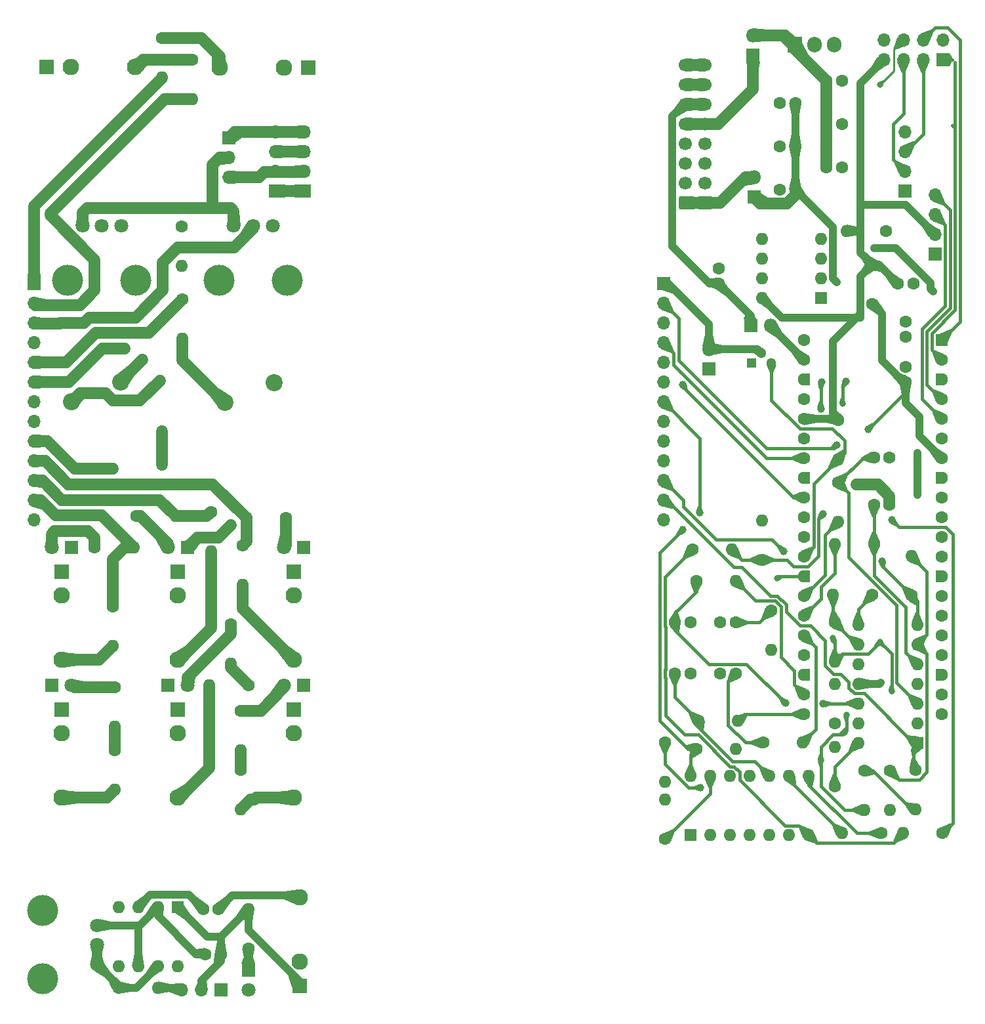
<source format=gbr>
%TF.GenerationSoftware,KiCad,Pcbnew,7.0.9*%
%TF.CreationDate,2023-11-30T21:38:13+01:00*%
%TF.ProjectId,euroPI-kicad_incl_555_clock,6575726f-5049-42d6-9b69-6361645f696e,rev?*%
%TF.SameCoordinates,Original*%
%TF.FileFunction,Copper,L1,Top*%
%TF.FilePolarity,Positive*%
%FSLAX46Y46*%
G04 Gerber Fmt 4.6, Leading zero omitted, Abs format (unit mm)*
G04 Created by KiCad (PCBNEW 7.0.9) date 2023-11-30 21:38:13*
%MOMM*%
%LPD*%
G01*
G04 APERTURE LIST*
G04 Aperture macros list*
%AMRoundRect*
0 Rectangle with rounded corners*
0 $1 Rounding radius*
0 $2 $3 $4 $5 $6 $7 $8 $9 X,Y pos of 4 corners*
0 Add a 4 corners polygon primitive as box body*
4,1,4,$2,$3,$4,$5,$6,$7,$8,$9,$2,$3,0*
0 Add four circle primitives for the rounded corners*
1,1,$1+$1,$2,$3*
1,1,$1+$1,$4,$5*
1,1,$1+$1,$6,$7*
1,1,$1+$1,$8,$9*
0 Add four rect primitives between the rounded corners*
20,1,$1+$1,$2,$3,$4,$5,0*
20,1,$1+$1,$4,$5,$6,$7,0*
20,1,$1+$1,$6,$7,$8,$9,0*
20,1,$1+$1,$8,$9,$2,$3,0*%
%AMFreePoly0*
4,1,28,0.605014,0.794986,0.644504,0.794986,0.724698,0.756366,0.780194,0.686777,0.800000,0.600000,0.800000,-0.600000,0.780194,-0.686777,0.724698,-0.756366,0.644504,-0.794986,0.605014,-0.794986,0.600000,-0.800000,0.000000,-0.800000,-0.178017,-0.779942,-0.347107,-0.720775,-0.498792,-0.625465,-0.625465,-0.498792,-0.720775,-0.347107,-0.779942,-0.178017,-0.800000,0.000000,-0.779942,0.178017,
-0.720775,0.347107,-0.625465,0.498792,-0.498792,0.625465,-0.347107,0.720775,-0.178017,0.779942,0.000000,0.800000,0.600000,0.800000,0.605014,0.794986,0.605014,0.794986,$1*%
%AMFreePoly1*
4,1,28,0.178017,0.779942,0.347107,0.720775,0.498792,0.625465,0.625465,0.498792,0.720775,0.347107,0.779942,0.178017,0.800000,0.000000,0.779942,-0.178017,0.720775,-0.347107,0.625465,-0.498792,0.498792,-0.625465,0.347107,-0.720775,0.178017,-0.779942,0.000000,-0.800000,-0.600000,-0.800000,-0.605014,-0.794986,-0.644504,-0.794986,-0.724698,-0.756366,-0.780194,-0.686777,-0.800000,-0.600000,
-0.800000,0.600000,-0.780194,0.686777,-0.724698,0.756366,-0.644504,0.794986,-0.605014,0.794986,-0.600000,0.800000,0.000000,0.800000,0.178017,0.779942,0.178017,0.779942,$1*%
G04 Aperture macros list end*
%TA.AperFunction,ComponentPad*%
%ADD10R,1.600000X1.600000*%
%TD*%
%TA.AperFunction,ComponentPad*%
%ADD11O,1.600000X1.600000*%
%TD*%
%TA.AperFunction,ComponentPad*%
%ADD12C,1.600000*%
%TD*%
%TA.AperFunction,ComponentPad*%
%ADD13R,1.830000X1.930000*%
%TD*%
%TA.AperFunction,ComponentPad*%
%ADD14C,2.130000*%
%TD*%
%TA.AperFunction,ComponentPad*%
%ADD15R,1.930000X1.830000*%
%TD*%
%TA.AperFunction,ComponentPad*%
%ADD16R,1.800000X1.800000*%
%TD*%
%TA.AperFunction,ComponentPad*%
%ADD17C,1.800000*%
%TD*%
%TA.AperFunction,ComponentPad*%
%ADD18O,1.800000X1.800000*%
%TD*%
%TA.AperFunction,WasherPad*%
%ADD19C,4.000000*%
%TD*%
%TA.AperFunction,ComponentPad*%
%ADD20C,2.200000*%
%TD*%
%TA.AperFunction,ComponentPad*%
%ADD21R,1.700000X1.700000*%
%TD*%
%TA.AperFunction,ComponentPad*%
%ADD22O,1.700000X1.700000*%
%TD*%
%TA.AperFunction,ComponentPad*%
%ADD23R,1.300000X1.300000*%
%TD*%
%TA.AperFunction,ComponentPad*%
%ADD24C,1.300000*%
%TD*%
%TA.AperFunction,ComponentPad*%
%ADD25RoundRect,0.200000X0.600000X0.600000X-0.600000X0.600000X-0.600000X-0.600000X0.600000X-0.600000X0*%
%TD*%
%TA.AperFunction,ComponentPad*%
%ADD26FreePoly0,180.000000*%
%TD*%
%TA.AperFunction,ComponentPad*%
%ADD27FreePoly1,180.000000*%
%TD*%
%TA.AperFunction,ComponentPad*%
%ADD28RoundRect,0.250000X-0.600000X-0.600000X0.600000X-0.600000X0.600000X0.600000X-0.600000X0.600000X0*%
%TD*%
%TA.AperFunction,ComponentPad*%
%ADD29C,1.700000*%
%TD*%
%TA.AperFunction,ComponentPad*%
%ADD30R,1.905000X2.000000*%
%TD*%
%TA.AperFunction,ComponentPad*%
%ADD31O,1.905000X2.000000*%
%TD*%
%TA.AperFunction,ViaPad*%
%ADD32C,0.800000*%
%TD*%
%TA.AperFunction,ViaPad*%
%ADD33C,1.000000*%
%TD*%
%TA.AperFunction,Conductor*%
%ADD34C,1.000000*%
%TD*%
%TA.AperFunction,Conductor*%
%ADD35C,0.400000*%
%TD*%
%TA.AperFunction,Conductor*%
%ADD36C,0.250000*%
%TD*%
%TA.AperFunction,Conductor*%
%ADD37C,1.500000*%
%TD*%
%TA.AperFunction,Conductor*%
%ADD38C,0.500000*%
%TD*%
G04 APERTURE END LIST*
D10*
%TO.P,O3,1*%
%TO.N,CJ1*%
X197104000Y-119287400D03*
D11*
%TO.P,O3,2,-*%
%TO.N,Net-(O3A--)*%
X197104000Y-116747400D03*
%TO.P,O3,3,+*%
%TO.N,Net-(O3A-+)*%
X197104000Y-114207400D03*
%TO.P,O3,4,V+*%
%TO.N,~*%
X197104000Y-111667400D03*
%TO.P,O3,5,+*%
%TO.N,Net-(O3B-+)*%
X197104000Y-109127400D03*
%TO.P,O3,6,-*%
%TO.N,Net-(O3B--)*%
X197104000Y-106587400D03*
%TO.P,O3,7*%
%TO.N,CJ2*%
X197104000Y-104047400D03*
%TO.P,O3,8*%
%TO.N,CJ5*%
X189484000Y-104047400D03*
%TO.P,O3,9,-*%
%TO.N,Net-(O3C--)*%
X189484000Y-106587400D03*
%TO.P,O3,10,+*%
%TO.N,Net-(O3C-+)*%
X189484000Y-109127400D03*
%TO.P,O3,11,V-*%
%TO.N,-12V*%
X189484000Y-111667400D03*
%TO.P,O3,12,+*%
%TO.N,Net-(O3D-+)*%
X189484000Y-114207400D03*
%TO.P,O3,13,-*%
%TO.N,Net-(O3D--)*%
X189484000Y-116747400D03*
%TO.P,O3,14*%
%TO.N,CJ4*%
X189484000Y-119287400D03*
%TD*%
D12*
%TO.P,R21,1*%
%TO.N,CJA*%
X200382352Y-130944600D03*
D11*
%TO.P,R21,2*%
%TO.N,Net-(O5-Pad7)*%
X195302352Y-130944600D03*
%TD*%
D12*
%TO.P,R16,1*%
%TO.N,Net-(LED4-A)*%
X93472000Y-112121000D03*
D11*
%TO.P,R16,2*%
%TO.N,CJ4*%
X93472000Y-117201000D03*
%TD*%
D12*
%TO.P,R24,1*%
%TO.N,CS1*%
X193069000Y-53247400D03*
D11*
%TO.P,R24,2*%
%TO.N,I2C_VCC*%
X187989000Y-53247400D03*
%TD*%
D12*
%TO.P,R6,1*%
%TO.N,Net-(O5D-+)*%
X177239352Y-119260600D03*
D11*
%TO.P,R6,2*%
%TO.N,GP19*%
X182319352Y-119260600D03*
%TD*%
D12*
%TO.P,R17,1*%
%TO.N,Net-(LED5-A)*%
X108458000Y-103993000D03*
D11*
%TO.P,R17,2*%
%TO.N,CJ5*%
X108458000Y-109073000D03*
%TD*%
D12*
%TO.P,R20,1*%
%TO.N,CS1*%
X102235000Y-62112000D03*
D11*
%TO.P,R20,2*%
%TO.N,Net-(R20-Pad2)*%
X102235000Y-67192000D03*
%TD*%
D12*
%TO.P,C1,1*%
%TO.N,I2C_VCC*%
X194580000Y-60080000D03*
%TO.P,C1,2*%
%TO.N,I2C_GND*%
X196580000Y-60080000D03*
%TD*%
D13*
%TO.P,J8,S*%
%TO.N,I2C_GND*%
X84720648Y-32140000D03*
D14*
%TO.P,J8,T*%
%TO.N,Net-(J8-PadT)*%
X96120648Y-32140000D03*
%TO.P,J8,TN*%
%TO.N,unconnected-(J8-PadTN)*%
X87820648Y-32140000D03*
%TD*%
D11*
%TO.P,R41,2*%
%TO.N,I2C_GND*%
X110744000Y-140716000D03*
D12*
%TO.P,R41,1*%
%TO.N,Net-(LED7-K)*%
X110744000Y-145796000D03*
%TD*%
%TO.P,R30,1*%
%TO.N,Net-(O3B--)*%
X193548000Y-122843400D03*
D11*
%TO.P,R30,2*%
%TO.N,I2C_GND*%
X193548000Y-127923400D03*
%TD*%
D15*
%TO.P,J4,S*%
%TO.N,I2C_GND*%
X86614000Y-114974000D03*
D14*
%TO.P,J4,T*%
%TO.N,Net-(J4-PadT)*%
X86614000Y-126374000D03*
%TO.P,J4,TN*%
%TO.N,unconnected-(J4-PadTN)*%
X86614000Y-118074000D03*
%TD*%
D16*
%TO.P,LED6,1,K*%
%TO.N,I2C_GND*%
X117872648Y-111896000D03*
D17*
%TO.P,LED6,2,A*%
%TO.N,Net-(LED6-A)*%
X115332648Y-111896000D03*
%TD*%
D12*
%TO.P,R26,1*%
%TO.N,I2C_VCC*%
X186915000Y-77631400D03*
D11*
%TO.P,R26,2*%
%TO.N,GP22*%
X186915000Y-82711400D03*
%TD*%
D12*
%TO.P,R22,1*%
%TO.N,Net-(O5-Pad7)*%
X168066352Y-94368600D03*
D11*
%TO.P,R22,2*%
%TO.N,Net-(O1A--)*%
X173146352Y-94368600D03*
%TD*%
%TO.P,U3,8,VCC*%
%TO.N,~*%
X101600000Y-148082000D03*
%TO.P,U3,7,DIS*%
%TO.N,Net-(U3-DIS)*%
X99060000Y-148082000D03*
%TO.P,U3,6,THR*%
%TO.N,Net-(U3-THR)*%
X96520000Y-148082000D03*
%TO.P,U3,5,CV*%
%TO.N,unconnected-(U3-CV-Pad5)*%
X93980000Y-148082000D03*
%TO.P,U3,4,R*%
%TO.N,~*%
X93980000Y-140462000D03*
%TO.P,U3,3,Q*%
%TO.N,Net-(LED7-A)*%
X96520000Y-140462000D03*
%TO.P,U3,2,TR*%
%TO.N,Net-(U3-THR)*%
X99060000Y-140462000D03*
D10*
%TO.P,U3,1,GND*%
%TO.N,I2C_GND*%
X101600000Y-140462000D03*
%TD*%
D12*
%TO.P,R13,1*%
%TO.N,Net-(LED1-A)*%
X90903000Y-94116000D03*
D11*
%TO.P,R13,2*%
%TO.N,CJ1*%
X95983000Y-94116000D03*
%TD*%
D12*
%TO.P,R31,1*%
%TO.N,Net-(O5C--)*%
X164539352Y-119202600D03*
D11*
%TO.P,R31,2*%
%TO.N,I2C_GND*%
X164539352Y-124282600D03*
%TD*%
D16*
%TO.P,D2,1,A*%
%TO.N,+5V*%
X175598000Y-65439400D03*
D18*
%TO.P,D2,2,K*%
%TO.N,Net-(D2-K)*%
X178138000Y-65439400D03*
%TD*%
D12*
%TO.P,C16,1*%
%TO.N,I2C_GND*%
X179372000Y-47913400D03*
%TO.P,C16,2*%
%TO.N,-12V*%
X181372000Y-47913400D03*
%TD*%
%TO.P,R11,1*%
%TO.N,CJ5*%
X110773000Y-111896000D03*
D11*
%TO.P,R11,2*%
%TO.N,Net-(J5-PadT)*%
X105693000Y-111896000D03*
%TD*%
D12*
%TO.P,C3,1*%
%TO.N,~*%
X185399352Y-33916600D03*
%TO.P,C3,2*%
%TO.N,I2C_GND*%
X187399352Y-33916600D03*
%TD*%
D11*
%TO.P,Rx1,2*%
%TO.N,+5V*%
X99060000Y-150876000D03*
D12*
%TO.P,Rx1,1*%
%TO.N,Net-(U3-DIS)*%
X93980000Y-150876000D03*
%TD*%
%TO.P,R23,1*%
%TO.N,Net-(O1A--)*%
X177038000Y-95694400D03*
D11*
%TO.P,R23,2*%
%TO.N,GP26*%
X177038000Y-90614400D03*
%TD*%
D17*
%TO.P,VR3,3,3*%
%TO.N,Net-(U3-DIS)*%
X91186000Y-147828000D03*
%TO.P,VR3,2,2*%
X91186000Y-145328000D03*
%TO.P,VR3,1,1*%
%TO.N,Net-(U3-THR)*%
X91186000Y-142828000D03*
D19*
%TO.P,VR3,*%
%TO.N,*%
X84186000Y-140928000D03*
X84186000Y-149728000D03*
%TD*%
D15*
%TO.P,J2,S*%
%TO.N,I2C_GND*%
X101605824Y-97194000D03*
D14*
%TO.P,J2,T*%
%TO.N,Net-(J2-PadT)*%
X101605824Y-108594000D03*
%TO.P,J2,TN*%
%TO.N,unconnected-(J2-PadTN)*%
X101605824Y-100294000D03*
%TD*%
D10*
%TO.P,O1,1*%
%TO.N,GP26*%
X184658000Y-61883400D03*
D11*
%TO.P,O1,2,-*%
%TO.N,Net-(O1A--)*%
X184658000Y-59343400D03*
%TO.P,O1,3,+*%
%TO.N,I2C_GND*%
X184658000Y-56803400D03*
%TO.P,O1,4,V-*%
X184658000Y-54263400D03*
%TO.P,O1,5,+*%
%TO.N,unconnected-(O1B-+-Pad5)*%
X177038000Y-54263400D03*
%TO.P,O1,6,-*%
%TO.N,unconnected-(O1B---Pad6)*%
X177038000Y-56803400D03*
%TO.P,O1,7*%
%TO.N,unconnected-(O1-Pad7)*%
X177038000Y-59343400D03*
%TO.P,O1,8,V+*%
%TO.N,I2C_VCC*%
X177038000Y-61883400D03*
%TD*%
D12*
%TO.P,R18,1*%
%TO.N,Net-(LED6-A)*%
X109739648Y-115140000D03*
D11*
%TO.P,R18,2*%
%TO.N,CJ6*%
X109739648Y-120220000D03*
%TD*%
D12*
%TO.P,R29,1*%
%TO.N,Net-(O3A--)*%
X190246000Y-122872400D03*
D11*
%TO.P,R29,2*%
%TO.N,I2C_GND*%
X190246000Y-127952400D03*
%TD*%
D12*
%TO.P,C11,1*%
%TO.N,Net-(O5C-+)*%
X165809352Y-110370600D03*
%TO.P,C11,2*%
%TO.N,I2C_GND*%
X167809352Y-110370600D03*
%TD*%
D20*
%TO.P,SW2,1,1*%
%TO.N,I2C_GND*%
X94234000Y-72780000D03*
%TO.P,SW2,2,2*%
%TO.N,Net-(R19-Pad2)*%
X87884000Y-75320000D03*
%TD*%
D12*
%TO.P,C14,1*%
%TO.N,Net-(O5D-+)*%
X173651352Y-110370600D03*
%TO.P,C14,2*%
%TO.N,I2C_GND*%
X171651352Y-110370600D03*
%TD*%
D16*
%TO.P,D3,1,A*%
%TO.N,-12V*%
X176022000Y-48904000D03*
D18*
%TO.P,D3,2,K*%
%TO.N,Net-(D3-K)*%
X176022000Y-46364000D03*
%TD*%
D12*
%TO.P,R37,1*%
%TO.N,CJ3*%
X192479352Y-130944600D03*
D11*
%TO.P,R37,2*%
%TO.N,Net-(O5C--)*%
X187399352Y-130944600D03*
%TD*%
D16*
%TO.P,D1,1,A*%
%TO.N,I2C_GND*%
X170180000Y-71027400D03*
D18*
%TO.P,D1,2,K*%
%TO.N,CJD*%
X170180000Y-68487400D03*
%TD*%
D12*
%TO.P,R1,1*%
%TO.N,Net-(O3A-+)*%
X186915000Y-85730400D03*
D11*
%TO.P,R1,2*%
%TO.N,GP21*%
X186915000Y-90810400D03*
%TD*%
D12*
%TO.P,R19,1*%
%TO.N,CS2*%
X102119648Y-52714000D03*
D11*
%TO.P,R19,2*%
%TO.N,Net-(R19-Pad2)*%
X102119648Y-57794000D03*
%TD*%
D13*
%TO.P,J7,S*%
%TO.N,I2C_GND*%
X118461000Y-32190800D03*
D14*
%TO.P,J7,T*%
%TO.N,Net-(J7-PadT)*%
X107061000Y-32190800D03*
%TO.P,J7,TN*%
%TO.N,unconnected-(J7-PadTN)*%
X115361000Y-32190800D03*
%TD*%
D16*
%TO.P,D4,1,A*%
%TO.N,Net-(D4-A)*%
X175913352Y-30569000D03*
D18*
%TO.P,D4,2,K*%
%TO.N,~*%
X175913352Y-28029000D03*
%TD*%
D12*
%TO.P,C2,1*%
%TO.N,+5V*%
X171450000Y-60089400D03*
%TO.P,C2,2*%
%TO.N,I2C_GND*%
X171450000Y-58089400D03*
%TD*%
%TO.P,C18,2*%
%TO.N,Net-(LED7-A)*%
X104902000Y-140716000D03*
%TO.P,C18,1*%
%TO.N,Net-(C18-Pad1)*%
X106902000Y-140716000D03*
%TD*%
D15*
%TO.P,J1,S*%
%TO.N,I2C_GND*%
X86614000Y-97194000D03*
D14*
%TO.P,J1,T*%
%TO.N,Net-(J1-PadT)*%
X86614000Y-108594000D03*
%TO.P,J1,TN*%
%TO.N,unconnected-(J1-PadTN)*%
X86614000Y-100294000D03*
%TD*%
D12*
%TO.P,C5,1*%
%TO.N,~*%
X185399352Y-39504600D03*
%TO.P,C5,2*%
%TO.N,I2C_GND*%
X187399352Y-39504600D03*
%TD*%
%TO.P,R5,1*%
%TO.N,Net-(O3C-+)*%
X178255352Y-102213600D03*
D11*
%TO.P,R5,2*%
%TO.N,GP18*%
X178255352Y-107293600D03*
%TD*%
D14*
%TO.P,J20,TN*%
%TO.N,unconnected-(J20-PadTN)*%
X117348000Y-147522000D03*
%TO.P,J20,T*%
%TO.N,Net-(C18-Pad1)*%
X117348000Y-139222000D03*
D15*
%TO.P,J20,S*%
%TO.N,I2C_GND*%
X117348000Y-150622000D03*
%TD*%
D21*
%TO.P,J11,1,Pin_1*%
%TO.N,CJD*%
X164338000Y-60080000D03*
D22*
%TO.P,J11,2,Pin_2*%
%TO.N,CJA*%
X164338000Y-62620000D03*
%TO.P,J11,3,Pin_3*%
%TO.N,CK1*%
X164338000Y-65160000D03*
%TO.P,J11,4,Pin_4*%
%TO.N,CK2*%
X164338000Y-67700000D03*
%TO.P,J11,5,Pin_5*%
%TO.N,CS1*%
X164338000Y-70240000D03*
%TO.P,J11,6,Pin_6*%
%TO.N,CS2*%
X164338000Y-72780000D03*
%TO.P,J11,7,Pin_7*%
%TO.N,CJ6*%
X164338000Y-75320000D03*
%TO.P,J11,8,Pin_8*%
%TO.N,CJ5*%
X164338000Y-77860000D03*
%TO.P,J11,9,Pin_9*%
%TO.N,CJ4*%
X164338000Y-80400000D03*
%TO.P,J11,10,Pin_10*%
%TO.N,CJ3*%
X164338000Y-82940000D03*
%TO.P,J11,11,Pin_11*%
%TO.N,CJ2*%
X164338000Y-85480000D03*
%TO.P,J11,12,Pin_12*%
%TO.N,CJ1*%
X164338000Y-88020000D03*
%TO.P,J11,13,Pin_13*%
%TO.N,I2C_GND*%
X164338000Y-90560000D03*
%TD*%
D16*
%TO.P,LED5,1,K*%
%TO.N,I2C_GND*%
X100330824Y-111896000D03*
D17*
%TO.P,LED5,2,A*%
%TO.N,Net-(LED5-A)*%
X102870824Y-111896000D03*
%TD*%
D12*
%TO.P,C12,1*%
%TO.N,Net-(O3D-+)*%
X165793352Y-103766600D03*
%TO.P,C12,2*%
%TO.N,I2C_GND*%
X167793352Y-103766600D03*
%TD*%
D15*
%TO.P,J3,S*%
%TO.N,I2C_GND*%
X116597648Y-97194000D03*
D14*
%TO.P,J3,T*%
%TO.N,Net-(J3-PadT)*%
X116597648Y-108594000D03*
%TO.P,J3,TN*%
%TO.N,unconnected-(J3-PadTN)*%
X116597648Y-100294000D03*
%TD*%
D12*
%TO.P,R32,1*%
%TO.N,Net-(O3D--)*%
X186436000Y-116747400D03*
D11*
%TO.P,R32,2*%
%TO.N,I2C_GND*%
X186436000Y-111667400D03*
%TD*%
D17*
%TO.P,LED7,2,A*%
%TO.N,Net-(LED7-A)*%
X110744000Y-151125000D03*
D16*
%TO.P,LED7,1,K*%
%TO.N,Net-(LED7-K)*%
X110744000Y-148585000D03*
%TD*%
D12*
%TO.P,R8,1*%
%TO.N,CJ2*%
X105918000Y-89515000D03*
D11*
%TO.P,R8,2*%
%TO.N,Net-(J2-PadT)*%
X105918000Y-94595000D03*
%TD*%
D12*
%TO.P,R28,1*%
%TO.N,Net-(J8-PadT)*%
X103516648Y-31142000D03*
D11*
%TO.P,R28,2*%
%TO.N,CJA*%
X103516648Y-36222000D03*
%TD*%
D12*
%TO.P,R10,1*%
%TO.N,CJ4*%
X93472000Y-120278000D03*
D11*
%TO.P,R10,2*%
%TO.N,Net-(J4-PadT)*%
X93472000Y-125358000D03*
%TD*%
D10*
%TO.P,O5,1*%
%TO.N,N/C*%
X167841352Y-131198600D03*
D11*
%TO.P,O5,2*%
X170381352Y-131198600D03*
%TO.P,O5,3*%
X172921352Y-131198600D03*
%TO.P,O5,4,V+*%
%TO.N,~*%
X175461352Y-131198600D03*
%TO.P,O5,5,+*%
%TO.N,I2C_GND*%
X178001352Y-131198600D03*
%TO.P,O5,6,-*%
%TO.N,CJA*%
X180541352Y-131198600D03*
%TO.P,O5,7*%
%TO.N,Net-(O5-Pad7)*%
X183081352Y-131198600D03*
%TO.P,O5,8*%
%TO.N,CJ3*%
X183081352Y-123578600D03*
%TO.P,O5,9,-*%
%TO.N,Net-(O5C--)*%
X180541352Y-123578600D03*
%TO.P,O5,10,+*%
%TO.N,Net-(O5C-+)*%
X178001352Y-123578600D03*
%TO.P,O5,11,V-*%
%TO.N,-12V*%
X175461352Y-123578600D03*
%TO.P,O5,12,+*%
%TO.N,Net-(O5D-+)*%
X172921352Y-123578600D03*
%TO.P,O5,13,-*%
%TO.N,Net-(O5D--)*%
X170381352Y-123578600D03*
%TO.P,O5,14*%
%TO.N,CJ6*%
X167841352Y-123578600D03*
%TD*%
D12*
%TO.P,R2,1*%
%TO.N,Net-(O3B-+)*%
X191545000Y-93633400D03*
D11*
%TO.P,R2,2*%
%TO.N,GP20*%
X186465000Y-93633400D03*
%TD*%
D12*
%TO.P,C4,1*%
%TO.N,I2C_GND*%
X179372000Y-42325400D03*
%TO.P,C4,2*%
%TO.N,-12V*%
X181372000Y-42325400D03*
%TD*%
D21*
%TO.P,J18,1,Pin_1*%
%TO.N,TPH SCL {slash} CPC GND*%
X195516500Y-48142000D03*
D22*
%TO.P,J18,2,Pin_2*%
%TO.N,TPH SDA {slash} CPC VCC*%
X195516500Y-45602000D03*
%TO.P,J18,3,Pin_3*%
%TO.N,TPH GND {slash} CPC SCL*%
X195516500Y-43062000D03*
%TO.P,J18,4,Pin_4*%
%TO.N,TPH VCC {slash} CPC SDA*%
X195516500Y-40522000D03*
%TD*%
D23*
%TO.P,Q1,1,E*%
%TO.N,I2C_GND*%
X175748000Y-70265400D03*
D24*
%TO.P,Q1,2,B*%
%TO.N,CJD*%
X177018000Y-68995400D03*
%TO.P,Q1,3,C*%
%TO.N,GP22*%
X178288000Y-70265400D03*
%TD*%
D20*
%TO.P,SW1,1,1*%
%TO.N,I2C_GND*%
X114071400Y-72805400D03*
%TO.P,SW1,2,2*%
%TO.N,Net-(R20-Pad2)*%
X107721400Y-75345400D03*
%TD*%
D12*
%TO.P,R27,1*%
%TO.N,Net-(J7-PadT)*%
X99579648Y-28428000D03*
D11*
%TO.P,R27,2*%
%TO.N,CJD*%
X99579648Y-33508000D03*
%TD*%
D15*
%TO.P,J5,S*%
%TO.N,I2C_GND*%
X101605824Y-114974000D03*
D14*
%TO.P,J5,T*%
%TO.N,Net-(J5-PadT)*%
X101605824Y-126374000D03*
%TO.P,J5,TN*%
%TO.N,unconnected-(J5-PadTN)*%
X101605824Y-118074000D03*
%TD*%
D12*
%TO.P,R36,1*%
%TO.N,CJ2*%
X196342000Y-100266400D03*
D11*
%TO.P,R36,2*%
%TO.N,Net-(O3B--)*%
X196342000Y-95186400D03*
%TD*%
D12*
%TO.P,R25,1*%
%TO.N,CS2*%
X191291000Y-62674400D03*
D11*
%TO.P,R25,2*%
%TO.N,I2C_VCC*%
X191291000Y-57594400D03*
%TD*%
D12*
%TO.P,C10,1*%
%TO.N,Net-(O3B-+)*%
X191516000Y-88590701D03*
%TO.P,C10,2*%
%TO.N,I2C_GND*%
X193516000Y-88590701D03*
%TD*%
%TO.P,R9,1*%
%TO.N,CJ3*%
X109982000Y-93862000D03*
D11*
%TO.P,R9,2*%
%TO.N,Net-(J3-PadT)*%
X109982000Y-98942000D03*
%TD*%
D12*
%TO.P,C13,1*%
%TO.N,Net-(O3C-+)*%
X173635352Y-103766600D03*
%TO.P,C13,2*%
%TO.N,I2C_GND*%
X171635352Y-103766600D03*
%TD*%
%TO.P,R7,1*%
%TO.N,CJ1*%
X93218000Y-101736000D03*
D11*
%TO.P,R7,2*%
%TO.N,Net-(J1-PadT)*%
X93218000Y-106816000D03*
%TD*%
D12*
%TO.P,C7,1*%
%TO.N,CS2*%
X195580000Y-72780000D03*
%TO.P,C7,2*%
%TO.N,I2C_GND*%
X195580000Y-70780000D03*
%TD*%
%TO.P,R34,1*%
%TO.N,Net-(O5D--)*%
X164539352Y-131706600D03*
D11*
%TO.P,R34,2*%
%TO.N,I2C_GND*%
X164539352Y-126626600D03*
%TD*%
D19*
%TO.P,VR1,*%
%TO.N,*%
X115759400Y-59597400D03*
X106959400Y-59597400D03*
D17*
%TO.P,VR1,1,1*%
%TO.N,I2C_VCC*%
X108859400Y-52597400D03*
%TO.P,VR1,2,2*%
%TO.N,CK1*%
X111359400Y-52597400D03*
%TO.P,VR1,3,3*%
%TO.N,I2C_GND*%
X113859400Y-52597400D03*
%TD*%
D12*
%TO.P,C15,1*%
%TO.N,~*%
X185399352Y-45092600D03*
%TO.P,C15,2*%
%TO.N,I2C_GND*%
X187399352Y-45092600D03*
%TD*%
D16*
%TO.P,LED2,1,K*%
%TO.N,I2C_GND*%
X102880824Y-94116000D03*
D17*
%TO.P,LED2,2,A*%
%TO.N,Net-(LED2-A)*%
X100340824Y-94116000D03*
%TD*%
D19*
%TO.P,VR2,*%
%TO.N,*%
X96232648Y-59587000D03*
X87432648Y-59587000D03*
D17*
%TO.P,VR2,1,1*%
%TO.N,I2C_VCC*%
X89332648Y-52587000D03*
%TO.P,VR2,2,2*%
%TO.N,CK2*%
X91832648Y-52587000D03*
%TO.P,VR2,3,3*%
%TO.N,I2C_GND*%
X94332648Y-52587000D03*
%TD*%
D12*
%TO.P,R3,1*%
%TO.N,Net-(O5C-+)*%
X168857352Y-116466600D03*
D11*
%TO.P,R3,2*%
%TO.N,GP16*%
X173937352Y-116466600D03*
%TD*%
D12*
%TO.P,R4,1*%
%TO.N,Net-(O3D-+)*%
X168603352Y-98432600D03*
D11*
%TO.P,R4,2*%
%TO.N,GP17*%
X173683352Y-98432600D03*
%TD*%
D12*
%TO.P,R39,1*%
%TO.N,CJ5*%
X191320000Y-100208400D03*
D11*
%TO.P,R39,2*%
%TO.N,Net-(O3C--)*%
X186240000Y-100208400D03*
%TD*%
D16*
%TO.P,LED4,1,K*%
%TO.N,I2C_GND*%
X85339000Y-111896000D03*
D17*
%TO.P,LED4,2,A*%
%TO.N,Net-(LED4-A)*%
X87879000Y-111896000D03*
%TD*%
D21*
%TO.P,J12,1,Pin_1*%
%TO.N,TPH SCL {slash} CPC GND*%
X117957600Y-48142000D03*
D22*
%TO.P,J12,2,Pin_2*%
%TO.N,TPH SDA {slash} CPC VCC*%
X117957600Y-45602000D03*
%TO.P,J12,3,Pin_3*%
%TO.N,TPH GND {slash} CPC SCL*%
X117957600Y-43062000D03*
%TO.P,J12,4,Pin_4*%
%TO.N,TPH VCC {slash} CPC SDA*%
X117957600Y-40522000D03*
%TD*%
D12*
%TO.P,C9,1*%
%TO.N,Net-(O3A-+)*%
X191516000Y-82494701D03*
%TO.P,C9,2*%
%TO.N,I2C_GND*%
X193516000Y-82494701D03*
%TD*%
%TO.P,C17,2*%
%TO.N,Net-(U3-THR)*%
X105188000Y-146558000D03*
%TO.P,C17,1*%
%TO.N,I2C_GND*%
X107188000Y-146558000D03*
%TD*%
%TO.P,R40,1*%
%TO.N,CJ6*%
X168603352Y-120051600D03*
D11*
%TO.P,R40,2*%
%TO.N,Net-(O5D--)*%
X173683352Y-120051600D03*
%TD*%
D15*
%TO.P,J6,S*%
%TO.N,I2C_GND*%
X116597648Y-114974000D03*
D14*
%TO.P,J6,T*%
%TO.N,Net-(J6-PadT)*%
X116597648Y-126374000D03*
%TO.P,J6,TN*%
%TO.N,unconnected-(J6-PadTN)*%
X116597648Y-118074000D03*
%TD*%
D16*
%TO.P,LED3,1,K*%
%TO.N,I2C_GND*%
X117872648Y-94116000D03*
D17*
%TO.P,LED3,2,A*%
%TO.N,Net-(LED3-A)*%
X115332648Y-94116000D03*
%TD*%
D12*
%TO.P,R12,1*%
%TO.N,CJ6*%
X109739648Y-122789000D03*
D11*
%TO.P,R12,2*%
%TO.N,Net-(J6-PadT)*%
X109739648Y-127869000D03*
%TD*%
D12*
%TO.P,R38,1*%
%TO.N,CJ4*%
X186436000Y-124875400D03*
D11*
%TO.P,R38,2*%
%TO.N,Net-(O3D--)*%
X186436000Y-119795400D03*
%TD*%
D12*
%TO.P,R35,1*%
%TO.N,CJ1*%
X196850000Y-122814400D03*
D11*
%TO.P,R35,2*%
%TO.N,Net-(O3A--)*%
X196850000Y-127894400D03*
%TD*%
D12*
%TO.P,R14,1*%
%TO.N,Net-(LED2-A)*%
X96266000Y-90052000D03*
D11*
%TO.P,R14,2*%
%TO.N,CJ2*%
X101346000Y-90052000D03*
%TD*%
D12*
%TO.P,C8,1*%
%TO.N,CS1*%
X195580000Y-64938000D03*
%TO.P,C8,2*%
%TO.N,I2C_GND*%
X195580000Y-66938000D03*
%TD*%
D16*
%TO.P,LED1,1,K*%
%TO.N,I2C_GND*%
X87889000Y-94116000D03*
D17*
%TO.P,LED1,2,A*%
%TO.N,Net-(LED1-A)*%
X85349000Y-94116000D03*
%TD*%
D12*
%TO.P,R15,1*%
%TO.N,Net-(LED3-A)*%
X115581648Y-90306000D03*
D11*
%TO.P,R15,2*%
%TO.N,CJ3*%
X110501648Y-90306000D03*
%TD*%
D12*
%TO.P,C6,1*%
%TO.N,I2C_GND*%
X179372000Y-36737400D03*
%TO.P,C6,2*%
%TO.N,-12V*%
X181372000Y-36737400D03*
%TD*%
%TO.P,R33,1*%
%TO.N,Net-(O3C--)*%
X186436000Y-103735400D03*
D11*
%TO.P,R33,2*%
%TO.N,I2C_GND*%
X186436000Y-108815400D03*
%TD*%
D21*
%TO.P,J14,1,Pin_1*%
%TO.N,TPH VCC {slash} CPC SDA*%
X108204000Y-41284000D03*
D22*
%TO.P,J14,2,Pin_2*%
%TO.N,I2C_VCC*%
X108204000Y-43824000D03*
%TO.P,J14,3,Pin_3*%
%TO.N,TPH SDA {slash} CPC VCC*%
X108204000Y-46364000D03*
%TD*%
D21*
%TO.P,J16,1,Pin_1*%
%TO.N,GP1*%
X200406000Y-31149400D03*
D22*
%TO.P,J16,2,Pin_2*%
%TO.N,TPH GND {slash} CPC SCL*%
X197866000Y-31149400D03*
%TO.P,J16,3,Pin_3*%
%TO.N,TPH SDA {slash} CPC VCC*%
X195326000Y-31149400D03*
%TO.P,J16,4,Pin_4*%
%TO.N,I2C_VCC*%
X192786000Y-31149400D03*
%TO.P,J16,5,Pin_5*%
%TO.N,TPH VCC {slash} CPC SDA*%
X200406000Y-28609400D03*
%TO.P,J16,6,Pin_6*%
%TO.N,GP0*%
X197866000Y-28609400D03*
%TO.P,J16,7,Pin_7*%
%TO.N,I2C_GND*%
X195326000Y-28609400D03*
%TO.P,J16,8,Pin_8*%
%TO.N,TPH SCL {slash} CPC GND*%
X192786000Y-28609400D03*
%TD*%
D21*
%TO.P,J15,1,Pin_1*%
%TO.N,I2C_GND*%
X199390000Y-56270000D03*
D22*
%TO.P,J15,2,Pin_2*%
%TO.N,I2C_VCC*%
X199390000Y-53730000D03*
%TO.P,J15,3,Pin_3*%
%TO.N,GP3*%
X199390000Y-51190000D03*
%TO.P,J15,4,Pin_4*%
%TO.N,GP2*%
X199390000Y-48650000D03*
%TD*%
D25*
%TO.P,U2,1,GP0*%
%TO.N,GP0*%
X200246000Y-67341400D03*
D12*
%TO.P,U2,2,GP1*%
%TO.N,GP1*%
X200246000Y-69881400D03*
D26*
%TO.P,U2,3,GND*%
%TO.N,I2C_GND*%
X200246000Y-72421400D03*
D12*
%TO.P,U2,4,GP2*%
%TO.N,GP2*%
X200246000Y-74961400D03*
%TO.P,U2,5,GP3*%
%TO.N,GP3*%
X200246000Y-77501400D03*
%TO.P,U2,6,GP4*%
%TO.N,CS1*%
X200246000Y-80041400D03*
%TO.P,U2,7,GP5*%
%TO.N,CS2*%
X200246000Y-82581400D03*
D26*
%TO.P,U2,8,GND*%
%TO.N,I2C_GND*%
X200246000Y-85121400D03*
D12*
%TO.P,U2,9,GP6*%
%TO.N,unconnected-(U2-GP6-Pad9)*%
X200246000Y-87661400D03*
%TO.P,U2,10,GP7*%
%TO.N,unconnected-(U2-GP7-Pad10)*%
X200246000Y-90201400D03*
%TO.P,U2,11,GP8*%
%TO.N,unconnected-(U2-GP8-Pad11)*%
X200246000Y-92741400D03*
%TO.P,U2,12,GP9*%
%TO.N,unconnected-(U2-GP9-Pad12)*%
X200246000Y-95281400D03*
D26*
%TO.P,U2,13,GND*%
%TO.N,I2C_GND*%
X200246000Y-97821400D03*
D12*
%TO.P,U2,14,GP10*%
%TO.N,unconnected-(U2-GP10-Pad14)*%
X200246000Y-100361400D03*
%TO.P,U2,15,GP11*%
%TO.N,unconnected-(U2-GP11-Pad15)*%
X200246000Y-102901400D03*
%TO.P,U2,16,GP12*%
%TO.N,unconnected-(U2-GP12-Pad16)*%
X200246000Y-105441400D03*
%TO.P,U2,17,GP13*%
%TO.N,unconnected-(U2-GP13-Pad17)*%
X200246000Y-107981400D03*
D26*
%TO.P,U2,18,GND*%
%TO.N,I2C_GND*%
X200246000Y-110521400D03*
D12*
%TO.P,U2,19,GP14*%
%TO.N,unconnected-(U2-GP14-Pad19)*%
X200246000Y-113061400D03*
%TO.P,U2,20,GP15*%
%TO.N,unconnected-(U2-GP15-Pad20)*%
X200246000Y-115601400D03*
%TO.P,U2,21,GP16*%
%TO.N,GP16*%
X182466000Y-115601400D03*
%TO.P,U2,22,GP17*%
%TO.N,GP17*%
X182466000Y-113061400D03*
D27*
%TO.P,U2,23,GND*%
%TO.N,I2C_GND*%
X182466000Y-110521400D03*
D12*
%TO.P,U2,24,GP18*%
%TO.N,GP18*%
X182466000Y-107981400D03*
%TO.P,U2,25,GP19*%
%TO.N,GP19*%
X182466000Y-105441400D03*
%TO.P,U2,26,GP20*%
%TO.N,GP20*%
X182466000Y-102901400D03*
%TO.P,U2,27,GP21*%
%TO.N,GP21*%
X182466000Y-100361400D03*
D27*
%TO.P,U2,28,GND*%
%TO.N,I2C_GND*%
X182466000Y-97821400D03*
D12*
%TO.P,U2,29,GP22*%
%TO.N,GP22*%
X182466000Y-95281400D03*
%TO.P,U2,30,RUN*%
%TO.N,unconnected-(U2-RUN-Pad30)*%
X182466000Y-92741400D03*
%TO.P,U2,31,GP26*%
%TO.N,GP26*%
X182466000Y-90201400D03*
%TO.P,U2,32,GP27*%
%TO.N,CK1*%
X182466000Y-87661400D03*
D27*
%TO.P,U2,33,GND*%
%TO.N,I2C_GND*%
X182466000Y-85121400D03*
D12*
%TO.P,U2,34,GP28*%
%TO.N,CK2*%
X182466000Y-82581400D03*
%TO.P,U2,35,ADC_VREF*%
%TO.N,unconnected-(U2-ADC_VREF-Pad35)*%
X182466000Y-80041400D03*
%TO.P,U2,36,3V3*%
%TO.N,I2C_VCC*%
X182466000Y-77501400D03*
%TO.P,U2,37,3V3_EN*%
%TO.N,unconnected-(U2-3V3_EN-Pad37)*%
X182466000Y-74961400D03*
D27*
%TO.P,U2,38,GND*%
%TO.N,I2C_GND*%
X182466000Y-72421400D03*
D12*
%TO.P,U2,39,VSYS*%
%TO.N,Net-(D2-K)*%
X182466000Y-69881400D03*
%TO.P,U2,40,VBUS*%
%TO.N,unconnected-(U2-VBUS-Pad40)*%
X182466000Y-67341400D03*
%TD*%
D22*
%TO.P,J21,3,Pin_3*%
%TO.N,+5V*%
X102108000Y-151130000D03*
%TO.P,J21,2,Pin_2*%
%TO.N,I2C_GND*%
X104648000Y-151130000D03*
D21*
%TO.P,J21,1,Pin_1*%
%TO.N,~*%
X107188000Y-151130000D03*
%TD*%
%TO.P,J19,1,Pin_1*%
%TO.N,TPH SCL {slash} CPC GND*%
X114211500Y-48142000D03*
D22*
%TO.P,J19,2,Pin_2*%
%TO.N,TPH SDA {slash} CPC VCC*%
X114211500Y-45602000D03*
%TO.P,J19,3,Pin_3*%
%TO.N,TPH GND {slash} CPC SCL*%
X114211500Y-43062000D03*
%TO.P,J19,4,Pin_4*%
%TO.N,TPH VCC {slash} CPC SDA*%
X114211500Y-40522000D03*
%TD*%
D21*
%TO.P,J17,1,Pin_1*%
%TO.N,CJD*%
X83058000Y-60080000D03*
D22*
%TO.P,J17,2,Pin_2*%
%TO.N,CJA*%
X83058000Y-62620000D03*
%TO.P,J17,3,Pin_3*%
%TO.N,CK1*%
X83058000Y-65160000D03*
%TO.P,J17,4,Pin_4*%
%TO.N,CK2*%
X83058000Y-67700000D03*
%TO.P,J17,5,Pin_5*%
%TO.N,CS1*%
X83058000Y-70240000D03*
%TO.P,J17,6,Pin_6*%
%TO.N,CS2*%
X83058000Y-72780000D03*
%TO.P,J17,7,Pin_7*%
%TO.N,CJ6*%
X83058000Y-75320000D03*
%TO.P,J17,8,Pin_8*%
%TO.N,CJ5*%
X83058000Y-77860000D03*
%TO.P,J17,9,Pin_9*%
%TO.N,CJ4*%
X83058000Y-80400000D03*
%TO.P,J17,10,Pin_10*%
%TO.N,CJ3*%
X83058000Y-82940000D03*
%TO.P,J17,11,Pin_11*%
%TO.N,CJ2*%
X83058000Y-85480000D03*
%TO.P,J17,12,Pin_12*%
%TO.N,CJ1*%
X83058000Y-88020000D03*
%TO.P,J17,13,Pin_13*%
%TO.N,I2C_GND*%
X83058000Y-90560000D03*
%TD*%
D28*
%TO.P,J10,1,Pin_1*%
%TO.N,Net-(D3-K)*%
X167132000Y-49666000D03*
D29*
%TO.P,J10,2,Pin_2*%
X169672000Y-49666000D03*
%TO.P,J10,3,Pin_3*%
%TO.N,I2C_GND*%
X167132000Y-47126000D03*
%TO.P,J10,4,Pin_4*%
X169672000Y-47126000D03*
%TO.P,J10,5,Pin_5*%
X167132000Y-44586000D03*
%TO.P,J10,6,Pin_6*%
X169672000Y-44586000D03*
%TO.P,J10,7,Pin_7*%
X167132000Y-42046000D03*
%TO.P,J10,8,Pin_8*%
X169672000Y-42046000D03*
%TO.P,J10,9,Pin_9*%
%TO.N,Net-(D4-A)*%
X167132000Y-39506000D03*
%TO.P,J10,10,Pin_10*%
X169672000Y-39506000D03*
%TO.P,J10,11,Pin_11*%
%TO.N,+5V*%
X167132000Y-36966000D03*
%TO.P,J10,12,Pin_12*%
X169672000Y-36966000D03*
%TO.P,J10,13,Pin_13*%
%TO.N,Net-(J10-Pin_13)*%
X167132000Y-34426000D03*
%TO.P,J10,14,Pin_14*%
X169672000Y-34426000D03*
%TO.P,J10,15,Pin_15*%
%TO.N,Net-(J10-Pin_15)*%
X167132000Y-31886000D03*
%TO.P,J10,16,Pin_16*%
X169672000Y-31886000D03*
%TD*%
D30*
%TO.P,U1,1,IN*%
%TO.N,~*%
X181303352Y-29273600D03*
D31*
%TO.P,U1,2,GND*%
%TO.N,I2C_GND*%
X183843352Y-29273600D03*
%TO.P,U1,3,OUT*%
%TO.N,+5V*%
X186383352Y-29273600D03*
%TD*%
D32*
%TO.N,Net-(O1A--)*%
X187452000Y-75574000D03*
%TO.N,I2C_GND*%
X192278000Y-34426000D03*
X187706000Y-117992000D03*
X187960000Y-115706000D03*
X184658000Y-121548000D03*
X179044330Y-98048178D03*
X193802000Y-112658000D03*
X192278000Y-106308000D03*
X186182000Y-105800000D03*
X189230000Y-85988000D03*
X108458000Y-91186000D03*
X97028000Y-69850000D03*
D33*
%TO.N,-12V*%
X186690000Y-59851400D03*
X192357159Y-111545577D03*
X197104000Y-87306177D03*
X197104000Y-81924000D03*
%TO.N,Net-(O3D-+)*%
X184969585Y-114257775D03*
X180085992Y-114182000D03*
%TO.N,GP26*%
X184658000Y-76219900D03*
X184746262Y-72726462D03*
%TO.N,Net-(O1A--)*%
X184912000Y-89798000D03*
X187862848Y-72672615D03*
%TO.N,Net-(O5C--)*%
X169136980Y-125076972D03*
%TO.N,Net-(R19-Pad2)*%
X99296000Y-72544000D03*
%TO.N,CK1*%
X166823370Y-73076000D03*
%TO.N,CJ2*%
X192532000Y-95894000D03*
X179894723Y-94624000D03*
%TO.N,CJ4*%
X93218000Y-83956000D03*
%TO.N,CJ6*%
X99568000Y-79130000D03*
X166825352Y-91828600D03*
X99568000Y-83448000D03*
X169010986Y-89642966D03*
%TO.N,CJA*%
X186756000Y-80911790D03*
X193802000Y-90560000D03*
%TO.N,CS2*%
X190754000Y-78876000D03*
X94804634Y-68430000D03*
%TO.N,~*%
X191516000Y-55508000D03*
X199136000Y-61096000D03*
%TD*%
D34*
%TO.N,Net-(C18-Pad1)*%
X117064000Y-138938000D02*
X117348000Y-139222000D01*
X108680000Y-138938000D02*
X117064000Y-138938000D01*
X106902000Y-140716000D02*
X108680000Y-138938000D01*
%TO.N,Net-(U3-THR)*%
X96520000Y-148082000D02*
X96520000Y-145034000D01*
X96520000Y-145034000D02*
X96520000Y-143002000D01*
X99060000Y-141593370D02*
X104024630Y-146558000D01*
X104024630Y-146558000D02*
X105188000Y-146558000D01*
X96346000Y-142828000D02*
X96520000Y-143002000D01*
X96520000Y-143002000D02*
X99060000Y-140462000D01*
X91186000Y-142828000D02*
X96346000Y-142828000D01*
%TO.N,Net-(LED7-A)*%
X96520000Y-140462000D02*
X98070000Y-138912000D01*
X98070000Y-138912000D02*
X103098000Y-138912000D01*
%TO.N,Net-(U3-THR)*%
X99060000Y-140462000D02*
X99060000Y-141593370D01*
%TO.N,I2C_GND*%
X105410000Y-144272000D02*
X101600000Y-140462000D01*
X107188000Y-144272000D02*
X105410000Y-144272000D01*
%TO.N,Net-(U3-DIS)*%
X96266000Y-150876000D02*
X99060000Y-148082000D01*
X93980000Y-150876000D02*
X96266000Y-150876000D01*
D35*
%TO.N,CJ6*%
X164338000Y-75320000D02*
X169010986Y-79992986D01*
X169010986Y-79992986D02*
X169010986Y-89642966D01*
%TO.N,CK2*%
X165638000Y-69000000D02*
X164338000Y-67700000D01*
X177672273Y-82581400D02*
X165638000Y-70547127D01*
%TO.N,CK1*%
X166823370Y-73330000D02*
X166823370Y-73076000D01*
X181154770Y-87661400D02*
X166823370Y-73330000D01*
%TO.N,CK2*%
X182466000Y-82581400D02*
X177672273Y-82581400D01*
X165638000Y-70547127D02*
X165638000Y-69000000D01*
%TO.N,CK1*%
X182466000Y-87661400D02*
X181154770Y-87661400D01*
%TO.N,Net-(O1A--)*%
X187452000Y-73083463D02*
X187862848Y-72672615D01*
X187452000Y-75574000D02*
X187452000Y-73083463D01*
%TO.N,GP22*%
X187706000Y-81920400D02*
X186915000Y-82711400D01*
X187706000Y-80326497D02*
X187706000Y-81920400D01*
X186130903Y-78751400D02*
X187706000Y-80326497D01*
X178288000Y-75091167D02*
X181948233Y-78751400D01*
X178288000Y-70265400D02*
X178288000Y-75091167D01*
%TO.N,CJA*%
X186336383Y-81331407D02*
X186756000Y-80911790D01*
X166288000Y-69955248D02*
X177664159Y-81331407D01*
X164338000Y-62620000D02*
X166288000Y-64570000D01*
X177664159Y-81331407D02*
X186336383Y-81331407D01*
%TO.N,GP22*%
X181948233Y-78751400D02*
X186130903Y-78751400D01*
%TO.N,CJA*%
X166288000Y-64570000D02*
X166288000Y-69955248D01*
D34*
%TO.N,I2C_VCC*%
X186785000Y-77501400D02*
X186915000Y-77631400D01*
X182466000Y-77501400D02*
X186785000Y-77501400D01*
X189738000Y-63915400D02*
X186182000Y-67471400D01*
X186182000Y-67471400D02*
X186182000Y-77501400D01*
X186182000Y-77501400D02*
X182466000Y-77501400D01*
D36*
%TO.N,I2C_GND*%
X194101000Y-32603000D02*
X192278000Y-34426000D01*
X195326000Y-28609400D02*
X194101000Y-29834400D01*
X194101000Y-29834400D02*
X194101000Y-32603000D01*
D35*
X187452000Y-118246000D02*
X187960000Y-117738000D01*
X186217633Y-118246000D02*
X187452000Y-118246000D01*
X184658000Y-119805633D02*
X186217633Y-118246000D01*
X187960000Y-117738000D02*
X187960000Y-115706000D01*
X184658000Y-121548000D02*
X184658000Y-119805633D01*
%TO.N,Net-(O5C--)*%
X167571957Y-125076972D02*
X169136980Y-125076972D01*
X164539352Y-122044367D02*
X167571957Y-125076972D01*
X164539352Y-119202600D02*
X164539352Y-122044367D01*
%TO.N,I2C_GND*%
X190246000Y-127952400D02*
X187745233Y-127952400D01*
X187745233Y-127952400D02*
X184658000Y-124865167D01*
%TO.N,CJ3*%
X189315982Y-130944600D02*
X183081352Y-124709970D01*
X183081352Y-124709970D02*
X183081352Y-123578600D01*
%TO.N,I2C_GND*%
X184658000Y-124865167D02*
X184658000Y-121548000D01*
%TO.N,CJ3*%
X192479352Y-130944600D02*
X189315982Y-130944600D01*
%TO.N,CJA*%
X194733400Y-91491400D02*
X193802000Y-90560000D01*
X200763767Y-91491400D02*
X194733400Y-91491400D01*
X201676000Y-129650952D02*
X201676000Y-92403633D01*
X200382352Y-130944600D02*
X201676000Y-129650952D01*
X201676000Y-92403633D02*
X200763767Y-91491400D01*
%TO.N,CJ2*%
X178369323Y-93098600D02*
X179894723Y-94624000D01*
X166878000Y-88855503D02*
X171121097Y-93098600D01*
X171121097Y-93098600D02*
X178369323Y-93098600D01*
X164338000Y-85480000D02*
X166878000Y-88020000D01*
X166878000Y-88020000D02*
X166878000Y-88855503D01*
%TO.N,I2C_GND*%
X182466000Y-97821400D02*
X179271108Y-97821400D01*
X179271108Y-97821400D02*
X179044330Y-98048178D01*
X193802000Y-107832000D02*
X193802000Y-112658000D01*
X192278000Y-106308000D02*
X193802000Y-107832000D01*
%TO.N,Net-(O3A-+)*%
X194452000Y-101572632D02*
X188214000Y-95334632D01*
X194452000Y-111555400D02*
X194452000Y-101572632D01*
X197104000Y-114207400D02*
X194452000Y-111555400D01*
X188214000Y-87029400D02*
X186915000Y-85730400D01*
D34*
%TO.N,-12V*%
X192235336Y-111667400D02*
X192357159Y-111545577D01*
X189484000Y-111667400D02*
X192235336Y-111667400D01*
D35*
%TO.N,Net-(O3A-+)*%
X188214000Y-95334632D02*
X188214000Y-87029400D01*
%TO.N,I2C_GND*%
X190748600Y-107837400D02*
X192278000Y-106308000D01*
X187414000Y-107837400D02*
X190748600Y-107837400D01*
X186436000Y-108815400D02*
X187414000Y-107837400D01*
X186436000Y-106054000D02*
X186182000Y-105800000D01*
X186436000Y-108815400D02*
X186436000Y-106054000D01*
D37*
X193516000Y-87459331D02*
X192044669Y-85988000D01*
X192044669Y-85988000D02*
X189230000Y-85988000D01*
X193516000Y-88590701D02*
X193516000Y-87459331D01*
X106849000Y-92795000D02*
X108458000Y-91186000D01*
X102880824Y-94116000D02*
X104201824Y-92795000D01*
X104201824Y-92795000D02*
X106849000Y-92795000D01*
X94234000Y-72644000D02*
X97028000Y-69850000D01*
X94234000Y-72780000D02*
X94234000Y-72644000D01*
D34*
%TO.N,-12V*%
X181372000Y-42325400D02*
X181372000Y-47151400D01*
X197104000Y-81924000D02*
X197104000Y-87306177D01*
X181372000Y-42325400D02*
X181372000Y-36737400D01*
D37*
X176831400Y-49713400D02*
X180292600Y-49713400D01*
X176022000Y-48904000D02*
X176831400Y-49713400D01*
D34*
X181372000Y-47151400D02*
X181372000Y-48105432D01*
D37*
X181372000Y-48634000D02*
X181372000Y-47913400D01*
D38*
X181418000Y-47721400D02*
X181610000Y-47913400D01*
D34*
X181372000Y-47151400D02*
X181372000Y-47913400D01*
D38*
X181372000Y-47721400D02*
X181418000Y-47721400D01*
D34*
X186208000Y-52749400D02*
X186208000Y-59369400D01*
X186208000Y-59369400D02*
X186690000Y-59851400D01*
D37*
X180292600Y-49713400D02*
X181372000Y-48634000D01*
D34*
X181372000Y-47913400D02*
X186208000Y-52749400D01*
D35*
%TO.N,Net-(O3A-+)*%
X190150699Y-82494701D02*
X186915000Y-85730400D01*
X191516000Y-82494701D02*
X190150699Y-82494701D01*
%TO.N,Net-(O5C-+)*%
X176101352Y-121678600D02*
X178001352Y-123578600D01*
X168857352Y-117325362D02*
X173210590Y-121678600D01*
X165809352Y-113418600D02*
X168857352Y-116466600D01*
X173210590Y-121678600D02*
X176101352Y-121678600D01*
X168857352Y-116466600D02*
X168857352Y-117325362D01*
X165809352Y-110370600D02*
X165809352Y-113418600D01*
%TO.N,Net-(O3D-+)*%
X170198600Y-109120600D02*
X175024592Y-109120600D01*
X165793352Y-103766600D02*
X165793352Y-104715352D01*
X165793352Y-104715352D02*
X170198600Y-109120600D01*
X168603352Y-98432600D02*
X168603352Y-99756648D01*
X185019960Y-114207400D02*
X184969585Y-114257775D01*
X175024592Y-109120600D02*
X180085992Y-114182000D01*
X168603352Y-99756648D02*
X165793352Y-102566648D01*
X189484000Y-114207400D02*
X185019960Y-114207400D01*
X165793352Y-102566648D02*
X165793352Y-103766600D01*
%TO.N,Net-(O3C-+)*%
X173635352Y-103766600D02*
X176702352Y-103766600D01*
X176702352Y-103766600D02*
X178255352Y-102213600D01*
%TO.N,Net-(O5D-+)*%
X174953352Y-119260600D02*
X177239352Y-119260600D01*
X172687352Y-111334600D02*
X172687352Y-116994600D01*
X172687352Y-116994600D02*
X174953352Y-119260600D01*
X173651352Y-110370600D02*
X172687352Y-111334600D01*
D34*
%TO.N,Net-(D2-K)*%
X178138000Y-65439400D02*
X178138000Y-65553400D01*
X178138000Y-65553400D02*
X182466000Y-69881400D01*
D37*
%TO.N,Net-(D3-K)*%
X171651352Y-49664600D02*
X169619352Y-49664600D01*
X169619352Y-49664600D02*
X167079352Y-49664600D01*
X176022000Y-46364000D02*
X174951952Y-46364000D01*
X174951952Y-46364000D02*
X171651352Y-49664600D01*
%TO.N,Net-(D4-A)*%
X175913352Y-34988600D02*
X171397352Y-39504600D01*
X175913352Y-30569000D02*
X175913352Y-34988600D01*
X171397352Y-39504600D02*
X167143661Y-39504600D01*
%TO.N,Net-(J1-PadT)*%
X91440000Y-108594000D02*
X86614000Y-108594000D01*
X93218000Y-106816000D02*
X91440000Y-108594000D01*
%TO.N,Net-(J2-PadT)*%
X105918000Y-94595000D02*
X105918000Y-104530000D01*
X105918000Y-104530000D02*
X101854000Y-108594000D01*
%TO.N,Net-(J3-PadT)*%
X109982000Y-101978352D02*
X109982000Y-98942000D01*
X116597648Y-108594000D02*
X109982000Y-101978352D01*
%TO.N,Net-(J4-PadT)*%
X93472000Y-125358000D02*
X92456000Y-126374000D01*
X92456000Y-126374000D02*
X86614000Y-126374000D01*
%TO.N,Net-(J5-PadT)*%
X105693000Y-111896000D02*
X105693000Y-122535000D01*
D34*
X101605824Y-126374000D02*
X101854000Y-126374000D01*
D37*
X105693000Y-122535000D02*
X101854000Y-126374000D01*
%TO.N,Net-(J6-PadT)*%
X110980648Y-126628000D02*
X111517648Y-126628000D01*
X109739648Y-127869000D02*
X110980648Y-126628000D01*
X111517648Y-126628000D02*
X111771648Y-126374000D01*
X111771648Y-126374000D02*
X116597648Y-126374000D01*
%TO.N,Net-(J7-PadT)*%
X107061000Y-32190800D02*
X107061000Y-30785215D01*
X107061000Y-30785215D02*
X104703785Y-28428000D01*
X104703785Y-28428000D02*
X99579648Y-28428000D01*
%TO.N,Net-(J8-PadT)*%
X97118648Y-31142000D02*
X96120648Y-32140000D01*
X103516648Y-31142000D02*
X97118648Y-31142000D01*
%TO.N,Net-(LED1-A)*%
X90039000Y-91966000D02*
X85739000Y-91966000D01*
X90903000Y-94116000D02*
X90903000Y-92830000D01*
X90903000Y-92830000D02*
X90039000Y-91966000D01*
X85349000Y-92356000D02*
X85349000Y-94116000D01*
X85739000Y-91966000D02*
X85349000Y-92356000D01*
%TO.N,Net-(LED2-A)*%
X100340824Y-93618824D02*
X100340824Y-94116000D01*
X96774000Y-90052000D02*
X100340824Y-93618824D01*
X96266000Y-90052000D02*
X96774000Y-90052000D01*
%TO.N,Net-(LED3-A)*%
X115581648Y-93867000D02*
X115332648Y-94116000D01*
X115581648Y-90306000D02*
X115581648Y-93867000D01*
%TO.N,Net-(LED4-A)*%
X88138000Y-111896000D02*
X88363000Y-112121000D01*
X87879000Y-111896000D02*
X88138000Y-111896000D01*
X93472000Y-112121000D02*
X88363000Y-112121000D01*
%TO.N,Net-(LED5-A)*%
X102870824Y-110851081D02*
X108458000Y-105263905D01*
X102870824Y-111896000D02*
X102870824Y-110851081D01*
X108458000Y-105263905D02*
X108458000Y-103993000D01*
%TO.N,Net-(LED6-A)*%
X115332648Y-111896000D02*
X115332648Y-112150000D01*
X112342648Y-115140000D02*
X109739648Y-115140000D01*
X115332648Y-112150000D02*
X112342648Y-115140000D01*
D35*
%TO.N,GP26*%
X184658000Y-72814724D02*
X184746262Y-72726462D01*
X184658000Y-76219900D02*
X184658000Y-72814724D01*
%TO.N,Net-(O1A--)*%
X184366000Y-95170000D02*
X183004600Y-96531400D01*
X180285233Y-95694400D02*
X177038000Y-95694400D01*
X174472152Y-95694400D02*
X173146352Y-94368600D01*
X184366000Y-90344000D02*
X184366000Y-95170000D01*
X177038000Y-95694400D02*
X174472152Y-95694400D01*
X184912000Y-89798000D02*
X184366000Y-90344000D01*
X181122233Y-96531400D02*
X180285233Y-95694400D01*
X183004600Y-96531400D02*
X181122233Y-96531400D01*
%TO.N,Net-(O3A--)*%
X190246000Y-122872400D02*
X191377370Y-122872400D01*
X196399370Y-127894400D02*
X196850000Y-127894400D01*
X191377370Y-122872400D02*
X196399370Y-127894400D01*
%TO.N,Net-(O3B--)*%
X198354000Y-97198400D02*
X198354000Y-105337400D01*
X198354000Y-123078167D02*
X197344167Y-124088000D01*
X194792600Y-124088000D02*
X193548000Y-122843400D01*
X198354000Y-107837400D02*
X198354000Y-123078167D01*
X198354000Y-105337400D02*
X197104000Y-106587400D01*
X196342000Y-95186400D02*
X198354000Y-97198400D01*
X197344167Y-124088000D02*
X194792600Y-124088000D01*
X197104000Y-106587400D02*
X198354000Y-107837400D01*
%TO.N,Net-(O3C--)*%
X189288000Y-106587400D02*
X189484000Y-106587400D01*
X186240000Y-100208400D02*
X186240000Y-103539400D01*
X186240000Y-103539400D02*
X189288000Y-106587400D01*
%TO.N,Net-(O5-Pad7)*%
X164543352Y-104284367D02*
X164592000Y-104333015D01*
X181831352Y-129948600D02*
X183081352Y-131198600D01*
X164559352Y-109852833D02*
X164559352Y-110888367D01*
X164592000Y-110921015D02*
X164592000Y-115757248D01*
X194052352Y-132194600D02*
X195302352Y-130944600D01*
X183081352Y-131198600D02*
X184077352Y-132194600D01*
X164543352Y-97891600D02*
X164543352Y-104284367D01*
X168066352Y-94368600D02*
X164543352Y-97891600D01*
X180063585Y-129948600D02*
X181831352Y-129948600D01*
X174191352Y-123070600D02*
X174191352Y-124076367D01*
X164592000Y-104333015D02*
X164592000Y-109820185D01*
X174191352Y-124076367D02*
X180063585Y-129948600D01*
X167079352Y-118244600D02*
X168857352Y-118244600D01*
X164592000Y-109820185D02*
X164559352Y-109852833D01*
X172941352Y-122328600D02*
X173449352Y-122328600D01*
X164592000Y-115757248D02*
X167079352Y-118244600D01*
X168857352Y-118244600D02*
X172941352Y-122328600D01*
X184077352Y-132194600D02*
X194052352Y-132194600D01*
X164559352Y-110888367D02*
X164592000Y-110921015D01*
X173449352Y-122328600D02*
X174191352Y-123070600D01*
%TO.N,Net-(O5C--)*%
X180541352Y-124086600D02*
X180541352Y-123578600D01*
X187399352Y-130944600D02*
X180541352Y-124086600D01*
%TO.N,Net-(O5D--)*%
X170381352Y-125864600D02*
X164539352Y-131706600D01*
X170381352Y-123578600D02*
X170381352Y-125864600D01*
%TO.N,GP22*%
X182466000Y-95281400D02*
X183716000Y-94031400D01*
X183716000Y-94031400D02*
X183716000Y-85910400D01*
X183716000Y-85910400D02*
X186915000Y-82711400D01*
%TO.N,GP21*%
X185215000Y-97612400D02*
X185215000Y-92510400D01*
X185215000Y-92510400D02*
X186915000Y-90810400D01*
X182466000Y-100361400D02*
X185215000Y-97612400D01*
%TO.N,GP20*%
X182466000Y-102901400D02*
X184658000Y-100709400D01*
X184658000Y-100709400D02*
X184658000Y-99196000D01*
X184658000Y-99196000D02*
X186465000Y-97389000D01*
X186465000Y-97389000D02*
X186465000Y-93633400D01*
%TO.N,GP16*%
X182466000Y-115601400D02*
X174802552Y-115601400D01*
X174802552Y-115601400D02*
X173937352Y-116466600D01*
%TO.N,GP17*%
X181210938Y-111806338D02*
X181210938Y-109972938D01*
X179505352Y-108267352D02*
X181210938Y-109972938D01*
X179505352Y-101695833D02*
X179505352Y-108267352D01*
X182466000Y-113061400D02*
X181210938Y-111806338D01*
X176214352Y-100963600D02*
X178773119Y-100963600D01*
X173683352Y-98432600D02*
X176214352Y-100963600D01*
X178773119Y-100963600D02*
X179505352Y-101695833D01*
%TO.N,GP19*%
X184019585Y-106994985D02*
X182466000Y-105441400D01*
X182319352Y-119260600D02*
X184019585Y-117560367D01*
X184019585Y-117560367D02*
X184019585Y-106994985D01*
D37*
%TO.N,Net-(R19-Pad2)*%
X87884000Y-75320000D02*
X88983999Y-74220001D01*
X92296642Y-74220001D02*
X93206641Y-75130000D01*
X93206641Y-75130000D02*
X96710000Y-75130000D01*
X88983999Y-74220001D02*
X92296642Y-74220001D01*
X96710000Y-75130000D02*
X99296000Y-72544000D01*
%TO.N,Net-(R20-Pad2)*%
X102235000Y-69986000D02*
X102235000Y-67192000D01*
X107721400Y-75345400D02*
X107594400Y-75345400D01*
X107594400Y-75345400D02*
X102235000Y-69986000D01*
D35*
%TO.N,Net-(O3B-+)*%
X191545000Y-93633400D02*
X191545000Y-97746394D01*
X195580000Y-101781394D02*
X195580000Y-107603400D01*
X191545000Y-97746394D02*
X195580000Y-101781394D01*
X191516000Y-93604400D02*
X191545000Y-93633400D01*
X195580000Y-107603400D02*
X197104000Y-109127400D01*
X191516000Y-88590701D02*
X191516000Y-93604400D01*
D37*
%TO.N,CJD*%
X99579648Y-33537000D02*
X83058000Y-50058648D01*
D34*
X170180000Y-65340497D02*
X164919503Y-60080000D01*
X170180000Y-68487400D02*
X170180000Y-65340497D01*
X170180000Y-68487400D02*
X176510000Y-68487400D01*
D37*
X83058000Y-50058648D02*
X83058000Y-60080000D01*
D34*
X164919503Y-60080000D02*
X164109000Y-60080000D01*
X176510000Y-68487400D02*
X177018000Y-68995400D01*
D37*
X99579648Y-33508000D02*
X99579648Y-33537000D01*
%TO.N,CK1*%
X90228271Y-64430000D02*
X96199843Y-64430000D01*
X108928208Y-55381000D02*
X111359400Y-52949808D01*
X111359400Y-52949808D02*
X111359400Y-52597400D01*
X86403648Y-65255000D02*
X86498648Y-65160000D01*
X89498271Y-65160000D02*
X90228271Y-64430000D01*
X101633510Y-55381000D02*
X108928208Y-55381000D01*
X96199843Y-64430000D02*
X99706648Y-60923195D01*
X83058000Y-65160000D02*
X83153000Y-65255000D01*
X86498648Y-65160000D02*
X89498271Y-65160000D01*
X99706648Y-60923195D02*
X99706648Y-57307862D01*
X83153000Y-65255000D02*
X86403648Y-65255000D01*
X99706648Y-57307862D02*
X101633510Y-55381000D01*
D35*
%TO.N,CJ1*%
X197104000Y-119287400D02*
X196596000Y-119795400D01*
D37*
X91833000Y-89966000D02*
X95983000Y-94116000D01*
D35*
X185186000Y-109333167D02*
X185186000Y-106074000D01*
X197104000Y-119287400D02*
X196621400Y-119287400D01*
X186270233Y-110417400D02*
X185186000Y-109333167D01*
D37*
X83058000Y-88020000D02*
X83906000Y-88020000D01*
D35*
X188966233Y-112917400D02*
X188234000Y-112185167D01*
X190251400Y-112917400D02*
X188966233Y-112917400D01*
D37*
X93218000Y-95640000D02*
X93218000Y-101736000D01*
D35*
X185186000Y-106074000D02*
X183303400Y-104191400D01*
X178123119Y-100313600D02*
X174465519Y-96656000D01*
X188234000Y-112185167D02*
X188234000Y-111408000D01*
X196596000Y-122560400D02*
X196850000Y-122814400D01*
D37*
X85852000Y-89966000D02*
X91833000Y-89966000D01*
D35*
X181948233Y-104191400D02*
X180155352Y-102398519D01*
X187243400Y-110417400D02*
X186270233Y-110417400D01*
X183303400Y-104191400D02*
X181948233Y-104191400D01*
X164794752Y-88020000D02*
X164338000Y-88020000D01*
X180155352Y-101426594D02*
X179042357Y-100313600D01*
D37*
X95983000Y-94116000D02*
X94742000Y-94116000D01*
D35*
X196596000Y-119795400D02*
X196596000Y-122560400D01*
X180155352Y-102398519D02*
X180155352Y-101426594D01*
D37*
X83906000Y-88020000D02*
X85852000Y-89966000D01*
X94742000Y-94116000D02*
X93218000Y-95640000D01*
D35*
X179042357Y-100313600D02*
X178123119Y-100313600D01*
X173430752Y-96656000D02*
X164794752Y-88020000D01*
X196621400Y-119287400D02*
X190251400Y-112917400D01*
X188234000Y-111408000D02*
X187243400Y-110417400D01*
X174465519Y-96656000D02*
X173430752Y-96656000D01*
D37*
%TO.N,CJ2*%
X86680428Y-87966000D02*
X99260000Y-87966000D01*
X105381000Y-90052000D02*
X105918000Y-89515000D01*
D35*
X196342000Y-100266400D02*
X192532000Y-96456400D01*
X197104000Y-101028400D02*
X196342000Y-100266400D01*
D37*
X84194428Y-85480000D02*
X86680428Y-87966000D01*
X83058000Y-85480000D02*
X84194428Y-85480000D01*
D35*
X197104000Y-104047400D02*
X197104000Y-101028400D01*
D37*
X101346000Y-90052000D02*
X105381000Y-90052000D01*
D35*
X192532000Y-96456400D02*
X192532000Y-95894000D01*
D37*
X99260000Y-87966000D02*
X101346000Y-90052000D01*
%TO.N,CJ3*%
X110501648Y-90306000D02*
X110501648Y-93342352D01*
X83058000Y-82940000D02*
X84482856Y-82940000D01*
X106150000Y-85966000D02*
X110490000Y-90306000D01*
X84482856Y-82940000D02*
X87508856Y-85966000D01*
X110490000Y-90306000D02*
X110501648Y-90306000D01*
X110501648Y-93342352D02*
X109982000Y-93862000D01*
X87508856Y-85966000D02*
X106150000Y-85966000D01*
D35*
%TO.N,CJ4*%
X186436000Y-122335400D02*
X186436000Y-124875400D01*
D37*
X93472000Y-117201000D02*
X93472000Y-120278000D01*
X88327284Y-83956000D02*
X84771284Y-80400000D01*
D35*
X189484000Y-119287400D02*
X186436000Y-122335400D01*
D37*
X84771284Y-80400000D02*
X83058000Y-80400000D01*
X93218000Y-83956000D02*
X88327284Y-83956000D01*
%TO.N,CJ5*%
X108458000Y-109581000D02*
X110773000Y-111896000D01*
X108458000Y-109073000D02*
X108458000Y-109581000D01*
D35*
X189484000Y-102044400D02*
X191320000Y-100208400D01*
X189484000Y-104047400D02*
X189484000Y-102044400D01*
%TO.N,CJ6*%
X167841352Y-120813600D02*
X167841352Y-123578600D01*
D37*
X99568000Y-79130000D02*
X99568000Y-83448000D01*
X109739648Y-120220000D02*
X109739648Y-122789000D01*
D35*
X163893352Y-116472970D02*
X167471982Y-120051600D01*
X163893352Y-94760600D02*
X163893352Y-116472970D01*
X166825352Y-91828600D02*
X163893352Y-94760600D01*
X167471982Y-120051600D02*
X168603352Y-120051600D01*
X168603352Y-120051600D02*
X167841352Y-120813600D01*
D37*
%TO.N,CJA*%
X83275000Y-62837000D02*
X88992843Y-62837000D01*
X90896648Y-60933195D02*
X90896648Y-56977560D01*
X99942648Y-36222000D02*
X85158000Y-51006648D01*
X88992843Y-62837000D02*
X90896648Y-60933195D01*
X90896648Y-56977560D02*
X85158000Y-51238912D01*
X85158000Y-51238912D02*
X85158000Y-51006648D01*
X83058000Y-62620000D02*
X83275000Y-62837000D01*
X103516648Y-36222000D02*
X99942648Y-36222000D01*
D34*
%TO.N,CS2*%
X195580000Y-72780000D02*
X195580000Y-75429786D01*
D35*
X195580000Y-74050000D02*
X195580000Y-72780000D01*
D34*
X195580000Y-72780000D02*
X195387968Y-72780000D01*
D35*
X190754000Y-78876000D02*
X195580000Y-74050000D01*
D34*
X192563266Y-63946666D02*
X191291000Y-62674400D01*
X195387968Y-72780000D02*
X192563266Y-69955298D01*
D37*
X91885124Y-68430000D02*
X94804634Y-68430000D01*
X87535125Y-72780000D02*
X91885124Y-68430000D01*
D34*
X195580000Y-75429786D02*
X197358000Y-77207786D01*
X192563266Y-69955298D02*
X192563266Y-63946666D01*
X197358000Y-77207786D02*
X197358000Y-79693400D01*
D37*
X83058000Y-72780000D02*
X87535125Y-72780000D01*
D34*
X197358000Y-79693400D02*
X200246000Y-82581400D01*
D37*
%TO.N,CS1*%
X83058000Y-70240000D02*
X87246697Y-70240000D01*
X87246697Y-70240000D02*
X91056697Y-66430000D01*
X91056697Y-66430000D02*
X97917000Y-66430000D01*
X97917000Y-66430000D02*
X102235000Y-62112000D01*
%TO.N,I2C_VCC*%
X89333582Y-50895066D02*
X89918648Y-50310000D01*
D34*
X189738000Y-53211000D02*
X189701600Y-53247400D01*
D37*
X108440000Y-50310000D02*
X108859400Y-50729400D01*
D34*
X192786000Y-31149400D02*
X189738000Y-34197400D01*
X189738000Y-63915400D02*
X189738000Y-59147400D01*
X189738000Y-53211000D02*
X189738000Y-56041400D01*
X189738000Y-49920000D02*
X189738000Y-53211000D01*
D37*
X108204000Y-43824000D02*
X107001919Y-43824000D01*
X106104000Y-50242000D02*
X106172000Y-50310000D01*
D34*
X189738000Y-59147400D02*
X191291000Y-57594400D01*
D37*
X89333582Y-52586066D02*
X89333582Y-50895066D01*
D34*
X195580000Y-49920000D02*
X199390000Y-53730000D01*
X189738000Y-34197400D02*
X189738000Y-49920000D01*
X192094400Y-57594400D02*
X194580000Y-60080000D01*
D37*
X106104000Y-44721919D02*
X106104000Y-50242000D01*
D34*
X191291000Y-57594400D02*
X192094400Y-57594400D01*
X189738000Y-56041400D02*
X191291000Y-57594400D01*
D37*
X89918648Y-50310000D02*
X106172000Y-50310000D01*
D34*
X179578000Y-64423400D02*
X189738000Y-64423400D01*
X189738000Y-64423400D02*
X189738000Y-63915400D01*
D37*
X108859400Y-50729400D02*
X108859400Y-52597400D01*
X106172000Y-50310000D02*
X108440000Y-50310000D01*
D34*
X189701600Y-53247400D02*
X187989000Y-53247400D01*
D37*
X107001919Y-43824000D02*
X106104000Y-44721919D01*
D34*
X177038000Y-61883400D02*
X179578000Y-64423400D01*
X189738000Y-49920000D02*
X195580000Y-49920000D01*
D37*
%TO.N,TPH VCC {slash} CPC SDA*%
X108966000Y-40522000D02*
X117838500Y-40522000D01*
X108204000Y-41284000D02*
X108966000Y-40522000D01*
X117838500Y-40522000D02*
X117869500Y-40553000D01*
D35*
%TO.N,TPH GND {slash} CPC SCL*%
X197866000Y-31149400D02*
X197866000Y-40712500D01*
X197866000Y-40712500D02*
X195516500Y-43062000D01*
D37*
X114211500Y-43062000D02*
X117838500Y-43062000D01*
X117838500Y-43062000D02*
X117869500Y-43093000D01*
D35*
%TO.N,TPH SDA {slash} CPC VCC*%
X193966500Y-39455556D02*
X193966500Y-44052000D01*
D37*
X108204000Y-46364000D02*
X112081919Y-46364000D01*
D35*
X193966500Y-44052000D02*
X195516500Y-45602000D01*
D37*
X112081919Y-46364000D02*
X112812919Y-45633000D01*
X112812919Y-45633000D02*
X117926600Y-45633000D01*
D35*
X195326000Y-38096056D02*
X193966500Y-39455556D01*
X195326000Y-31149400D02*
X195326000Y-38096056D01*
D37*
X117926600Y-45633000D02*
X117957600Y-45602000D01*
%TO.N,TPH SCL {slash} CPC GND*%
X114211500Y-48142000D02*
X117838500Y-48142000D01*
X117838500Y-48142000D02*
X117869500Y-48173000D01*
D34*
%TO.N,I2C_GND*%
X107188000Y-146558000D02*
X107188000Y-144272000D01*
X110744000Y-143484798D02*
X117348000Y-150088798D01*
X104648000Y-149927919D02*
X107188000Y-147387919D01*
X104648000Y-151130000D02*
X104648000Y-149927919D01*
X117348000Y-150088798D02*
X117348000Y-150622000D01*
X107188000Y-147387919D02*
X107188000Y-146558000D01*
X110744000Y-140716000D02*
X110744000Y-143484798D01*
X107188000Y-144272000D02*
X110744000Y-140716000D01*
D35*
%TO.N,GP3*%
X197696000Y-65928144D02*
X197696000Y-74951400D01*
X197696000Y-74951400D02*
X200246000Y-77501400D01*
X199390000Y-51190000D02*
X200690000Y-52490000D01*
X200690000Y-52490000D02*
X200690000Y-62934144D01*
X200690000Y-62934144D02*
X197696000Y-65928144D01*
D34*
%TO.N,+5V*%
X175598000Y-65439400D02*
X175598000Y-64237400D01*
X167143661Y-36798000D02*
X165479352Y-38462309D01*
X101854000Y-150876000D02*
X102108000Y-151130000D01*
D37*
X167143661Y-36964600D02*
X169683661Y-36964600D01*
D34*
X175598000Y-64237400D02*
X171450000Y-60089400D01*
X170318630Y-60089400D02*
X171450000Y-60089400D01*
X165479352Y-55250122D02*
X170318630Y-60089400D01*
X165479352Y-38462309D02*
X165479352Y-55250122D01*
X99060000Y-150876000D02*
X101854000Y-150876000D01*
%TO.N,~*%
X198806000Y-60766000D02*
X199136000Y-61096000D01*
D37*
X181303352Y-29273600D02*
X181303352Y-29820600D01*
D38*
X199136000Y-60842000D02*
X199136000Y-61096000D01*
D37*
X175913352Y-28029000D02*
X180058752Y-28029000D01*
X181303352Y-29820600D02*
X185399352Y-33916600D01*
D34*
X198806000Y-59980741D02*
X198806000Y-60766000D01*
D37*
X180058752Y-28029000D02*
X181303352Y-29273600D01*
X185399352Y-33916600D02*
X185399352Y-39504600D01*
D34*
X194333259Y-55508000D02*
X198806000Y-59980741D01*
D37*
X185399352Y-39504600D02*
X185399352Y-45092600D01*
D34*
X191516000Y-55508000D02*
X194333259Y-55508000D01*
D35*
%TO.N,GP1*%
X200406000Y-31149400D02*
X201656000Y-31149400D01*
X201990000Y-63472620D02*
X198996000Y-66466620D01*
X198996000Y-66466620D02*
X198996000Y-68631400D01*
X198996000Y-68631400D02*
X200246000Y-69881400D01*
X201990000Y-31483400D02*
X201990000Y-63472620D01*
X201656000Y-39649400D02*
X201990000Y-39983400D01*
%TO.N,GP0*%
X201048032Y-27059400D02*
X202640000Y-28651368D01*
X202640000Y-64947400D02*
X200246000Y-67341400D01*
X199416000Y-27059400D02*
X201048032Y-27059400D01*
X202640000Y-28651368D02*
X202640000Y-64947400D01*
X197866000Y-28609400D02*
X199416000Y-27059400D01*
%TO.N,GP2*%
X201340000Y-50600000D02*
X201340000Y-63203382D01*
X198346000Y-66197382D02*
X198346000Y-73061400D01*
X201340000Y-63203382D02*
X198346000Y-66197382D01*
X198346000Y-73061400D02*
X200246000Y-74961400D01*
X199390000Y-48650000D02*
X201340000Y-50600000D01*
D37*
%TO.N,Net-(J10-Pin_13)*%
X167143661Y-34424600D02*
X169683661Y-34424600D01*
%TO.N,Net-(J10-Pin_15)*%
X167143661Y-31884600D02*
X169683661Y-31884600D01*
D34*
%TO.N,Net-(LED7-K)*%
X110744000Y-148585000D02*
X110744000Y-145796000D01*
%TO.N,Net-(LED7-A)*%
X103098000Y-138912000D02*
X104902000Y-140716000D01*
%TO.N,Net-(U3-DIS)*%
X91186000Y-145328000D02*
X91186000Y-147828000D01*
X93980000Y-150622000D02*
X91186000Y-147828000D01*
X91186000Y-147828000D02*
X91186000Y-148082000D01*
X93980000Y-150876000D02*
X93980000Y-150622000D01*
%TD*%
%TA.AperFunction,Conductor*%
%TO.N,Net-(C18-Pad1)*%
G36*
X117183892Y-138192927D02*
G01*
X117188356Y-138200414D01*
X117348420Y-139218317D01*
X117347340Y-139225339D01*
X116885308Y-140155410D01*
X116878559Y-140161295D01*
X116869833Y-140160784D01*
X115346194Y-139441165D01*
X115340177Y-139434534D01*
X115339491Y-139430586D01*
X115339491Y-138448228D01*
X115342918Y-138439955D01*
X115349626Y-138436634D01*
X117175237Y-138190636D01*
X117183892Y-138192927D01*
G37*
%TD.AperFunction*%
%TD*%
%TA.AperFunction,Conductor*%
%TO.N,Net-(C18-Pad1)*%
G36*
X107686683Y-139237943D02*
G01*
X108380056Y-139931316D01*
X108383483Y-139939589D01*
X108381439Y-139946196D01*
X107475635Y-141270065D01*
X107468135Y-141274958D01*
X107459372Y-141273114D01*
X107457716Y-141271741D01*
X106901293Y-140716707D01*
X106346258Y-140160283D01*
X106342841Y-140152005D01*
X106346278Y-140143737D01*
X106347925Y-140142370D01*
X107671803Y-139236559D01*
X107680566Y-139234716D01*
X107686683Y-139237943D01*
G37*
%TD.AperFunction*%
%TD*%
%TA.AperFunction,Conductor*%
%TO.N,Net-(U3-THR)*%
G36*
X97018563Y-146485427D02*
G01*
X97021790Y-146491544D01*
X97317405Y-148068161D01*
X97315561Y-148076924D01*
X97308061Y-148081817D01*
X97305920Y-148082017D01*
X96520000Y-148083000D01*
X95734079Y-148082017D01*
X95725811Y-148078580D01*
X95722394Y-148070302D01*
X95722593Y-148068169D01*
X96018210Y-146491542D01*
X96023103Y-146484044D01*
X96029710Y-146482000D01*
X97010290Y-146482000D01*
X97018563Y-146485427D01*
G37*
%TD.AperFunction*%
%TD*%
%TA.AperFunction,Conductor*%
%TO.N,Net-(U3-THR)*%
G36*
X105183511Y-145762004D02*
G01*
X105187923Y-145769796D01*
X105188011Y-145771216D01*
X105188704Y-146556368D01*
X105187808Y-146560868D01*
X104886501Y-147285917D01*
X104880162Y-147292242D01*
X104871207Y-147292231D01*
X104870835Y-147292069D01*
X103377657Y-146609810D01*
X103371556Y-146603255D01*
X103371877Y-146594306D01*
X103374243Y-146590898D01*
X104066592Y-145898549D01*
X104073433Y-145895211D01*
X105174883Y-145759614D01*
X105183511Y-145762004D01*
G37*
%TD.AperFunction*%
%TD*%
%TA.AperFunction,Conductor*%
%TO.N,Net-(U3-THR)*%
G36*
X98502627Y-139904885D02*
G01*
X98504283Y-139906258D01*
X99060707Y-140461293D01*
X99615741Y-141017716D01*
X99619158Y-141025994D01*
X99615721Y-141034262D01*
X99614065Y-141035635D01*
X98290196Y-141941439D01*
X98281433Y-141943283D01*
X98275316Y-141940056D01*
X97581943Y-141246683D01*
X97578516Y-141238410D01*
X97580560Y-141231803D01*
X97714780Y-141035635D01*
X98486366Y-139907932D01*
X98493864Y-139903041D01*
X98502627Y-139904885D01*
G37*
%TD.AperFunction*%
%TD*%
%TA.AperFunction,Conductor*%
%TO.N,Net-(U3-THR)*%
G36*
X92976898Y-142325927D02*
G01*
X92984204Y-142331105D01*
X92986000Y-142337335D01*
X92986000Y-143318664D01*
X92982573Y-143326937D01*
X92976898Y-143330072D01*
X91540033Y-143657301D01*
X91531205Y-143655797D01*
X91526630Y-143650381D01*
X91186863Y-142832487D01*
X91186855Y-142823534D01*
X91186864Y-142823512D01*
X91391418Y-142331105D01*
X91526630Y-142005617D01*
X91532969Y-141999292D01*
X91540031Y-141998698D01*
X92976898Y-142325927D01*
G37*
%TD.AperFunction*%
%TD*%
%TA.AperFunction,Conductor*%
%TO.N,Net-(LED7-A)*%
G36*
X97304683Y-138983943D02*
G01*
X97998056Y-139677316D01*
X98001483Y-139685589D01*
X97999439Y-139692196D01*
X97093635Y-141016065D01*
X97086135Y-141020958D01*
X97077372Y-141019114D01*
X97075716Y-141017741D01*
X96519293Y-140462707D01*
X95964258Y-139906283D01*
X95960841Y-139898005D01*
X95964278Y-139889737D01*
X95965925Y-139888370D01*
X97289803Y-138982559D01*
X97298566Y-138980716D01*
X97304683Y-138983943D01*
G37*
%TD.AperFunction*%
%TD*%
%TA.AperFunction,Conductor*%
%TO.N,Net-(U3-THR)*%
G36*
X99847035Y-140461988D02*
G01*
X99855304Y-140465422D01*
X99858724Y-140473698D01*
X99858662Y-140474895D01*
X99745352Y-141567059D01*
X99741987Y-141574125D01*
X99049547Y-142266565D01*
X99041274Y-142269992D01*
X99033001Y-142266565D01*
X99030706Y-142263312D01*
X98326166Y-140779249D01*
X98325714Y-140770307D01*
X98331718Y-140763664D01*
X98332201Y-140763448D01*
X99057133Y-140462190D01*
X99061630Y-140461295D01*
X99847035Y-140461988D01*
G37*
%TD.AperFunction*%
%TD*%
%TA.AperFunction,Conductor*%
%TO.N,I2C_GND*%
G36*
X102400188Y-140134259D02*
G01*
X102405355Y-140138457D01*
X103313754Y-141466118D01*
X103315598Y-141474881D01*
X103312371Y-141480998D01*
X102618998Y-142174371D01*
X102610725Y-142177798D01*
X102604118Y-142175754D01*
X101276457Y-141267355D01*
X101271564Y-141259855D01*
X101272250Y-141253233D01*
X101597438Y-140465783D01*
X101603759Y-140459448D01*
X102391234Y-140134250D01*
X102400188Y-140134259D01*
G37*
%TD.AperFunction*%
%TD*%
%TA.AperFunction,Conductor*%
%TO.N,Net-(U3-DIS)*%
G36*
X98502627Y-147524885D02*
G01*
X98504283Y-147526258D01*
X99060707Y-148081293D01*
X99615741Y-148637716D01*
X99619158Y-148645994D01*
X99615721Y-148654262D01*
X99614065Y-148655635D01*
X98290196Y-149561439D01*
X98281433Y-149563283D01*
X98275316Y-149560056D01*
X97581943Y-148866683D01*
X97578516Y-148858410D01*
X97580560Y-148851803D01*
X97714780Y-148655635D01*
X98486366Y-147527932D01*
X98493864Y-147523041D01*
X98502627Y-147524885D01*
G37*
%TD.AperFunction*%
%TD*%
%TA.AperFunction,Conductor*%
%TO.N,Net-(U3-DIS)*%
G36*
X93993831Y-150078593D02*
G01*
X95570457Y-150374210D01*
X95577956Y-150379103D01*
X95580000Y-150385710D01*
X95580000Y-151366289D01*
X95576573Y-151374562D01*
X95570456Y-151377789D01*
X93993838Y-151673405D01*
X93985075Y-151671561D01*
X93980182Y-151664061D01*
X93979982Y-151661920D01*
X93979000Y-150876000D01*
X93979982Y-150090079D01*
X93983419Y-150081811D01*
X93991697Y-150078394D01*
X93993831Y-150078593D01*
G37*
%TD.AperFunction*%
%TD*%
%TA.AperFunction,Conductor*%
%TO.N,CJ6*%
G36*
X165121343Y-74999233D02*
G01*
X165127668Y-75005572D01*
X165127707Y-75005667D01*
X165678613Y-76373485D01*
X165678525Y-76382439D01*
X165676033Y-76386129D01*
X165404129Y-76658033D01*
X165395856Y-76661460D01*
X165391485Y-76660613D01*
X164023667Y-76109707D01*
X164017273Y-76103437D01*
X164017185Y-76094483D01*
X164017224Y-76094388D01*
X164335438Y-75323783D01*
X164341759Y-75317448D01*
X165112388Y-74999224D01*
X165121343Y-74999233D01*
G37*
%TD.AperFunction*%
%TD*%
%TA.AperFunction,Conductor*%
%TO.N,CJ6*%
G36*
X169210750Y-88646393D02*
G01*
X169213608Y-88651061D01*
X169469602Y-89441364D01*
X169468891Y-89450290D01*
X169462968Y-89455770D01*
X169015483Y-89642093D01*
X169006529Y-89642110D01*
X169006489Y-89642093D01*
X168559003Y-89455770D01*
X168552682Y-89449426D01*
X168552369Y-89441364D01*
X168808364Y-88651061D01*
X168814174Y-88644246D01*
X168819495Y-88642966D01*
X169202477Y-88642966D01*
X169210750Y-88646393D01*
G37*
%TD.AperFunction*%
%TD*%
%TA.AperFunction,Conductor*%
%TO.N,CK2*%
G36*
X165121343Y-67379233D02*
G01*
X165127668Y-67385572D01*
X165127707Y-67385667D01*
X165678613Y-68753485D01*
X165678525Y-68762439D01*
X165676033Y-68766129D01*
X165404129Y-69038033D01*
X165395856Y-69041460D01*
X165391485Y-69040613D01*
X164023667Y-68489707D01*
X164017273Y-68483437D01*
X164017185Y-68474483D01*
X164017224Y-68474388D01*
X164335438Y-67703783D01*
X164341759Y-67697448D01*
X165112388Y-67379224D01*
X165121343Y-67379233D01*
G37*
%TD.AperFunction*%
%TD*%
%TA.AperFunction,Conductor*%
%TO.N,CK1*%
G36*
X167282009Y-72889724D02*
G01*
X167288330Y-72896068D01*
X167288799Y-72897445D01*
X167517848Y-73736872D01*
X167516720Y-73745756D01*
X167514834Y-73748225D01*
X167244098Y-74018961D01*
X167235825Y-74022388D01*
X167228641Y-74019922D01*
X166480255Y-73437674D01*
X166475829Y-73429890D01*
X166478205Y-73421256D01*
X166479144Y-73420188D01*
X166821008Y-73076953D01*
X166824832Y-73074399D01*
X167273056Y-72889707D01*
X167282009Y-72889724D01*
G37*
%TD.AperFunction*%
%TD*%
%TA.AperFunction,Conductor*%
%TO.N,CK2*%
G36*
X182164343Y-81853100D02*
G01*
X182164347Y-81853110D01*
X182465134Y-82576910D01*
X182465144Y-82585863D01*
X182465135Y-82585885D01*
X182465134Y-82585890D01*
X182164347Y-83309689D01*
X182158008Y-83316014D01*
X182149053Y-83316003D01*
X182149043Y-83315999D01*
X180873200Y-82784399D01*
X180866881Y-82778054D01*
X180866000Y-82773599D01*
X180866000Y-82389200D01*
X180869427Y-82380927D01*
X180873200Y-82378400D01*
X182149043Y-81846800D01*
X182157998Y-81846781D01*
X182164343Y-81853100D01*
G37*
%TD.AperFunction*%
%TD*%
%TA.AperFunction,Conductor*%
%TO.N,CK1*%
G36*
X182158253Y-86926537D02*
G01*
X182164158Y-86932677D01*
X182464845Y-87657619D01*
X182464850Y-87666574D01*
X182464842Y-87666592D01*
X182165029Y-88388046D01*
X182158690Y-88394371D01*
X182149735Y-88394360D01*
X182148252Y-88393617D01*
X180822105Y-87606317D01*
X180816741Y-87599147D01*
X180818017Y-87590283D01*
X180819801Y-87587987D01*
X181090186Y-87317602D01*
X181094409Y-87314900D01*
X182149307Y-86926182D01*
X182158253Y-86926537D01*
G37*
%TD.AperFunction*%
%TD*%
%TA.AperFunction,Conductor*%
%TO.N,Net-(O1A--)*%
G36*
X187866256Y-72675032D02*
G01*
X187873947Y-72682745D01*
X188207423Y-73017165D01*
X188210838Y-73025443D01*
X188207399Y-73033711D01*
X188206683Y-73034368D01*
X187655268Y-73499678D01*
X187647723Y-73502436D01*
X187265367Y-73502436D01*
X187257094Y-73499009D01*
X187253667Y-73490736D01*
X187253770Y-73489187D01*
X187273904Y-73338452D01*
X187361495Y-72682743D01*
X187365986Y-72674998D01*
X187373066Y-72672594D01*
X187857980Y-72671624D01*
X187866256Y-72675032D01*
G37*
%TD.AperFunction*%
%TD*%
%TA.AperFunction,Conductor*%
%TO.N,Net-(O1A--)*%
G36*
X187651244Y-74777427D02*
G01*
X187654289Y-74782734D01*
X187818971Y-75411079D01*
X187817753Y-75419950D01*
X187812155Y-75424844D01*
X187456502Y-75573123D01*
X187447548Y-75573144D01*
X187447498Y-75573123D01*
X187091844Y-75424844D01*
X187085526Y-75418497D01*
X187085028Y-75411082D01*
X187249711Y-74782734D01*
X187255124Y-74775600D01*
X187261029Y-74774000D01*
X187642971Y-74774000D01*
X187651244Y-74777427D01*
G37*
%TD.AperFunction*%
%TD*%
%TA.AperFunction,Conductor*%
%TO.N,GP22*%
G36*
X187900686Y-81442470D02*
G01*
X187904113Y-81450743D01*
X187903983Y-81452480D01*
X187716493Y-82701449D01*
X187711876Y-82709122D01*
X187704938Y-82711412D01*
X186922833Y-82712390D01*
X186914555Y-82708973D01*
X186912006Y-82705162D01*
X186901058Y-82678695D01*
X186612722Y-81981649D01*
X186612727Y-81972696D01*
X186617554Y-81967124D01*
X187486316Y-81450743D01*
X187503236Y-81440686D01*
X187509214Y-81439043D01*
X187892413Y-81439043D01*
X187900686Y-81442470D01*
G37*
%TD.AperFunction*%
%TD*%
%TA.AperFunction,Conductor*%
%TO.N,GP22*%
G36*
X178878039Y-70509784D02*
G01*
X178884362Y-70516125D01*
X178884479Y-70524753D01*
X178490870Y-71557866D01*
X178484723Y-71564377D01*
X178479937Y-71565400D01*
X178096063Y-71565400D01*
X178087790Y-71561973D01*
X178085130Y-71557866D01*
X177691520Y-70524753D01*
X177691776Y-70515801D01*
X177697958Y-70509785D01*
X178283508Y-70266267D01*
X178292460Y-70266255D01*
X178878039Y-70509784D01*
G37*
%TD.AperFunction*%
%TD*%
%TA.AperFunction,Conductor*%
%TO.N,CJA*%
G36*
X186410736Y-80566575D02*
G01*
X186411549Y-80567313D01*
X186753551Y-80908351D01*
X186756990Y-80916618D01*
X186756990Y-80916658D01*
X186756020Y-81401682D01*
X186752577Y-81409949D01*
X186745996Y-81413238D01*
X185943187Y-81529470D01*
X185934509Y-81527264D01*
X185929932Y-81519567D01*
X185929811Y-81517891D01*
X185929811Y-81135609D01*
X185932484Y-81128165D01*
X186394267Y-80568156D01*
X186402172Y-80563956D01*
X186410736Y-80566575D01*
G37*
%TD.AperFunction*%
%TD*%
%TA.AperFunction,Conductor*%
%TO.N,CJA*%
G36*
X165121343Y-62299233D02*
G01*
X165127668Y-62305572D01*
X165127707Y-62305667D01*
X165678613Y-63673485D01*
X165678525Y-63682439D01*
X165676033Y-63686129D01*
X165404129Y-63958033D01*
X165395856Y-63961460D01*
X165391485Y-63960613D01*
X164023667Y-63409707D01*
X164017273Y-63403437D01*
X164017185Y-63394483D01*
X164017224Y-63394388D01*
X164335438Y-62623783D01*
X164341759Y-62617448D01*
X165112388Y-62299224D01*
X165121343Y-62299233D01*
G37*
%TD.AperFunction*%
%TD*%
%TA.AperFunction,Conductor*%
%TO.N,I2C_VCC*%
G36*
X186910653Y-76835315D02*
G01*
X186914948Y-76843173D01*
X186915016Y-76844414D01*
X186915997Y-77629058D01*
X186915101Y-77633563D01*
X186612871Y-78360833D01*
X186606532Y-78367158D01*
X186598797Y-78367576D01*
X186349094Y-78294890D01*
X185349288Y-78003853D01*
X185342302Y-77998250D01*
X185340858Y-77992619D01*
X185340858Y-77011904D01*
X185344285Y-77003631D01*
X185351301Y-77000272D01*
X186902061Y-76832797D01*
X186910653Y-76835315D01*
G37*
%TD.AperFunction*%
%TD*%
%TA.AperFunction,Conductor*%
%TO.N,I2C_VCC*%
G36*
X182479831Y-76703993D02*
G01*
X184056457Y-76999610D01*
X184063956Y-77004503D01*
X184066000Y-77011110D01*
X184066000Y-77991689D01*
X184062573Y-77999962D01*
X184056456Y-78003189D01*
X182479838Y-78298805D01*
X182471075Y-78296961D01*
X182466182Y-78289461D01*
X182465982Y-78287320D01*
X182465000Y-77501400D01*
X182465982Y-76715479D01*
X182469419Y-76707211D01*
X182477697Y-76703794D01*
X182479831Y-76703993D01*
G37*
%TD.AperFunction*%
%TD*%
%TA.AperFunction,Conductor*%
%TO.N,I2C_VCC*%
G36*
X186684997Y-76518180D02*
G01*
X187469113Y-77057752D01*
X187473986Y-77065264D01*
X187472119Y-77074022D01*
X187470761Y-77075656D01*
X186916653Y-77630743D01*
X186912838Y-77633292D01*
X186187346Y-77932819D01*
X186178391Y-77932808D01*
X186172066Y-77926469D01*
X186171836Y-77925863D01*
X185687400Y-76531658D01*
X185687922Y-76522719D01*
X185694612Y-76516766D01*
X185698452Y-76516118D01*
X186678365Y-76516118D01*
X186684997Y-76518180D01*
G37*
%TD.AperFunction*%
%TD*%
%TA.AperFunction,Conductor*%
%TO.N,I2C_VCC*%
G36*
X186910653Y-76835315D02*
G01*
X186914948Y-76843173D01*
X186915016Y-76844414D01*
X186915997Y-77629058D01*
X186915101Y-77633563D01*
X186612871Y-78360833D01*
X186606532Y-78367158D01*
X186598797Y-78367576D01*
X186349094Y-78294890D01*
X185349288Y-78003853D01*
X185342302Y-77998250D01*
X185340858Y-77992619D01*
X185340858Y-77011904D01*
X185344285Y-77003631D01*
X185351301Y-77000272D01*
X186902061Y-76832797D01*
X186910653Y-76835315D01*
G37*
%TD.AperFunction*%
%TD*%
%TA.AperFunction,Conductor*%
%TO.N,I2C_VCC*%
G36*
X182479831Y-76703993D02*
G01*
X184056457Y-76999610D01*
X184063956Y-77004503D01*
X184066000Y-77011110D01*
X184066000Y-77991689D01*
X184062573Y-77999962D01*
X184056456Y-78003189D01*
X182479838Y-78298805D01*
X182471075Y-78296961D01*
X182466182Y-78289461D01*
X182465982Y-78287320D01*
X182465000Y-77501400D01*
X182465982Y-76715479D01*
X182469419Y-76707211D01*
X182477697Y-76703794D01*
X182479831Y-76703993D01*
G37*
%TD.AperFunction*%
%TD*%
%TA.AperFunction,Conductor*%
%TO.N,I2C_GND*%
G36*
X192761014Y-33777643D02*
G01*
X192926356Y-33942985D01*
X192929783Y-33951258D01*
X192928747Y-33956071D01*
X192652206Y-34568760D01*
X192645679Y-34574891D01*
X192637090Y-34574767D01*
X192281804Y-34428563D01*
X192275457Y-34422245D01*
X192275436Y-34422195D01*
X192129232Y-34066909D01*
X192129253Y-34057955D01*
X192135237Y-34051794D01*
X192747928Y-33775251D01*
X192756878Y-33774972D01*
X192761014Y-33777643D01*
G37*
%TD.AperFunction*%
%TD*%
%TA.AperFunction,Conductor*%
%TO.N,I2C_GND*%
G36*
X194552106Y-28288828D02*
G01*
X195322215Y-28606838D01*
X195328552Y-28613161D01*
X195328562Y-28613185D01*
X195646567Y-29383283D01*
X195646558Y-29392238D01*
X195640219Y-29398563D01*
X195639629Y-29398788D01*
X194219251Y-29897431D01*
X194210309Y-29896939D01*
X194207102Y-29894665D01*
X194040734Y-29728297D01*
X194037307Y-29720024D01*
X194037968Y-29716148D01*
X194149461Y-29398563D01*
X194536612Y-28295768D01*
X194542584Y-28289099D01*
X194551526Y-28288607D01*
X194552106Y-28288828D01*
G37*
%TD.AperFunction*%
%TD*%
%TA.AperFunction,Conductor*%
%TO.N,I2C_GND*%
G36*
X187430577Y-117716551D02*
G01*
X187703546Y-117988558D01*
X187706987Y-117996825D01*
X187706987Y-117996875D01*
X187706027Y-118381191D01*
X187702579Y-118389456D01*
X187695224Y-118392828D01*
X187016482Y-118445031D01*
X187007971Y-118442248D01*
X187003919Y-118434262D01*
X187003885Y-118433365D01*
X187003885Y-118051608D01*
X187007312Y-118043335D01*
X187008251Y-118042492D01*
X187414990Y-117715717D01*
X187423586Y-117713208D01*
X187430577Y-117716551D01*
G37*
%TD.AperFunction*%
%TD*%
%TA.AperFunction,Conductor*%
%TO.N,I2C_GND*%
G36*
X188155638Y-117293312D02*
G01*
X188159065Y-117301585D01*
X188159031Y-117302482D01*
X188106828Y-117981224D01*
X188102776Y-117989210D01*
X188095191Y-117992027D01*
X187710875Y-117992987D01*
X187702594Y-117989581D01*
X187702558Y-117989546D01*
X187430551Y-117716577D01*
X187427139Y-117708297D01*
X187429718Y-117700990D01*
X187756488Y-117294257D01*
X187764341Y-117289954D01*
X187765609Y-117289885D01*
X188147365Y-117289885D01*
X188155638Y-117293312D01*
G37*
%TD.AperFunction*%
%TD*%
%TA.AperFunction,Conductor*%
%TO.N,I2C_GND*%
G36*
X188320155Y-115855155D02*
G01*
X188326473Y-115861502D01*
X188326971Y-115868920D01*
X188162289Y-116497266D01*
X188156876Y-116504400D01*
X188150971Y-116506000D01*
X187769029Y-116506000D01*
X187760756Y-116502573D01*
X187757711Y-116497266D01*
X187742585Y-116439553D01*
X187593028Y-115868918D01*
X187594246Y-115860049D01*
X187599842Y-115855156D01*
X187955500Y-115706875D01*
X187964449Y-115706855D01*
X188320155Y-115855155D01*
G37*
%TD.AperFunction*%
%TD*%
%TA.AperFunction,Conductor*%
%TO.N,I2C_GND*%
G36*
X184857244Y-120751427D02*
G01*
X184860289Y-120756734D01*
X185024971Y-121385079D01*
X185023753Y-121393950D01*
X185018155Y-121398844D01*
X184662502Y-121547123D01*
X184653548Y-121547144D01*
X184653498Y-121547123D01*
X184297844Y-121398844D01*
X184291526Y-121392497D01*
X184291028Y-121385082D01*
X184455711Y-120756734D01*
X184461124Y-120749600D01*
X184467029Y-120748000D01*
X184848971Y-120748000D01*
X184857244Y-120751427D01*
G37*
%TD.AperFunction*%
%TD*%
%TA.AperFunction,Conductor*%
%TO.N,Net-(O5C--)*%
G36*
X168944304Y-124619066D02*
G01*
X168949784Y-124624989D01*
X169136107Y-125072475D01*
X169136124Y-125081429D01*
X169136107Y-125081469D01*
X168949784Y-125528954D01*
X168943440Y-125535275D01*
X168935378Y-125535588D01*
X168145075Y-125279594D01*
X168138260Y-125273784D01*
X168136980Y-125268463D01*
X168136980Y-124885480D01*
X168140407Y-124877207D01*
X168145071Y-124874350D01*
X168935379Y-124618355D01*
X168944304Y-124619066D01*
G37*
%TD.AperFunction*%
%TD*%
%TA.AperFunction,Conductor*%
%TO.N,Net-(O5C--)*%
G36*
X165267642Y-119504253D02*
G01*
X165273966Y-119510591D01*
X165273955Y-119519546D01*
X165273951Y-119519556D01*
X164742352Y-120795400D01*
X164736007Y-120801719D01*
X164731552Y-120802600D01*
X164347152Y-120802600D01*
X164338879Y-120799173D01*
X164336352Y-120795400D01*
X163804752Y-119519556D01*
X163804733Y-119510601D01*
X163811049Y-119504258D01*
X164534864Y-119203464D01*
X164543813Y-119203454D01*
X165267642Y-119504253D01*
G37*
%TD.AperFunction*%
%TD*%
%TA.AperFunction,Conductor*%
%TO.N,I2C_GND*%
G36*
X189944343Y-127224100D02*
G01*
X189944347Y-127224110D01*
X190245134Y-127947910D01*
X190245144Y-127956863D01*
X190245135Y-127956885D01*
X190245134Y-127956890D01*
X189944347Y-128680689D01*
X189938008Y-128687014D01*
X189929053Y-128687003D01*
X189929043Y-128686999D01*
X188653200Y-128155399D01*
X188646881Y-128149054D01*
X188646000Y-128144599D01*
X188646000Y-127760200D01*
X188649427Y-127751927D01*
X188653200Y-127749400D01*
X189929043Y-127217800D01*
X189937998Y-127217781D01*
X189944343Y-127224100D01*
G37*
%TD.AperFunction*%
%TD*%
%TA.AperFunction,Conductor*%
%TO.N,CJ3*%
G36*
X183087876Y-123580892D02*
G01*
X183811034Y-123880839D01*
X183817362Y-123887173D01*
X183817867Y-123894614D01*
X183554947Y-124896856D01*
X183551903Y-124902160D01*
X183280981Y-125173082D01*
X183272708Y-125176509D01*
X183264435Y-125173082D01*
X183263252Y-125171699D01*
X182521541Y-124152358D01*
X182519446Y-124143654D01*
X182522718Y-124137215D01*
X183075116Y-123583435D01*
X183083381Y-123580000D01*
X183087876Y-123580892D01*
G37*
%TD.AperFunction*%
%TD*%
%TA.AperFunction,Conductor*%
%TO.N,I2C_GND*%
G36*
X185018155Y-121697155D02*
G01*
X185024473Y-121703502D01*
X185024971Y-121710920D01*
X184860289Y-122339266D01*
X184854876Y-122346400D01*
X184848971Y-122348000D01*
X184467029Y-122348000D01*
X184458756Y-122344573D01*
X184455711Y-122339266D01*
X184440585Y-122281553D01*
X184291028Y-121710918D01*
X184292246Y-121702049D01*
X184297842Y-121697156D01*
X184653500Y-121548875D01*
X184662449Y-121548855D01*
X185018155Y-121697155D01*
G37*
%TD.AperFunction*%
%TD*%
%TA.AperFunction,Conductor*%
%TO.N,CJ3*%
G36*
X192177695Y-130216300D02*
G01*
X192177699Y-130216310D01*
X192478486Y-130940110D01*
X192478496Y-130949063D01*
X192478487Y-130949085D01*
X192478486Y-130949090D01*
X192177699Y-131672889D01*
X192171360Y-131679214D01*
X192162405Y-131679203D01*
X192162395Y-131679199D01*
X190886552Y-131147599D01*
X190880233Y-131141254D01*
X190879352Y-131136799D01*
X190879352Y-130752400D01*
X190882779Y-130744127D01*
X190886552Y-130741600D01*
X192162395Y-130210000D01*
X192171350Y-130209981D01*
X192177695Y-130216300D01*
G37*
%TD.AperFunction*%
%TD*%
%TA.AperFunction,Conductor*%
%TO.N,CJA*%
G36*
X194262922Y-90372783D02*
G01*
X194268845Y-90378263D01*
X194646657Y-91118107D01*
X194647368Y-91127033D01*
X194644510Y-91131701D01*
X194373701Y-91402510D01*
X194365428Y-91405937D01*
X194360107Y-91404657D01*
X193620263Y-91026845D01*
X193614453Y-91020030D01*
X193614765Y-91011970D01*
X193799437Y-90563795D01*
X193805755Y-90557454D01*
X194253970Y-90372766D01*
X194262922Y-90372783D01*
G37*
%TD.AperFunction*%
%TD*%
%TA.AperFunction,Conductor*%
%TO.N,CJA*%
G36*
X201374043Y-129674797D02*
G01*
X201377816Y-129677324D01*
X201649627Y-129949135D01*
X201653054Y-129957408D01*
X201652173Y-129961863D01*
X201125915Y-131239917D01*
X201119596Y-131246262D01*
X201110641Y-131246281D01*
X201110631Y-131246277D01*
X200386139Y-130947162D01*
X200379800Y-130940837D01*
X200379789Y-130940812D01*
X200080674Y-130216320D01*
X200080685Y-130207365D01*
X200087022Y-130201041D01*
X201365090Y-129674778D01*
X201374043Y-129674797D01*
G37*
%TD.AperFunction*%
%TD*%
%TA.AperFunction,Conductor*%
%TO.N,CJ2*%
G36*
X179336613Y-93779341D02*
G01*
X180076459Y-94157154D01*
X180082269Y-94163969D01*
X180081956Y-94172031D01*
X179897286Y-94620202D01*
X179890965Y-94626546D01*
X179890925Y-94626563D01*
X179442754Y-94811233D01*
X179433800Y-94811216D01*
X179427878Y-94805736D01*
X179050064Y-94065891D01*
X179049354Y-94056966D01*
X179052210Y-94052300D01*
X179323022Y-93781488D01*
X179331294Y-93778062D01*
X179336613Y-93779341D01*
G37*
%TD.AperFunction*%
%TD*%
%TA.AperFunction,Conductor*%
%TO.N,CJ2*%
G36*
X165121343Y-85159233D02*
G01*
X165127668Y-85165572D01*
X165127707Y-85165667D01*
X165678613Y-86533485D01*
X165678525Y-86542439D01*
X165676033Y-86546129D01*
X165404129Y-86818033D01*
X165395856Y-86821460D01*
X165391485Y-86820613D01*
X164023667Y-86269707D01*
X164017273Y-86263437D01*
X164017185Y-86254483D01*
X164017224Y-86254388D01*
X164335438Y-85483783D01*
X164341759Y-85477448D01*
X165112388Y-85159224D01*
X165121343Y-85159233D01*
G37*
%TD.AperFunction*%
%TD*%
%TA.AperFunction,Conductor*%
%TO.N,I2C_GND*%
G36*
X179760894Y-97624968D02*
G01*
X179764626Y-97633108D01*
X179764634Y-97633543D01*
X179764634Y-98015347D01*
X179761207Y-98023620D01*
X179759693Y-98024897D01*
X179335213Y-98325330D01*
X179326481Y-98327312D01*
X179320195Y-98324068D01*
X179046783Y-98051619D01*
X179043342Y-98043352D01*
X179043342Y-98043302D01*
X179043412Y-98015347D01*
X179044301Y-97659420D01*
X179047749Y-97651158D01*
X179055565Y-97647760D01*
X179752499Y-97621851D01*
X179760894Y-97624968D01*
G37*
%TD.AperFunction*%
%TD*%
%TA.AperFunction,Conductor*%
%TO.N,I2C_GND*%
G36*
X194001244Y-111861427D02*
G01*
X194004289Y-111866734D01*
X194168971Y-112495079D01*
X194167753Y-112503950D01*
X194162155Y-112508844D01*
X193806502Y-112657123D01*
X193797548Y-112657144D01*
X193797498Y-112657123D01*
X193441844Y-112508844D01*
X193435526Y-112502497D01*
X193435028Y-112495082D01*
X193599711Y-111866734D01*
X193605124Y-111859600D01*
X193611029Y-111858000D01*
X193992971Y-111858000D01*
X194001244Y-111861427D01*
G37*
%TD.AperFunction*%
%TD*%
%TA.AperFunction,Conductor*%
%TO.N,I2C_GND*%
G36*
X192647092Y-106158821D02*
G01*
X192652690Y-106163715D01*
X192980550Y-106724470D01*
X192981768Y-106733340D01*
X192978723Y-106738647D01*
X192708647Y-107008723D01*
X192700374Y-107012150D01*
X192694470Y-107010550D01*
X192218504Y-106732264D01*
X192133715Y-106682690D01*
X192128302Y-106675556D01*
X192128799Y-106668140D01*
X192275437Y-106311802D01*
X192281753Y-106305457D01*
X192638140Y-106158800D01*
X192647092Y-106158821D01*
G37*
%TD.AperFunction*%
%TD*%
%TA.AperFunction,Conductor*%
%TO.N,Net-(O3A-+)*%
G36*
X196121259Y-112937577D02*
G01*
X197399318Y-113463836D01*
X197405662Y-113470155D01*
X197405681Y-113479110D01*
X197405677Y-113479120D01*
X197106562Y-114203612D01*
X197100237Y-114209951D01*
X197100212Y-114209962D01*
X196375720Y-114509077D01*
X196366765Y-114509066D01*
X196360441Y-114502728D01*
X195834178Y-113224661D01*
X195834197Y-113215708D01*
X195836721Y-113211938D01*
X196108536Y-112940123D01*
X196116808Y-112936697D01*
X196121259Y-112937577D01*
G37*
%TD.AperFunction*%
%TD*%
%TA.AperFunction,Conductor*%
%TO.N,Net-(O3A-+)*%
G36*
X187652234Y-85428733D02*
G01*
X187658559Y-85435072D01*
X187658563Y-85435082D01*
X188184821Y-86713136D01*
X188184802Y-86722091D01*
X188182275Y-86725864D01*
X187910464Y-86997675D01*
X187902191Y-87001102D01*
X187897736Y-87000221D01*
X187218047Y-86720349D01*
X186619682Y-86473963D01*
X186613337Y-86467644D01*
X186613318Y-86458689D01*
X186613322Y-86458679D01*
X186912438Y-85734185D01*
X186918762Y-85727848D01*
X186918764Y-85727846D01*
X187643279Y-85428722D01*
X187652234Y-85428733D01*
G37*
%TD.AperFunction*%
%TD*%
%TA.AperFunction,Conductor*%
%TO.N,-12V*%
G36*
X189497831Y-110869993D02*
G01*
X191074457Y-111165610D01*
X191081956Y-111170503D01*
X191084000Y-111177110D01*
X191084000Y-112157689D01*
X191080573Y-112165962D01*
X191074456Y-112169189D01*
X189497838Y-112464805D01*
X189489075Y-112462961D01*
X189484182Y-112455461D01*
X189483982Y-112453320D01*
X189483000Y-111667400D01*
X189483982Y-110881479D01*
X189487419Y-110873211D01*
X189495697Y-110869794D01*
X189497831Y-110869993D01*
G37*
%TD.AperFunction*%
%TD*%
%TA.AperFunction,Conductor*%
%TO.N,I2C_GND*%
G36*
X191917859Y-106158799D02*
G01*
X192274195Y-106305436D01*
X192280542Y-106311754D01*
X192280563Y-106311804D01*
X192427199Y-106668138D01*
X192427178Y-106677092D01*
X192422284Y-106682690D01*
X191861530Y-107010550D01*
X191852659Y-107011768D01*
X191847352Y-107008723D01*
X191577276Y-106738647D01*
X191573849Y-106730374D01*
X191575447Y-106724473D01*
X191903310Y-106163713D01*
X191910443Y-106158302D01*
X191917859Y-106158799D01*
G37*
%TD.AperFunction*%
%TD*%
%TA.AperFunction,Conductor*%
%TO.N,I2C_GND*%
G36*
X187624818Y-107642749D02*
G01*
X187630429Y-107649727D01*
X187630899Y-107653011D01*
X187630899Y-108035040D01*
X187629985Y-108039574D01*
X187179612Y-109110822D01*
X187173246Y-109117121D01*
X187164354Y-109117100D01*
X186439489Y-108817256D01*
X186433154Y-108810927D01*
X186433146Y-108810909D01*
X186134823Y-108088335D01*
X186134834Y-108079380D01*
X186141173Y-108073055D01*
X186142340Y-108072644D01*
X187615915Y-107641781D01*
X187624818Y-107642749D01*
G37*
%TD.AperFunction*%
%TD*%
%TA.AperFunction,Conductor*%
%TO.N,I2C_GND*%
G36*
X186571193Y-105799972D02*
G01*
X186579456Y-105803420D01*
X186582828Y-105810775D01*
X186635031Y-106489518D01*
X186632248Y-106498029D01*
X186624262Y-106502081D01*
X186623365Y-106502115D01*
X186241609Y-106502115D01*
X186233336Y-106498688D01*
X186232488Y-106497743D01*
X185905718Y-106091009D01*
X185903208Y-106082413D01*
X185906550Y-106075423D01*
X186178559Y-105802452D01*
X186186824Y-105799012D01*
X186571193Y-105799972D01*
G37*
%TD.AperFunction*%
%TD*%
%TA.AperFunction,Conductor*%
%TO.N,I2C_GND*%
G36*
X186636473Y-107218827D02*
G01*
X186639000Y-107222600D01*
X187170599Y-108498443D01*
X187170618Y-108507398D01*
X187164299Y-108513743D01*
X187164289Y-108513747D01*
X186440490Y-108814534D01*
X186431536Y-108814544D01*
X185707709Y-108513746D01*
X185701385Y-108507408D01*
X185701396Y-108498453D01*
X185701400Y-108498443D01*
X186233000Y-107222600D01*
X186239345Y-107216281D01*
X186243800Y-107215400D01*
X186628200Y-107215400D01*
X186636473Y-107218827D01*
G37*
%TD.AperFunction*%
%TD*%
%TA.AperFunction,Conductor*%
%TO.N,I2C_GND*%
G36*
X104504766Y-92059662D02*
G01*
X104506441Y-92065694D01*
X104506441Y-93541199D01*
X104504206Y-93548076D01*
X103786532Y-94535830D01*
X103778897Y-94540509D01*
X103772050Y-94539523D01*
X102884209Y-94118081D01*
X102878204Y-94111438D01*
X102563603Y-93225007D01*
X102564065Y-93216065D01*
X102568594Y-93211072D01*
X104488711Y-92055668D01*
X104497564Y-92054340D01*
X104504766Y-92059662D01*
G37*
%TD.AperFunction*%
%TD*%
%TA.AperFunction,Conductor*%
%TO.N,I2C_GND*%
G36*
X95114528Y-70717734D02*
G01*
X96160962Y-71764168D01*
X96164389Y-71772441D01*
X96162441Y-71778906D01*
X95268354Y-73127615D01*
X95260926Y-73132617D01*
X95254795Y-73132213D01*
X94238177Y-72782387D01*
X94231469Y-72776455D01*
X94231244Y-72775964D01*
X93801722Y-71781782D01*
X93801586Y-71772829D01*
X93805082Y-71768062D01*
X95098878Y-70716925D01*
X95107459Y-70714369D01*
X95114528Y-70717734D01*
G37*
%TD.AperFunction*%
%TD*%
%TA.AperFunction,Conductor*%
%TO.N,-12V*%
G36*
X181870563Y-46316827D02*
G01*
X181873790Y-46322944D01*
X182169405Y-47899561D01*
X182167561Y-47908324D01*
X182160061Y-47913217D01*
X182157920Y-47913417D01*
X181372000Y-47914400D01*
X180586079Y-47913417D01*
X180577811Y-47909980D01*
X180574394Y-47901702D01*
X180574593Y-47899569D01*
X180870210Y-46322942D01*
X180875103Y-46315444D01*
X180881710Y-46313400D01*
X181862290Y-46313400D01*
X181870563Y-46316827D01*
G37*
%TD.AperFunction*%
%TD*%
%TA.AperFunction,Conductor*%
%TO.N,-12V*%
G36*
X182157920Y-42325382D02*
G01*
X182166188Y-42328819D01*
X182169605Y-42337097D01*
X182169405Y-42339238D01*
X181873790Y-43915856D01*
X181868897Y-43923356D01*
X181862290Y-43925400D01*
X180881710Y-43925400D01*
X180873437Y-43921973D01*
X180870210Y-43915856D01*
X180574594Y-42339236D01*
X180576438Y-42330475D01*
X180583938Y-42325582D01*
X180586074Y-42325382D01*
X181372000Y-42324400D01*
X182157920Y-42325382D01*
G37*
%TD.AperFunction*%
%TD*%
%TA.AperFunction,Conductor*%
%TO.N,-12V*%
G36*
X181870563Y-40728827D02*
G01*
X181873790Y-40734944D01*
X182169405Y-42311561D01*
X182167561Y-42320324D01*
X182160061Y-42325217D01*
X182157920Y-42325417D01*
X181372000Y-42326400D01*
X180586079Y-42325417D01*
X180577811Y-42321980D01*
X180574394Y-42313702D01*
X180574593Y-42311569D01*
X180870210Y-40734942D01*
X180875103Y-40727444D01*
X180881710Y-40725400D01*
X181862290Y-40725400D01*
X181870563Y-40728827D01*
G37*
%TD.AperFunction*%
%TD*%
%TA.AperFunction,Conductor*%
%TO.N,-12V*%
G36*
X182157920Y-36737382D02*
G01*
X182166188Y-36740819D01*
X182169605Y-36749097D01*
X182169405Y-36751238D01*
X181873790Y-38327856D01*
X181868897Y-38335356D01*
X181862290Y-38337400D01*
X180881710Y-38337400D01*
X180873437Y-38333973D01*
X180870210Y-38327856D01*
X180574594Y-36751236D01*
X180576438Y-36742475D01*
X180583938Y-36737582D01*
X180586074Y-36737382D01*
X181372000Y-36736400D01*
X182157920Y-36737382D01*
G37*
%TD.AperFunction*%
%TD*%
%TA.AperFunction,Conductor*%
%TO.N,-12V*%
G36*
X176928463Y-48326818D02*
G01*
X177817089Y-48959901D01*
X177821838Y-48967492D01*
X177822000Y-48969430D01*
X177822000Y-50447207D01*
X177818573Y-50455480D01*
X177810300Y-50458907D01*
X177806626Y-50458315D01*
X175838024Y-49807295D01*
X175831246Y-49801444D01*
X175830258Y-49793736D01*
X176019983Y-48908741D01*
X176025065Y-48901374D01*
X176915331Y-48326518D01*
X176924139Y-48324910D01*
X176928463Y-48326818D01*
G37*
%TD.AperFunction*%
%TD*%
%TA.AperFunction,Conductor*%
%TO.N,-12V*%
G36*
X181944262Y-47357678D02*
G01*
X181945635Y-47359334D01*
X182851439Y-48683203D01*
X182853283Y-48691966D01*
X182850056Y-48698083D01*
X182156683Y-49391456D01*
X182148410Y-49394883D01*
X182141803Y-49392839D01*
X180817934Y-48487035D01*
X180813041Y-48479535D01*
X180814885Y-48470772D01*
X180816252Y-48469122D01*
X181371293Y-47912693D01*
X181927717Y-47357657D01*
X181935994Y-47354241D01*
X181944262Y-47357678D01*
G37*
%TD.AperFunction*%
%TD*%
%TA.AperFunction,Conductor*%
%TO.N,Net-(O3A-+)*%
G36*
X187906691Y-84460597D02*
G01*
X187910464Y-84463124D01*
X188182275Y-84734935D01*
X188185702Y-84743208D01*
X188184821Y-84747663D01*
X187658563Y-86025717D01*
X187652244Y-86032062D01*
X187643289Y-86032081D01*
X187643279Y-86032077D01*
X186918787Y-85732962D01*
X186912448Y-85726637D01*
X186912437Y-85726612D01*
X186613322Y-85002120D01*
X186613333Y-84993165D01*
X186619670Y-84986841D01*
X187897738Y-84460578D01*
X187906691Y-84460597D01*
G37*
%TD.AperFunction*%
%TD*%
%TA.AperFunction,Conductor*%
%TO.N,Net-(O3A-+)*%
G36*
X191214303Y-81766512D02*
G01*
X191214894Y-81767729D01*
X191514842Y-82489508D01*
X191514853Y-82498463D01*
X191514845Y-82498481D01*
X191214272Y-83223149D01*
X191207937Y-83229478D01*
X191199135Y-83229535D01*
X190128402Y-82802970D01*
X190124459Y-82800374D01*
X189854260Y-82530175D01*
X189850833Y-82521902D01*
X189854260Y-82513629D01*
X189856826Y-82511689D01*
X189880494Y-82498463D01*
X191198384Y-81762005D01*
X191207276Y-81760961D01*
X191214303Y-81766512D01*
G37*
%TD.AperFunction*%
%TD*%
%TA.AperFunction,Conductor*%
%TO.N,Net-(O5C-+)*%
G36*
X177018611Y-122308777D02*
G01*
X178296670Y-122835036D01*
X178303014Y-122841355D01*
X178303033Y-122850310D01*
X178303029Y-122850320D01*
X178003914Y-123574812D01*
X177997589Y-123581151D01*
X177997564Y-123581162D01*
X177273072Y-123880277D01*
X177264117Y-123880266D01*
X177257793Y-123873928D01*
X176731530Y-122595861D01*
X176731549Y-122586908D01*
X176734073Y-122583138D01*
X177005888Y-122311323D01*
X177014160Y-122307897D01*
X177018611Y-122308777D01*
G37*
%TD.AperFunction*%
%TD*%
%TA.AperFunction,Conductor*%
%TO.N,Net-(O5C-+)*%
G36*
X167874611Y-115196777D02*
G01*
X169152670Y-115723036D01*
X169159014Y-115729355D01*
X169159033Y-115738310D01*
X169159029Y-115738320D01*
X168859914Y-116462812D01*
X168853589Y-116469151D01*
X168853564Y-116469162D01*
X168129072Y-116768277D01*
X168120117Y-116768266D01*
X168113793Y-116761928D01*
X167587530Y-115483861D01*
X167587549Y-115474908D01*
X167590073Y-115471138D01*
X167861888Y-115199323D01*
X167870160Y-115195897D01*
X167874611Y-115196777D01*
G37*
%TD.AperFunction*%
%TD*%
%TA.AperFunction,Conductor*%
%TO.N,Net-(O5C-+)*%
G36*
X169644328Y-116466588D02*
G01*
X169652597Y-116470022D01*
X169656017Y-116478298D01*
X169655949Y-116479548D01*
X169523350Y-117703977D01*
X169519991Y-117710990D01*
X169248691Y-117982290D01*
X169240418Y-117985717D01*
X169232145Y-117982290D01*
X169194026Y-117944171D01*
X169193588Y-117943681D01*
X169167232Y-117910631D01*
X169147898Y-117897448D01*
X169146172Y-117896010D01*
X168299841Y-117040547D01*
X168296458Y-117032255D01*
X168299873Y-117024057D01*
X168853213Y-116469333D01*
X168861479Y-116465897D01*
X169644328Y-116466588D01*
G37*
%TD.AperFunction*%
%TD*%
%TA.AperFunction,Conductor*%
%TO.N,Net-(O5C-+)*%
G36*
X166537642Y-110672253D02*
G01*
X166543966Y-110678591D01*
X166543955Y-110687546D01*
X166543951Y-110687556D01*
X166012352Y-111963400D01*
X166006007Y-111969719D01*
X166001552Y-111970600D01*
X165617152Y-111970600D01*
X165608879Y-111967173D01*
X165606352Y-111963400D01*
X165074752Y-110687556D01*
X165074733Y-110678601D01*
X165081049Y-110672258D01*
X165804864Y-110371464D01*
X165813813Y-110371454D01*
X166537642Y-110672253D01*
G37*
%TD.AperFunction*%
%TD*%
%TA.AperFunction,Conductor*%
%TO.N,Net-(O3D-+)*%
G36*
X166579695Y-103766587D02*
G01*
X166587963Y-103770021D01*
X166591383Y-103778297D01*
X166591243Y-103780093D01*
X166395863Y-105030663D01*
X166392576Y-105037130D01*
X166121160Y-105308546D01*
X166112887Y-105311973D01*
X166104614Y-105308546D01*
X166104183Y-105308091D01*
X165235068Y-104340524D01*
X165232089Y-104332080D01*
X165235489Y-104324443D01*
X165778480Y-103780093D01*
X165789213Y-103769333D01*
X165797479Y-103765897D01*
X166579695Y-103766587D01*
G37*
%TD.AperFunction*%
%TD*%
%TA.AperFunction,Conductor*%
%TO.N,Net-(O3D-+)*%
G36*
X169330076Y-98733602D02*
G01*
X169336401Y-98739941D01*
X169336390Y-98748896D01*
X169335683Y-98750316D01*
X168557301Y-100080118D01*
X168550165Y-100085527D01*
X168541294Y-100084305D01*
X168538931Y-100082481D01*
X168268594Y-99812144D01*
X168265914Y-99807985D01*
X167868225Y-98749334D01*
X167868524Y-98740385D01*
X167874693Y-98734414D01*
X168599572Y-98433753D01*
X168608525Y-98433749D01*
X169330076Y-98733602D01*
G37*
%TD.AperFunction*%
%TD*%
%TA.AperFunction,Conductor*%
%TO.N,Net-(O3D-+)*%
G36*
X179527882Y-113337341D02*
G01*
X180267728Y-113715154D01*
X180273538Y-113721969D01*
X180273225Y-113730031D01*
X180088555Y-114178202D01*
X180082234Y-114184546D01*
X180082194Y-114184563D01*
X179634023Y-114369233D01*
X179625069Y-114369216D01*
X179619147Y-114363736D01*
X179241333Y-113623891D01*
X179240623Y-113614966D01*
X179243479Y-113610300D01*
X179514291Y-113339488D01*
X179522563Y-113336062D01*
X179527882Y-113337341D01*
G37*
%TD.AperFunction*%
%TD*%
%TA.AperFunction,Conductor*%
%TO.N,Net-(O3D-+)*%
G36*
X185396216Y-113858164D02*
G01*
X185950861Y-114005094D01*
X185957981Y-114010525D01*
X185959565Y-114016404D01*
X185959565Y-114399413D01*
X185956138Y-114407686D01*
X185952126Y-114410309D01*
X185171588Y-114715545D01*
X185162635Y-114715367D01*
X185156526Y-114709146D01*
X185032097Y-114410309D01*
X184970456Y-114262270D01*
X184970440Y-114253319D01*
X185157001Y-113805262D01*
X185163345Y-113798942D01*
X185170798Y-113798450D01*
X185396216Y-113858164D01*
G37*
%TD.AperFunction*%
%TD*%
%TA.AperFunction,Conductor*%
%TO.N,Net-(O3D-+)*%
G36*
X189182343Y-113479100D02*
G01*
X189182347Y-113479110D01*
X189483134Y-114202910D01*
X189483144Y-114211863D01*
X189483135Y-114211885D01*
X189483134Y-114211890D01*
X189182347Y-114935689D01*
X189176008Y-114942014D01*
X189167053Y-114942003D01*
X189167043Y-114941999D01*
X187891200Y-114410399D01*
X187884881Y-114404054D01*
X187884000Y-114399599D01*
X187884000Y-114015200D01*
X187887427Y-114006927D01*
X187891200Y-114004400D01*
X189167043Y-113472800D01*
X189175998Y-113472781D01*
X189182343Y-113479100D01*
G37*
%TD.AperFunction*%
%TD*%
%TA.AperFunction,Conductor*%
%TO.N,Net-(O3D-+)*%
G36*
X165943114Y-102150975D02*
G01*
X165944888Y-102152431D01*
X166215580Y-102423123D01*
X166218501Y-102427992D01*
X166529370Y-103450305D01*
X166528498Y-103459217D01*
X166522659Y-103464516D01*
X165797132Y-103765445D01*
X165788177Y-103765450D01*
X165788159Y-103765442D01*
X165067396Y-103465916D01*
X165061071Y-103459577D01*
X165061082Y-103450622D01*
X165062154Y-103448618D01*
X165926888Y-102154203D01*
X165934331Y-102149229D01*
X165943114Y-102150975D01*
G37*
%TD.AperFunction*%
%TD*%
%TA.AperFunction,Conductor*%
%TO.N,Net-(O3C-+)*%
G36*
X173952298Y-103031996D02*
G01*
X173952308Y-103032000D01*
X175228152Y-103563600D01*
X175234471Y-103569945D01*
X175235352Y-103574400D01*
X175235352Y-103958799D01*
X175231925Y-103967072D01*
X175228152Y-103969599D01*
X173952308Y-104501199D01*
X173943353Y-104501218D01*
X173937009Y-104494900D01*
X173636216Y-103771087D01*
X173636206Y-103762138D01*
X173937005Y-103038308D01*
X173943343Y-103031985D01*
X173952298Y-103031996D01*
G37*
%TD.AperFunction*%
%TD*%
%TA.AperFunction,Conductor*%
%TO.N,Net-(O3C-+)*%
G36*
X177527072Y-101911922D02*
G01*
X178251564Y-102211037D01*
X178257903Y-102217362D01*
X178257914Y-102217387D01*
X178557029Y-102941879D01*
X178557018Y-102950834D01*
X178550679Y-102957159D01*
X178550669Y-102957163D01*
X177272615Y-103483421D01*
X177263660Y-103483402D01*
X177259887Y-103480875D01*
X176988076Y-103209064D01*
X176984649Y-103200791D01*
X176985529Y-103196340D01*
X177511789Y-101918280D01*
X177518107Y-101911937D01*
X177527062Y-101911918D01*
X177527072Y-101911922D01*
G37*
%TD.AperFunction*%
%TD*%
%TA.AperFunction,Conductor*%
%TO.N,Net-(O5D-+)*%
G36*
X176937695Y-118532300D02*
G01*
X176937699Y-118532310D01*
X177238486Y-119256110D01*
X177238496Y-119265063D01*
X177238487Y-119265085D01*
X177238486Y-119265090D01*
X176937699Y-119988889D01*
X176931360Y-119995214D01*
X176922405Y-119995203D01*
X176922395Y-119995199D01*
X175646552Y-119463599D01*
X175640233Y-119457254D01*
X175639352Y-119452799D01*
X175639352Y-119068400D01*
X175642779Y-119060127D01*
X175646552Y-119057600D01*
X176922395Y-118526000D01*
X176931350Y-118525981D01*
X176937695Y-118532300D01*
G37*
%TD.AperFunction*%
%TD*%
%TA.AperFunction,Conductor*%
%TO.N,Net-(O5D-+)*%
G36*
X172924393Y-110069467D02*
G01*
X173519376Y-110315112D01*
X173646861Y-110367746D01*
X173653200Y-110374071D01*
X173653208Y-110374089D01*
X173953093Y-111099054D01*
X173953088Y-111108009D01*
X173946915Y-111114269D01*
X172889571Y-111570341D01*
X172884937Y-111571298D01*
X172502807Y-111571298D01*
X172494534Y-111567871D01*
X172491107Y-111559598D01*
X172491546Y-111556423D01*
X172908679Y-110077109D01*
X172914222Y-110070078D01*
X172923114Y-110069025D01*
X172924393Y-110069467D01*
G37*
%TD.AperFunction*%
%TD*%
%TA.AperFunction,Conductor*%
%TO.N,Net-(D2-K)*%
G36*
X178968808Y-65098974D02*
G01*
X178974551Y-65104102D01*
X179691727Y-66396587D01*
X179692744Y-66405484D01*
X179689769Y-66410537D01*
X178995823Y-67104483D01*
X178987550Y-67107910D01*
X178980865Y-67105812D01*
X178340361Y-66659826D01*
X177513064Y-66083775D01*
X177508233Y-66076235D01*
X177510148Y-66067487D01*
X177511462Y-66065915D01*
X178135642Y-65440347D01*
X178139453Y-65437800D01*
X178959855Y-65098965D01*
X178968808Y-65098974D01*
G37*
%TD.AperFunction*%
%TD*%
%TA.AperFunction,Conductor*%
%TO.N,Net-(D2-K)*%
G36*
X181696196Y-68401960D02*
G01*
X182318909Y-68828026D01*
X183020065Y-69307764D01*
X183024958Y-69315264D01*
X183023114Y-69324027D01*
X183021741Y-69325683D01*
X182466707Y-69882107D01*
X181910283Y-70437141D01*
X181902005Y-70440558D01*
X181893737Y-70437121D01*
X181892364Y-70435465D01*
X180986560Y-69111596D01*
X180984716Y-69102833D01*
X180987941Y-69096718D01*
X181681317Y-68403342D01*
X181689589Y-68399916D01*
X181696196Y-68401960D01*
G37*
%TD.AperFunction*%
%TD*%
%TA.AperFunction,Conductor*%
%TO.N,Net-(D3-K)*%
G36*
X169684356Y-48816716D02*
G01*
X171360701Y-48913960D01*
X171368760Y-48917860D01*
X171371722Y-48925640D01*
X171371722Y-50403577D01*
X171368295Y-50411850D01*
X171360719Y-50415256D01*
X169684382Y-50515261D01*
X169675919Y-50512333D01*
X169672006Y-50504279D01*
X169671985Y-50503596D01*
X169671880Y-50414600D01*
X169671000Y-49666000D01*
X169671985Y-48828381D01*
X169675422Y-48820114D01*
X169683699Y-48816697D01*
X169684356Y-48816716D01*
G37*
%TD.AperFunction*%
%TD*%
%TA.AperFunction,Conductor*%
%TO.N,Net-(D3-K)*%
G36*
X168821347Y-48913645D02*
G01*
X168829279Y-48917795D01*
X168832000Y-48925297D01*
X168832000Y-50403926D01*
X168828573Y-50412199D01*
X168821371Y-50415577D01*
X167741201Y-50514886D01*
X167732649Y-50512231D01*
X167730592Y-50510011D01*
X167663505Y-50415577D01*
X167135801Y-49672759D01*
X167133804Y-49664031D01*
X167135787Y-49659229D01*
X167728112Y-48821497D01*
X167735685Y-48816723D01*
X167738706Y-48816601D01*
X168821347Y-48913645D01*
G37*
%TD.AperFunction*%
%TD*%
%TA.AperFunction,Conductor*%
%TO.N,Net-(D3-K)*%
G36*
X169668094Y-48819659D02*
G01*
X169671994Y-48827719D01*
X169672014Y-48828383D01*
X169673000Y-49666000D01*
X169672014Y-50503596D01*
X169668577Y-50511865D01*
X169660300Y-50515282D01*
X169659617Y-50515261D01*
X167983281Y-50415256D01*
X167975227Y-50411343D01*
X167972278Y-50403577D01*
X167972278Y-48925640D01*
X167975705Y-48917367D01*
X167983298Y-48913960D01*
X169659636Y-48816717D01*
X169668094Y-48819659D01*
G37*
%TD.AperFunction*%
%TD*%
%TA.AperFunction,Conductor*%
%TO.N,Net-(D3-K)*%
G36*
X175682068Y-45543324D02*
G01*
X175682249Y-45543736D01*
X176021810Y-46361134D01*
X176022705Y-46365631D01*
X176022007Y-47253818D01*
X176018574Y-47262089D01*
X176011915Y-47265398D01*
X174971893Y-47409684D01*
X174963227Y-47407427D01*
X174962012Y-47406368D01*
X173917335Y-46361691D01*
X173913908Y-46353418D01*
X173917335Y-46345145D01*
X173920703Y-46342797D01*
X175666544Y-45537599D01*
X175675492Y-45537246D01*
X175682068Y-45543324D01*
G37*
%TD.AperFunction*%
%TD*%
%TA.AperFunction,Conductor*%
%TO.N,Net-(D4-A)*%
G36*
X175921621Y-30576278D02*
G01*
X175921630Y-30576287D01*
X176809099Y-31464743D01*
X176812521Y-31473019D01*
X176812362Y-31474935D01*
X176664982Y-32359223D01*
X176660242Y-32366821D01*
X176653441Y-32369000D01*
X175173263Y-32369000D01*
X175164990Y-32365573D01*
X175161722Y-32359223D01*
X175014341Y-31474935D01*
X175016361Y-31466212D01*
X175017604Y-31464743D01*
X175905074Y-30576287D01*
X175913346Y-30572856D01*
X175921621Y-30576278D01*
G37*
%TD.AperFunction*%
%TD*%
%TA.AperFunction,Conductor*%
%TO.N,Net-(D4-A)*%
G36*
X167144356Y-38656716D02*
G01*
X168820701Y-38753960D01*
X168828760Y-38757860D01*
X168831722Y-38765640D01*
X168831722Y-40243577D01*
X168828295Y-40251850D01*
X168820719Y-40255256D01*
X167144382Y-40355261D01*
X167135919Y-40352333D01*
X167132006Y-40344279D01*
X167131985Y-40343596D01*
X167131880Y-40254600D01*
X167131000Y-39506000D01*
X167131985Y-38668381D01*
X167135422Y-38660114D01*
X167143699Y-38656697D01*
X167144356Y-38656716D01*
G37*
%TD.AperFunction*%
%TD*%
%TA.AperFunction,Conductor*%
%TO.N,Net-(J1-PadT)*%
G36*
X88668967Y-107842557D02*
G01*
X88676667Y-107847126D01*
X88679000Y-107854137D01*
X88679000Y-109333862D01*
X88675573Y-109342135D01*
X88668966Y-109345443D01*
X86950502Y-109592601D01*
X86941825Y-109590387D01*
X86937718Y-109584664D01*
X86859271Y-109345335D01*
X86614194Y-108597642D01*
X86614194Y-108590356D01*
X86858834Y-107844000D01*
X86937718Y-107603334D01*
X86943551Y-107596541D01*
X86950500Y-107595398D01*
X88668967Y-107842557D01*
G37*
%TD.AperFunction*%
%TD*%
%TA.AperFunction,Conductor*%
%TO.N,Net-(J2-PadT)*%
G36*
X102641562Y-106758754D02*
G01*
X103687890Y-107805082D01*
X103691317Y-107813355D01*
X103688319Y-107821176D01*
X102487071Y-109157807D01*
X102478992Y-109161669D01*
X102471980Y-109159787D01*
X101608316Y-108596792D01*
X101603764Y-108591136D01*
X101309091Y-107813355D01*
X101233153Y-107612917D01*
X101233426Y-107603969D01*
X101238030Y-107598769D01*
X102627226Y-106757020D01*
X102636077Y-106755664D01*
X102641562Y-106758754D01*
G37*
%TD.AperFunction*%
%TD*%
%TA.AperFunction,Conductor*%
%TO.N,Net-(J3-PadT)*%
G36*
X115675917Y-106609568D02*
G01*
X116646878Y-107336350D01*
X117065823Y-107649939D01*
X117070393Y-107657640D01*
X117069250Y-107664591D01*
X116600086Y-108591285D01*
X116594933Y-108596438D01*
X115668239Y-109065602D01*
X115659310Y-109066282D01*
X115653587Y-109062175D01*
X114613217Y-107672270D01*
X114611003Y-107663593D01*
X114614309Y-107656988D01*
X115660635Y-106610662D01*
X115668907Y-106607236D01*
X115675917Y-106609568D01*
G37*
%TD.AperFunction*%
%TD*%
%TA.AperFunction,Conductor*%
%TO.N,Net-(J4-PadT)*%
G36*
X88668967Y-125622557D02*
G01*
X88676667Y-125627126D01*
X88679000Y-125634137D01*
X88679000Y-127113862D01*
X88675573Y-127122135D01*
X88668966Y-127125443D01*
X86950502Y-127372601D01*
X86941825Y-127370387D01*
X86937718Y-127364664D01*
X86859271Y-127125335D01*
X86614194Y-126377642D01*
X86614194Y-126370356D01*
X86858834Y-125624000D01*
X86937718Y-125383334D01*
X86943551Y-125376541D01*
X86950500Y-125375398D01*
X88668967Y-125622557D01*
G37*
%TD.AperFunction*%
%TD*%
%TA.AperFunction,Conductor*%
%TO.N,Net-(J5-PadT)*%
G36*
X102641562Y-124538754D02*
G01*
X103687890Y-125585082D01*
X103691317Y-125593355D01*
X103688319Y-125601176D01*
X102487071Y-126937807D01*
X102478992Y-126941669D01*
X102471980Y-126939787D01*
X101608316Y-126376792D01*
X101603764Y-126371136D01*
X101309091Y-125593355D01*
X101233153Y-125392917D01*
X101233426Y-125383969D01*
X101238030Y-125378769D01*
X102627226Y-124537020D01*
X102636077Y-124535664D01*
X102641562Y-124538754D01*
G37*
%TD.AperFunction*%
%TD*%
%TA.AperFunction,Conductor*%
%TO.N,Net-(J6-PadT)*%
G36*
X116269822Y-125377612D02*
G01*
X116273929Y-125383335D01*
X116597453Y-126370356D01*
X116597453Y-126377644D01*
X116273929Y-127364664D01*
X116268096Y-127371458D01*
X116261145Y-127372601D01*
X114542682Y-127125443D01*
X114534981Y-127120873D01*
X114532648Y-127113862D01*
X114532648Y-125634137D01*
X114536075Y-125625864D01*
X114542679Y-125622557D01*
X116261146Y-125375398D01*
X116269822Y-125377612D01*
G37*
%TD.AperFunction*%
%TD*%
%TA.AperFunction,Conductor*%
%TO.N,Net-(J7-PadT)*%
G36*
X107129578Y-29800629D02*
G01*
X107131987Y-29804130D01*
X107953889Y-31643851D01*
X107954135Y-31652802D01*
X107949229Y-31658654D01*
X107064893Y-32189593D01*
X107057998Y-32191229D01*
X106022777Y-32113784D01*
X106014783Y-32109750D01*
X106011960Y-32101629D01*
X106064203Y-30853824D01*
X106067619Y-30846042D01*
X107113033Y-29800628D01*
X107121305Y-29797202D01*
X107129578Y-29800629D01*
G37*
%TD.AperFunction*%
%TD*%
%TA.AperFunction,Conductor*%
%TO.N,Net-(J8-PadT)*%
G36*
X97765315Y-30398345D02*
G01*
X97771484Y-30404836D01*
X97772264Y-30409037D01*
X97772264Y-31887458D01*
X97769199Y-31895352D01*
X96926450Y-32817227D01*
X96918339Y-32821021D01*
X96910197Y-32818213D01*
X96122468Y-32142419D01*
X96118740Y-32136397D01*
X95866866Y-31136035D01*
X95868169Y-31127177D01*
X95874009Y-31122261D01*
X97756363Y-30398117D01*
X97765315Y-30398345D01*
G37*
%TD.AperFunction*%
%TD*%
%TA.AperFunction,Conductor*%
%TO.N,Net-(LED1-A)*%
G36*
X84862935Y-91813366D02*
G01*
X85905521Y-92855952D01*
X85908459Y-92860876D01*
X86177471Y-93761472D01*
X86176555Y-93770380D01*
X86170742Y-93775628D01*
X85350450Y-94115812D01*
X85345959Y-94116705D01*
X84462867Y-94116010D01*
X84454596Y-94112577D01*
X84451176Y-94104301D01*
X84451343Y-94102343D01*
X84843132Y-91819657D01*
X84847908Y-91812086D01*
X84856641Y-91810108D01*
X84862935Y-91813366D01*
G37*
%TD.AperFunction*%
%TD*%
%TA.AperFunction,Conductor*%
%TO.N,Net-(LED2-A)*%
G36*
X99906016Y-92125401D02*
G01*
X99906920Y-92126416D01*
X100970767Y-93471445D01*
X100973211Y-93480060D01*
X100969872Y-93486967D01*
X100343183Y-94115050D01*
X100339367Y-94117600D01*
X99519212Y-94456334D01*
X99510258Y-94456325D01*
X99504379Y-94450942D01*
X98842087Y-93184380D01*
X98841291Y-93175463D01*
X98844181Y-93170690D01*
X99889471Y-92125400D01*
X99897743Y-92121974D01*
X99906016Y-92125401D01*
G37*
%TD.AperFunction*%
%TD*%
%TA.AperFunction,Conductor*%
%TO.N,Net-(LED3-A)*%
G36*
X116327541Y-92368956D02*
G01*
X116330968Y-92377229D01*
X116330949Y-92377890D01*
X116233271Y-94104973D01*
X116229383Y-94113039D01*
X116221603Y-94116012D01*
X115334988Y-94116997D01*
X115330487Y-94116102D01*
X114510331Y-93775396D01*
X114504005Y-93769057D01*
X114503429Y-93761914D01*
X114828743Y-92377890D01*
X114829527Y-92374551D01*
X114834756Y-92367282D01*
X114840917Y-92365529D01*
X116319268Y-92365529D01*
X116327541Y-92368956D01*
G37*
%TD.AperFunction*%
%TD*%
%TA.AperFunction,Conductor*%
%TO.N,Net-(LED4-A)*%
G36*
X88264926Y-111073526D02*
G01*
X89625030Y-111368998D01*
X89632386Y-111374102D01*
X89634245Y-111380430D01*
X89634245Y-112858789D01*
X89630818Y-112867062D01*
X89622545Y-112870489D01*
X89622046Y-112870478D01*
X87890188Y-112796478D01*
X87882068Y-112792701D01*
X87878987Y-112784803D01*
X87878002Y-111898336D01*
X87878896Y-111893842D01*
X88219669Y-111073524D01*
X88226007Y-111067200D01*
X88232957Y-111066581D01*
X88264926Y-111073526D01*
G37*
%TD.AperFunction*%
%TD*%
%TA.AperFunction,Conductor*%
%TO.N,Net-(LED5-A)*%
G36*
X102882891Y-109796270D02*
G01*
X102886160Y-109798573D01*
X103930869Y-110843282D01*
X103934296Y-110851555D01*
X103934155Y-110853366D01*
X103772371Y-111886118D01*
X103767705Y-111893761D01*
X103760821Y-111896007D01*
X102872455Y-111896705D01*
X102867958Y-111895810D01*
X102050671Y-111556295D01*
X102044345Y-111549956D01*
X102044354Y-111541002D01*
X102044567Y-111540521D01*
X102867312Y-109801840D01*
X102873948Y-109795829D01*
X102882891Y-109796270D01*
G37*
%TD.AperFunction*%
%TD*%
%TA.AperFunction,Conductor*%
%TO.N,Net-(LED6-A)*%
G36*
X114704562Y-111268173D02*
G01*
X114706213Y-111269543D01*
X115333355Y-111895293D01*
X115960926Y-112524260D01*
X115964344Y-112532537D01*
X115961055Y-112540657D01*
X114750718Y-113792306D01*
X114742503Y-113795871D01*
X114734174Y-113792584D01*
X114734034Y-113792446D01*
X113688658Y-112747070D01*
X113685231Y-112738797D01*
X113687277Y-112732187D01*
X114688299Y-111271210D01*
X114695800Y-111266324D01*
X114704562Y-111268173D01*
G37*
%TD.AperFunction*%
%TD*%
%TA.AperFunction,Conductor*%
%TO.N,GP26*%
G36*
X184857764Y-75223327D02*
G01*
X184860622Y-75227995D01*
X185116616Y-76018298D01*
X185115905Y-76027224D01*
X185109982Y-76032704D01*
X184662497Y-76219027D01*
X184653543Y-76219044D01*
X184653503Y-76219027D01*
X184206017Y-76032704D01*
X184199696Y-76026360D01*
X184199383Y-76018298D01*
X184455378Y-75227995D01*
X184461188Y-75221180D01*
X184466509Y-75219900D01*
X184849491Y-75219900D01*
X184857764Y-75223327D01*
G37*
%TD.AperFunction*%
%TD*%
%TA.AperFunction,Conductor*%
%TO.N,GP26*%
G36*
X185197157Y-72913205D02*
G01*
X185203478Y-72919549D01*
X185203461Y-72928503D01*
X185203359Y-72928742D01*
X184861083Y-73701942D01*
X184854600Y-73708120D01*
X184850384Y-73708906D01*
X184467410Y-73708906D01*
X184459137Y-73705479D01*
X184455982Y-73699715D01*
X184286723Y-72928742D01*
X184286418Y-72927352D01*
X184287991Y-72918539D01*
X184293348Y-72914045D01*
X184741766Y-72727333D01*
X184750717Y-72727317D01*
X185197157Y-72913205D01*
G37*
%TD.AperFunction*%
%TD*%
%TA.AperFunction,Conductor*%
%TO.N,Net-(O1A--)*%
G36*
X177354946Y-94959796D02*
G01*
X177354956Y-94959800D01*
X178630800Y-95491400D01*
X178637119Y-95497745D01*
X178638000Y-95502200D01*
X178638000Y-95886599D01*
X178634573Y-95894872D01*
X178630800Y-95897399D01*
X177354956Y-96428999D01*
X177346001Y-96429018D01*
X177339657Y-96422700D01*
X177038864Y-95698887D01*
X177038854Y-95689938D01*
X177339653Y-94966108D01*
X177345991Y-94959785D01*
X177354946Y-94959796D01*
G37*
%TD.AperFunction*%
%TD*%
%TA.AperFunction,Conductor*%
%TO.N,Net-(O1A--)*%
G36*
X173883586Y-94066933D02*
G01*
X173889911Y-94073272D01*
X173889915Y-94073282D01*
X174416173Y-95351336D01*
X174416154Y-95360291D01*
X174413627Y-95364064D01*
X174141816Y-95635875D01*
X174133543Y-95639302D01*
X174129088Y-95638421D01*
X173449399Y-95358549D01*
X172851034Y-95112163D01*
X172844689Y-95105844D01*
X172844670Y-95096889D01*
X172844674Y-95096879D01*
X173143790Y-94372385D01*
X173150114Y-94366048D01*
X173150116Y-94366046D01*
X173874631Y-94066922D01*
X173883586Y-94066933D01*
G37*
%TD.AperFunction*%
%TD*%
%TA.AperFunction,Conductor*%
%TO.N,Net-(O1A--)*%
G36*
X176736343Y-94966100D02*
G01*
X176736347Y-94966110D01*
X177037134Y-95689910D01*
X177037144Y-95698863D01*
X177037135Y-95698885D01*
X177037134Y-95698890D01*
X176736347Y-96422689D01*
X176730008Y-96429014D01*
X176721053Y-96429003D01*
X176721043Y-96428999D01*
X175445200Y-95897399D01*
X175438881Y-95891054D01*
X175438000Y-95886599D01*
X175438000Y-95502200D01*
X175441427Y-95493927D01*
X175445200Y-95491400D01*
X176721043Y-94959800D01*
X176729998Y-94959781D01*
X176736343Y-94966100D01*
G37*
%TD.AperFunction*%
%TD*%
%TA.AperFunction,Conductor*%
%TO.N,Net-(O1A--)*%
G36*
X184462063Y-89611603D02*
G01*
X184907503Y-89795147D01*
X184913846Y-89801467D01*
X184913858Y-89801495D01*
X185099434Y-90250487D01*
X185099427Y-90259442D01*
X185094494Y-90265075D01*
X184568722Y-90570258D01*
X184562851Y-90571839D01*
X184181639Y-90571839D01*
X184173366Y-90568412D01*
X184169939Y-90560139D01*
X184170415Y-90556836D01*
X184446392Y-89619120D01*
X184452014Y-89612153D01*
X184460918Y-89611201D01*
X184462063Y-89611603D01*
G37*
%TD.AperFunction*%
%TD*%
%TA.AperFunction,Conductor*%
%TO.N,Net-(O3A--)*%
G36*
X190819758Y-122312589D02*
G01*
X191839093Y-123054296D01*
X191843766Y-123061934D01*
X191841670Y-123070640D01*
X191840482Y-123072029D01*
X191569560Y-123342951D01*
X191564256Y-123345995D01*
X190562014Y-123608915D01*
X190553142Y-123607700D01*
X190548239Y-123602082D01*
X190248292Y-122878925D01*
X190248288Y-122869972D01*
X190250833Y-122866166D01*
X190804615Y-122313767D01*
X190812891Y-122310351D01*
X190819758Y-122312589D01*
G37*
%TD.AperFunction*%
%TD*%
%TA.AperFunction,Conductor*%
%TO.N,Net-(O3A--)*%
G36*
X195689654Y-126896901D02*
G01*
X196840271Y-127092744D01*
X196847852Y-127097510D01*
X196850008Y-127104268D01*
X196850702Y-127890246D01*
X196847282Y-127898522D01*
X196847265Y-127898539D01*
X196294247Y-128450177D01*
X196285969Y-128453594D01*
X196277701Y-128450157D01*
X196276352Y-128448535D01*
X195891428Y-127890246D01*
X195406388Y-127186751D01*
X195404514Y-127177997D01*
X195407746Y-127171841D01*
X195679425Y-126900162D01*
X195687697Y-126896736D01*
X195689654Y-126896901D01*
G37*
%TD.AperFunction*%
%TD*%
%TA.AperFunction,Conductor*%
%TO.N,Net-(O3B--)*%
G36*
X194285234Y-122541733D02*
G01*
X194291559Y-122548072D01*
X194291563Y-122548082D01*
X194817821Y-123826136D01*
X194817802Y-123835091D01*
X194815275Y-123838864D01*
X194543464Y-124110675D01*
X194535191Y-124114102D01*
X194530736Y-124113221D01*
X193851047Y-123833349D01*
X193252682Y-123586963D01*
X193246337Y-123580644D01*
X193246318Y-123571689D01*
X193246322Y-123571679D01*
X193545438Y-122847185D01*
X193551762Y-122840848D01*
X193551764Y-122840846D01*
X194276279Y-122541722D01*
X194285234Y-122541733D01*
G37*
%TD.AperFunction*%
%TD*%
%TA.AperFunction,Conductor*%
%TO.N,Net-(O3B--)*%
G36*
X198095691Y-105317597D02*
G01*
X198099464Y-105320124D01*
X198371275Y-105591935D01*
X198374702Y-105600208D01*
X198373821Y-105604663D01*
X197847563Y-106882717D01*
X197841244Y-106889062D01*
X197832289Y-106889081D01*
X197832279Y-106889077D01*
X197107787Y-106589962D01*
X197101448Y-106583637D01*
X197101437Y-106583612D01*
X196802322Y-105859120D01*
X196802333Y-105850165D01*
X196808670Y-105843841D01*
X198086738Y-105317578D01*
X198095691Y-105317597D01*
G37*
%TD.AperFunction*%
%TD*%
%TA.AperFunction,Conductor*%
%TO.N,Net-(O3B--)*%
G36*
X197079234Y-94884733D02*
G01*
X197085559Y-94891072D01*
X197085563Y-94891082D01*
X197611821Y-96169136D01*
X197611802Y-96178091D01*
X197609275Y-96181864D01*
X197337464Y-96453675D01*
X197329191Y-96457102D01*
X197324736Y-96456221D01*
X196645047Y-96176349D01*
X196046682Y-95929963D01*
X196040337Y-95923644D01*
X196040318Y-95914689D01*
X196040322Y-95914679D01*
X196339438Y-95190185D01*
X196345762Y-95183848D01*
X196345764Y-95183846D01*
X197070279Y-94884722D01*
X197079234Y-94884733D01*
G37*
%TD.AperFunction*%
%TD*%
%TA.AperFunction,Conductor*%
%TO.N,Net-(O3B--)*%
G36*
X197841234Y-106285733D02*
G01*
X197847559Y-106292072D01*
X197847563Y-106292082D01*
X198373821Y-107570136D01*
X198373802Y-107579091D01*
X198371275Y-107582864D01*
X198099464Y-107854675D01*
X198091191Y-107858102D01*
X198086736Y-107857221D01*
X197407047Y-107577349D01*
X196808682Y-107330963D01*
X196802337Y-107324644D01*
X196802318Y-107315689D01*
X196802322Y-107315679D01*
X197101438Y-106591185D01*
X197107762Y-106584848D01*
X197107764Y-106584846D01*
X197832279Y-106285722D01*
X197841234Y-106285733D01*
G37*
%TD.AperFunction*%
%TD*%
%TA.AperFunction,Conductor*%
%TO.N,Net-(O3C--)*%
G36*
X186968290Y-100510053D02*
G01*
X186974614Y-100516391D01*
X186974603Y-100525346D01*
X186974599Y-100525356D01*
X186443000Y-101801200D01*
X186436655Y-101807519D01*
X186432200Y-101808400D01*
X186047800Y-101808400D01*
X186039527Y-101804973D01*
X186037000Y-101801200D01*
X185505400Y-100525356D01*
X185505381Y-100516401D01*
X185511697Y-100510058D01*
X186235512Y-100209264D01*
X186244461Y-100209254D01*
X186968290Y-100510053D01*
G37*
%TD.AperFunction*%
%TD*%
%TA.AperFunction,Conductor*%
%TO.N,Net-(O3C--)*%
G36*
X186441567Y-102177814D02*
G01*
X186443389Y-102180173D01*
X187168325Y-103417681D01*
X187169550Y-103426552D01*
X187164144Y-103433690D01*
X187162720Y-103434399D01*
X186440490Y-103734534D01*
X186431536Y-103734544D01*
X185706407Y-103433205D01*
X185700083Y-103426867D01*
X185699612Y-103419318D01*
X186037645Y-102183001D01*
X186043133Y-102175925D01*
X186048931Y-102174387D01*
X186433294Y-102174387D01*
X186441567Y-102177814D01*
G37*
%TD.AperFunction*%
%TD*%
%TA.AperFunction,Conductor*%
%TO.N,Net-(O3C--)*%
G36*
X188422246Y-105434131D02*
G01*
X189374831Y-105722549D01*
X189777798Y-105844557D01*
X189784724Y-105850234D01*
X189785606Y-105859145D01*
X189785223Y-105860220D01*
X189486562Y-106583612D01*
X189480237Y-106589951D01*
X189480212Y-106589962D01*
X188754803Y-106889456D01*
X188745848Y-106889445D01*
X188739955Y-106884034D01*
X188136652Y-105722549D01*
X188135880Y-105713628D01*
X188138760Y-105708885D01*
X188410589Y-105437056D01*
X188418861Y-105433630D01*
X188422246Y-105434131D01*
G37*
%TD.AperFunction*%
%TD*%
%TA.AperFunction,Conductor*%
%TO.N,Net-(O3C--)*%
G36*
X187173234Y-103433733D02*
G01*
X187179559Y-103440072D01*
X187179563Y-103440082D01*
X187705821Y-104718136D01*
X187705802Y-104727091D01*
X187703275Y-104730864D01*
X187431464Y-105002675D01*
X187423191Y-105006102D01*
X187418736Y-105005221D01*
X186739047Y-104725349D01*
X186140682Y-104478963D01*
X186134337Y-104472644D01*
X186134318Y-104463689D01*
X186134322Y-104463679D01*
X186433438Y-103739185D01*
X186439762Y-103732848D01*
X186439764Y-103732846D01*
X187164279Y-103433722D01*
X187173234Y-103433733D01*
G37*
%TD.AperFunction*%
%TD*%
%TA.AperFunction,Conductor*%
%TO.N,Net-(O5-Pad7)*%
G36*
X182098611Y-129928777D02*
G01*
X183376670Y-130455036D01*
X183383014Y-130461355D01*
X183383033Y-130470310D01*
X183383029Y-130470320D01*
X183083914Y-131194812D01*
X183077589Y-131201151D01*
X183077564Y-131201162D01*
X182353072Y-131500277D01*
X182344117Y-131500266D01*
X182337793Y-131493928D01*
X181811530Y-130215861D01*
X181811549Y-130206908D01*
X181814073Y-130203138D01*
X182085888Y-129931323D01*
X182094160Y-129927897D01*
X182098611Y-129928777D01*
G37*
%TD.AperFunction*%
%TD*%
%TA.AperFunction,Conductor*%
%TO.N,Net-(O5-Pad7)*%
G36*
X194574072Y-130642922D02*
G01*
X195298564Y-130942037D01*
X195304903Y-130948362D01*
X195304914Y-130948387D01*
X195604029Y-131672879D01*
X195604018Y-131681834D01*
X195597679Y-131688159D01*
X195597669Y-131688163D01*
X194319615Y-132214421D01*
X194310660Y-132214402D01*
X194306887Y-132211875D01*
X194035076Y-131940064D01*
X194031649Y-131931791D01*
X194032529Y-131927340D01*
X194558789Y-130649280D01*
X194565107Y-130642937D01*
X194574062Y-130642918D01*
X194574072Y-130642922D01*
G37*
%TD.AperFunction*%
%TD*%
%TA.AperFunction,Conductor*%
%TO.N,Net-(O5-Pad7)*%
G36*
X183818535Y-130896956D02*
G01*
X183824864Y-130903291D01*
X183824890Y-130903354D01*
X183946819Y-131203090D01*
X184245650Y-131937704D01*
X184267933Y-131992480D01*
X184268795Y-131996889D01*
X184268795Y-132378785D01*
X184265368Y-132387058D01*
X184257095Y-132390485D01*
X184253672Y-132389973D01*
X182787505Y-131941466D01*
X182780597Y-131935769D01*
X182779740Y-131926855D01*
X182780104Y-131925837D01*
X183078498Y-131203089D01*
X183084823Y-131196751D01*
X183084841Y-131196743D01*
X183809582Y-130896951D01*
X183818535Y-130896956D01*
G37*
%TD.AperFunction*%
%TD*%
%TA.AperFunction,Conductor*%
%TO.N,Net-(O5-Pad7)*%
G36*
X167338072Y-94066922D02*
G01*
X168062564Y-94366037D01*
X168068903Y-94372362D01*
X168068914Y-94372387D01*
X168368029Y-95096879D01*
X168368018Y-95105834D01*
X168361679Y-95112159D01*
X168361669Y-95112163D01*
X167083615Y-95638421D01*
X167074660Y-95638402D01*
X167070887Y-95635875D01*
X166799076Y-95364064D01*
X166795649Y-95355791D01*
X166796529Y-95351340D01*
X167322789Y-94073280D01*
X167329107Y-94066937D01*
X167338062Y-94066918D01*
X167338072Y-94066922D01*
G37*
%TD.AperFunction*%
%TD*%
%TA.AperFunction,Conductor*%
%TO.N,Net-(O5C--)*%
G36*
X186416611Y-129674777D02*
G01*
X187694670Y-130201036D01*
X187701014Y-130207355D01*
X187701033Y-130216310D01*
X187701029Y-130216320D01*
X187401914Y-130940812D01*
X187395589Y-130947151D01*
X187395564Y-130947162D01*
X186671072Y-131246277D01*
X186662117Y-131246266D01*
X186655793Y-131239928D01*
X186129530Y-129961861D01*
X186129549Y-129952908D01*
X186132073Y-129949138D01*
X186403888Y-129677323D01*
X186412160Y-129673897D01*
X186416611Y-129674777D01*
G37*
%TD.AperFunction*%
%TD*%
%TA.AperFunction,Conductor*%
%TO.N,Net-(O5C--)*%
G36*
X181331066Y-123578590D02*
G01*
X181339334Y-123582024D01*
X181342659Y-123588803D01*
X181491281Y-124748720D01*
X181488934Y-124757362D01*
X181487949Y-124758480D01*
X181216223Y-125030206D01*
X181207950Y-125033633D01*
X181201089Y-125031410D01*
X179986768Y-124152321D01*
X179982076Y-124144694D01*
X179984152Y-124135983D01*
X179985341Y-124134586D01*
X180537213Y-123581333D01*
X180545479Y-123577897D01*
X181331066Y-123578590D01*
G37*
%TD.AperFunction*%
%TD*%
%TA.AperFunction,Conductor*%
%TO.N,Net-(O5D--)*%
G36*
X165531043Y-130436797D02*
G01*
X165534816Y-130439324D01*
X165806627Y-130711135D01*
X165810054Y-130719408D01*
X165809173Y-130723863D01*
X165282915Y-132001917D01*
X165276596Y-132008262D01*
X165267641Y-132008281D01*
X165267631Y-132008277D01*
X164543139Y-131709162D01*
X164536800Y-131702837D01*
X164536789Y-131702812D01*
X164237674Y-130978320D01*
X164237685Y-130969365D01*
X164244022Y-130963041D01*
X165522090Y-130436778D01*
X165531043Y-130436797D01*
G37*
%TD.AperFunction*%
%TD*%
%TA.AperFunction,Conductor*%
%TO.N,Net-(O5D--)*%
G36*
X171109642Y-123880253D02*
G01*
X171115966Y-123886591D01*
X171115955Y-123895546D01*
X171115951Y-123895556D01*
X170584352Y-125171400D01*
X170578007Y-125177719D01*
X170573552Y-125178600D01*
X170189152Y-125178600D01*
X170180879Y-125175173D01*
X170178352Y-125171400D01*
X169646752Y-123895556D01*
X169646733Y-123886601D01*
X169653049Y-123880258D01*
X170376864Y-123579464D01*
X170385813Y-123579454D01*
X171109642Y-123880253D01*
G37*
%TD.AperFunction*%
%TD*%
%TA.AperFunction,Conductor*%
%TO.N,GP22*%
G36*
X183457691Y-94011597D02*
G01*
X183461464Y-94014124D01*
X183733275Y-94285935D01*
X183736702Y-94294208D01*
X183735821Y-94298663D01*
X183209563Y-95576717D01*
X183203244Y-95583062D01*
X183194289Y-95583081D01*
X183194279Y-95583077D01*
X182469787Y-95283962D01*
X182463448Y-95277637D01*
X182463437Y-95277612D01*
X182164322Y-94553120D01*
X182164333Y-94544165D01*
X182170670Y-94537841D01*
X183448738Y-94011578D01*
X183457691Y-94011597D01*
G37*
%TD.AperFunction*%
%TD*%
%TA.AperFunction,Conductor*%
%TO.N,GP22*%
G36*
X186186720Y-82409722D02*
G01*
X186911212Y-82708837D01*
X186917551Y-82715162D01*
X186917562Y-82715187D01*
X187216677Y-83439679D01*
X187216666Y-83448634D01*
X187210327Y-83454959D01*
X187210317Y-83454963D01*
X185932263Y-83981221D01*
X185923308Y-83981202D01*
X185919535Y-83978675D01*
X185647724Y-83706864D01*
X185644297Y-83698591D01*
X185645177Y-83694140D01*
X186171437Y-82416080D01*
X186177755Y-82409737D01*
X186186710Y-82409718D01*
X186186720Y-82409722D01*
G37*
%TD.AperFunction*%
%TD*%
%TA.AperFunction,Conductor*%
%TO.N,GP21*%
G36*
X186186720Y-90508722D02*
G01*
X186911212Y-90807837D01*
X186917551Y-90814162D01*
X186917562Y-90814187D01*
X187216677Y-91538679D01*
X187216666Y-91547634D01*
X187210327Y-91553959D01*
X187210317Y-91553963D01*
X185932263Y-92080221D01*
X185923308Y-92080202D01*
X185919535Y-92077675D01*
X185647724Y-91805864D01*
X185644297Y-91797591D01*
X185645177Y-91793140D01*
X186171437Y-90515080D01*
X186177755Y-90508737D01*
X186186710Y-90508718D01*
X186186720Y-90508722D01*
G37*
%TD.AperFunction*%
%TD*%
%TA.AperFunction,Conductor*%
%TO.N,GP21*%
G36*
X183457691Y-99091597D02*
G01*
X183461464Y-99094124D01*
X183733275Y-99365935D01*
X183736702Y-99374208D01*
X183735821Y-99378663D01*
X183209563Y-100656717D01*
X183203244Y-100663062D01*
X183194289Y-100663081D01*
X183194279Y-100663077D01*
X182469787Y-100363962D01*
X182463448Y-100357637D01*
X182463437Y-100357612D01*
X182164322Y-99633120D01*
X182164333Y-99624165D01*
X182170670Y-99617841D01*
X183448738Y-99091578D01*
X183457691Y-99091597D01*
G37*
%TD.AperFunction*%
%TD*%
%TA.AperFunction,Conductor*%
%TO.N,GP20*%
G36*
X183457691Y-101631597D02*
G01*
X183461464Y-101634124D01*
X183733275Y-101905935D01*
X183736702Y-101914208D01*
X183735821Y-101918663D01*
X183209563Y-103196717D01*
X183203244Y-103203062D01*
X183194289Y-103203081D01*
X183194279Y-103203077D01*
X182469787Y-102903962D01*
X182463448Y-102897637D01*
X182463437Y-102897612D01*
X182164322Y-102173120D01*
X182164333Y-102164165D01*
X182170670Y-102157841D01*
X183448738Y-101631578D01*
X183457691Y-101631597D01*
G37*
%TD.AperFunction*%
%TD*%
%TA.AperFunction,Conductor*%
%TO.N,GP20*%
G36*
X187193290Y-93935053D02*
G01*
X187199614Y-93941391D01*
X187199603Y-93950346D01*
X187199599Y-93950356D01*
X186668000Y-95226200D01*
X186661655Y-95232519D01*
X186657200Y-95233400D01*
X186272800Y-95233400D01*
X186264527Y-95229973D01*
X186262000Y-95226200D01*
X185730400Y-93950356D01*
X185730381Y-93941401D01*
X185736697Y-93935058D01*
X186460512Y-93634264D01*
X186469461Y-93634254D01*
X187193290Y-93935053D01*
G37*
%TD.AperFunction*%
%TD*%
%TA.AperFunction,Conductor*%
%TO.N,GP16*%
G36*
X182164343Y-114873100D02*
G01*
X182164347Y-114873110D01*
X182465134Y-115596910D01*
X182465144Y-115605863D01*
X182465135Y-115605885D01*
X182465134Y-115605890D01*
X182164347Y-116329689D01*
X182158008Y-116336014D01*
X182149053Y-116336003D01*
X182149043Y-116335999D01*
X180873200Y-115804399D01*
X180866881Y-115798054D01*
X180866000Y-115793599D01*
X180866000Y-115409200D01*
X180869427Y-115400927D01*
X180873200Y-115398400D01*
X182149043Y-114866800D01*
X182157998Y-114866781D01*
X182164343Y-114873100D01*
G37*
%TD.AperFunction*%
%TD*%
%TA.AperFunction,Conductor*%
%TO.N,GP16*%
G36*
X175173664Y-115406021D02*
G01*
X175178723Y-115413410D01*
X175178974Y-115415822D01*
X175178974Y-115798552D01*
X175177666Y-115803928D01*
X174681392Y-116763204D01*
X174674547Y-116768978D01*
X174666528Y-116768640D01*
X173940841Y-116468456D01*
X173934506Y-116462127D01*
X173934498Y-116462109D01*
X173636577Y-115740507D01*
X173636588Y-115731552D01*
X173642927Y-115725227D01*
X173644972Y-115724595D01*
X175164862Y-115404373D01*
X175173664Y-115406021D01*
G37*
%TD.AperFunction*%
%TD*%
%TA.AperFunction,Conductor*%
%TO.N,GP17*%
G36*
X181483259Y-111791577D02*
G01*
X182761318Y-112317836D01*
X182767662Y-112324155D01*
X182767681Y-112333110D01*
X182767677Y-112333120D01*
X182468562Y-113057612D01*
X182462237Y-113063951D01*
X182462212Y-113063962D01*
X181737720Y-113363077D01*
X181728765Y-113363066D01*
X181722441Y-113356728D01*
X181196178Y-112078661D01*
X181196197Y-112069708D01*
X181198721Y-112065938D01*
X181470536Y-111794123D01*
X181478808Y-111790697D01*
X181483259Y-111791577D01*
G37*
%TD.AperFunction*%
%TD*%
%TA.AperFunction,Conductor*%
%TO.N,GP17*%
G36*
X174420586Y-98130933D02*
G01*
X174426911Y-98137272D01*
X174426915Y-98137282D01*
X174953173Y-99415336D01*
X174953154Y-99424291D01*
X174950627Y-99428064D01*
X174678816Y-99699875D01*
X174670543Y-99703302D01*
X174666088Y-99702421D01*
X173986399Y-99422549D01*
X173388034Y-99176163D01*
X173381689Y-99169844D01*
X173381670Y-99160889D01*
X173381674Y-99160879D01*
X173680790Y-98436385D01*
X173687114Y-98430048D01*
X173687116Y-98430046D01*
X174411631Y-98130922D01*
X174420586Y-98130933D01*
G37*
%TD.AperFunction*%
%TD*%
%TA.AperFunction,Conductor*%
%TO.N,GP19*%
G36*
X183203234Y-105139733D02*
G01*
X183209559Y-105146072D01*
X183209563Y-105146082D01*
X183735821Y-106424136D01*
X183735802Y-106433091D01*
X183733275Y-106436864D01*
X183461464Y-106708675D01*
X183453191Y-106712102D01*
X183448736Y-106711221D01*
X182769047Y-106431349D01*
X182170682Y-106184963D01*
X182164337Y-106178644D01*
X182164318Y-106169689D01*
X182164322Y-106169679D01*
X182463438Y-105445185D01*
X182469762Y-105438848D01*
X182469764Y-105438846D01*
X183194279Y-105139722D01*
X183203234Y-105139733D01*
G37*
%TD.AperFunction*%
%TD*%
%TA.AperFunction,Conductor*%
%TO.N,GP19*%
G36*
X183311043Y-117990797D02*
G01*
X183314816Y-117993324D01*
X183586627Y-118265135D01*
X183590054Y-118273408D01*
X183589173Y-118277863D01*
X183062915Y-119555917D01*
X183056596Y-119562262D01*
X183047641Y-119562281D01*
X183047631Y-119562277D01*
X182323139Y-119263162D01*
X182316800Y-119256837D01*
X182316789Y-119256812D01*
X182017674Y-118532320D01*
X182017685Y-118523365D01*
X182024022Y-118517041D01*
X183302090Y-117990778D01*
X183311043Y-117990797D01*
G37*
%TD.AperFunction*%
%TD*%
%TA.AperFunction,Conductor*%
%TO.N,Net-(R19-Pad2)*%
G36*
X89527430Y-73483114D02*
G01*
X89528365Y-73487697D01*
X89528365Y-74965950D01*
X89525862Y-74973183D01*
X88783996Y-75916476D01*
X88776188Y-75920860D01*
X88768243Y-75918933D01*
X87886932Y-75322660D01*
X87882034Y-75315352D01*
X87665433Y-74273250D01*
X87667104Y-74264455D01*
X87672302Y-74260108D01*
X89512083Y-73476931D01*
X89521037Y-73476844D01*
X89527430Y-73483114D01*
G37*
%TD.AperFunction*%
%TD*%
%TA.AperFunction,Conductor*%
%TO.N,Net-(R20-Pad2)*%
G36*
X106723920Y-73411608D02*
G01*
X108071560Y-74311526D01*
X108076538Y-74318970D01*
X108076117Y-74325089D01*
X107723806Y-75341206D01*
X107717858Y-75347900D01*
X107717336Y-75348138D01*
X106719943Y-75772876D01*
X106710989Y-75772964D01*
X106706253Y-75769458D01*
X105661881Y-74475121D01*
X105659353Y-74466531D01*
X105662713Y-74459502D01*
X106709151Y-73413064D01*
X106717423Y-73409638D01*
X106723920Y-73411608D01*
G37*
%TD.AperFunction*%
%TD*%
%TA.AperFunction,Conductor*%
%TO.N,Net-(O3B-+)*%
G36*
X192273290Y-93935053D02*
G01*
X192279614Y-93941391D01*
X192279603Y-93950346D01*
X192279599Y-93950356D01*
X191748000Y-95226200D01*
X191741655Y-95232519D01*
X191737200Y-95233400D01*
X191352800Y-95233400D01*
X191344527Y-95229973D01*
X191342000Y-95226200D01*
X190810400Y-93950356D01*
X190810381Y-93941401D01*
X190816697Y-93935058D01*
X191540512Y-93634264D01*
X191549461Y-93634254D01*
X192273290Y-93935053D01*
G37*
%TD.AperFunction*%
%TD*%
%TA.AperFunction,Conductor*%
%TO.N,Net-(O3B-+)*%
G36*
X196121259Y-107857577D02*
G01*
X197399318Y-108383836D01*
X197405662Y-108390155D01*
X197405681Y-108399110D01*
X197405677Y-108399120D01*
X197106562Y-109123612D01*
X197100237Y-109129951D01*
X197100212Y-109129962D01*
X196375720Y-109429077D01*
X196366765Y-109429066D01*
X196360441Y-109422728D01*
X195834178Y-108144661D01*
X195834197Y-108135708D01*
X195836721Y-108131938D01*
X196108536Y-107860123D01*
X196116808Y-107856697D01*
X196121259Y-107857577D01*
G37*
%TD.AperFunction*%
%TD*%
%TA.AperFunction,Conductor*%
%TO.N,Net-(O3B-+)*%
G36*
X191716646Y-92042595D02*
G01*
X191719078Y-92046147D01*
X192279280Y-93316315D01*
X192279483Y-93325267D01*
X192273296Y-93331741D01*
X192273065Y-93331840D01*
X191549490Y-93632534D01*
X191540536Y-93632544D01*
X190816519Y-93331667D01*
X190810195Y-93325329D01*
X190810132Y-93316556D01*
X190810228Y-93316315D01*
X191313073Y-92046560D01*
X191319305Y-92040130D01*
X191323951Y-92039168D01*
X191708373Y-92039168D01*
X191716646Y-92042595D01*
G37*
%TD.AperFunction*%
%TD*%
%TA.AperFunction,Conductor*%
%TO.N,Net-(O3B-+)*%
G36*
X192244290Y-88892354D02*
G01*
X192250614Y-88898692D01*
X192250603Y-88907647D01*
X192250599Y-88907657D01*
X191719000Y-90183501D01*
X191712655Y-90189820D01*
X191708200Y-90190701D01*
X191323800Y-90190701D01*
X191315527Y-90187274D01*
X191313000Y-90183501D01*
X190781400Y-88907657D01*
X190781381Y-88898702D01*
X190787697Y-88892359D01*
X191511512Y-88591565D01*
X191520461Y-88591555D01*
X192244290Y-88892354D01*
G37*
%TD.AperFunction*%
%TD*%
%TA.AperFunction,Conductor*%
%TO.N,CJD*%
G36*
X165194291Y-59604801D02*
G01*
X166134682Y-60587715D01*
X166137925Y-60596062D01*
X166134501Y-60604076D01*
X165440326Y-61298251D01*
X165432053Y-61301678D01*
X165428898Y-61301245D01*
X164114438Y-60933140D01*
X164107395Y-60927609D01*
X164106312Y-60918771D01*
X164336004Y-60083977D01*
X164341500Y-60076913D01*
X165180079Y-59602704D01*
X165188966Y-59601615D01*
X165194291Y-59604801D01*
G37*
%TD.AperFunction*%
%TD*%
%TA.AperFunction,Conductor*%
%TO.N,CJD*%
G36*
X170678938Y-66690827D02*
G01*
X170682073Y-66696502D01*
X171009301Y-68133366D01*
X171007797Y-68142194D01*
X171002381Y-68146769D01*
X170184488Y-68486535D01*
X170175534Y-68486544D01*
X170175512Y-68486535D01*
X169357618Y-68146769D01*
X169351292Y-68140430D01*
X169350698Y-68133367D01*
X169677927Y-66696501D01*
X169683105Y-66689196D01*
X169689335Y-66687400D01*
X170670665Y-66687400D01*
X170678938Y-66690827D01*
G37*
%TD.AperFunction*%
%TD*%
%TA.AperFunction,Conductor*%
%TO.N,CJD*%
G36*
X171970898Y-67985327D02*
G01*
X171978204Y-67990505D01*
X171980000Y-67996735D01*
X171980000Y-68978064D01*
X171976573Y-68986337D01*
X171970898Y-68989472D01*
X170534033Y-69316701D01*
X170525205Y-69315197D01*
X170520630Y-69309781D01*
X170180863Y-68491887D01*
X170180855Y-68482934D01*
X170180864Y-68482912D01*
X170385418Y-67990505D01*
X170520630Y-67665017D01*
X170526969Y-67658692D01*
X170534031Y-67658098D01*
X171970898Y-67985327D01*
G37*
%TD.AperFunction*%
%TD*%
%TA.AperFunction,Conductor*%
%TO.N,CJD*%
G36*
X83805869Y-58383427D02*
G01*
X83809216Y-58390333D01*
X83907338Y-59224373D01*
X83904901Y-59232990D01*
X83903996Y-59234008D01*
X83066278Y-60072712D01*
X83058007Y-60076144D01*
X83049732Y-60072722D01*
X83049722Y-60072712D01*
X82212003Y-59234008D01*
X82208581Y-59225733D01*
X82208660Y-59224390D01*
X82306784Y-58390332D01*
X82311154Y-58382517D01*
X82318404Y-58380000D01*
X83797596Y-58380000D01*
X83805869Y-58383427D01*
G37*
%TD.AperFunction*%
%TD*%
%TA.AperFunction,Conductor*%
%TO.N,CJD*%
G36*
X175943523Y-67991998D02*
G01*
X177174954Y-68366930D01*
X177254424Y-68391127D01*
X177261340Y-68396815D01*
X177262209Y-68405728D01*
X177261832Y-68406782D01*
X177019893Y-68993235D01*
X177017341Y-68997055D01*
X176585416Y-69428041D01*
X176577139Y-69431459D01*
X176570652Y-69429487D01*
X176495740Y-69379434D01*
X176444791Y-69369299D01*
X176440100Y-69367219D01*
X175933147Y-68990908D01*
X175928547Y-68983225D01*
X175928421Y-68981513D01*
X175928421Y-68003192D01*
X175931848Y-67994919D01*
X175940121Y-67991492D01*
X175943523Y-67991998D01*
G37*
%TD.AperFunction*%
%TD*%
%TA.AperFunction,Conductor*%
%TO.N,CK1*%
G36*
X110537089Y-52256776D02*
G01*
X111357943Y-52595799D01*
X111361759Y-52598349D01*
X111987995Y-53225978D01*
X111991413Y-53234255D01*
X111988441Y-53242034D01*
X110836436Y-54532440D01*
X110828370Y-54536329D01*
X110819916Y-54533376D01*
X110819435Y-54532921D01*
X109774083Y-53487569D01*
X109770656Y-53479296D01*
X109772408Y-53473140D01*
X110522678Y-52261431D01*
X110529945Y-52256202D01*
X110537089Y-52256776D01*
G37*
%TD.AperFunction*%
%TD*%
%TA.AperFunction,Conductor*%
%TO.N,CK1*%
G36*
X83071020Y-64311510D02*
G01*
X84728751Y-64503799D01*
X84736574Y-64508156D01*
X84739103Y-64515421D01*
X84739103Y-65993334D01*
X84735676Y-66001607D01*
X84727438Y-66005034D01*
X83069721Y-66009965D01*
X83061437Y-66006563D01*
X83057986Y-65998300D01*
X83057986Y-65998279D01*
X83057000Y-65160000D01*
X83057758Y-64515421D01*
X83057984Y-64323117D01*
X83061421Y-64314850D01*
X83069698Y-64311433D01*
X83071020Y-64311510D01*
G37*
%TD.AperFunction*%
%TD*%
%TA.AperFunction,Conductor*%
%TO.N,CJ1*%
G36*
X197110884Y-119296063D02*
G01*
X197112064Y-119297439D01*
X197682901Y-120078848D01*
X197685014Y-120087550D01*
X197681259Y-120094465D01*
X196799333Y-120884415D01*
X196791527Y-120887400D01*
X196406431Y-120887400D01*
X196398158Y-120883973D01*
X196394808Y-120877037D01*
X196304645Y-120093009D01*
X196307104Y-120084398D01*
X196307981Y-120083413D01*
X197094339Y-119296072D01*
X197102609Y-119292641D01*
X197110884Y-119296063D01*
G37*
%TD.AperFunction*%
%TD*%
%TA.AperFunction,Conductor*%
%TO.N,CJ1*%
G36*
X196797859Y-121268350D02*
G01*
X196799448Y-121270329D01*
X197110246Y-121757560D01*
X197581609Y-122496504D01*
X197583169Y-122505322D01*
X197578037Y-122512660D01*
X197576235Y-122513600D01*
X196854490Y-122813534D01*
X196845536Y-122813544D01*
X196845510Y-122813534D01*
X196120017Y-122512043D01*
X196113692Y-122505704D01*
X196113103Y-122498627D01*
X196393917Y-121274008D01*
X196399106Y-121266710D01*
X196405321Y-121264923D01*
X196789586Y-121264923D01*
X196797859Y-121268350D01*
G37*
%TD.AperFunction*%
%TD*%
%TA.AperFunction,Conductor*%
%TO.N,CJ1*%
G36*
X83393691Y-87240140D02*
G01*
X83394575Y-87240552D01*
X85024840Y-88085023D01*
X85030609Y-88091870D01*
X85029847Y-88100792D01*
X85027731Y-88103684D01*
X83983212Y-89148203D01*
X83974939Y-89151630D01*
X83971793Y-89151199D01*
X82745420Y-88808843D01*
X82738373Y-88803318D01*
X82737297Y-88794428D01*
X82737748Y-88793119D01*
X83057293Y-88019293D01*
X83378397Y-87246455D01*
X83384736Y-87240131D01*
X83393691Y-87240140D01*
G37*
%TD.AperFunction*%
%TD*%
%TA.AperFunction,Conductor*%
%TO.N,CJ1*%
G36*
X165123376Y-87698393D02*
G01*
X165128623Y-87702710D01*
X165859133Y-88798877D01*
X165860869Y-88807662D01*
X165857670Y-88813638D01*
X165585917Y-89085391D01*
X165577644Y-89088818D01*
X165575609Y-89088640D01*
X165418243Y-89060839D01*
X164347655Y-88871705D01*
X164340105Y-88866892D01*
X164337991Y-88860196D01*
X164337299Y-88027125D01*
X164340719Y-88018851D01*
X164344531Y-88016303D01*
X165114422Y-87698384D01*
X165123376Y-87698393D01*
G37*
%TD.AperFunction*%
%TD*%
%TA.AperFunction,Conductor*%
%TO.N,CJ1*%
G36*
X195885583Y-118263793D02*
G01*
X197304106Y-118481913D01*
X197326573Y-118485368D01*
X197334229Y-118490012D01*
X197336359Y-118498710D01*
X197336021Y-118500228D01*
X197106076Y-119283441D01*
X197100458Y-119290414D01*
X197100434Y-119290427D01*
X196313844Y-119717616D01*
X196304938Y-119718553D01*
X196298231Y-119713359D01*
X195601598Y-118553568D01*
X195600277Y-118544714D01*
X195603354Y-118539275D01*
X195875545Y-118267084D01*
X195883817Y-118263658D01*
X195885583Y-118263793D01*
G37*
%TD.AperFunction*%
%TD*%
%TA.AperFunction,Conductor*%
%TO.N,CJ2*%
G36*
X195359259Y-98996577D02*
G01*
X196637318Y-99522836D01*
X196643662Y-99529155D01*
X196643681Y-99538110D01*
X196643677Y-99538120D01*
X196344562Y-100262612D01*
X196338237Y-100268951D01*
X196338212Y-100268962D01*
X195613720Y-100568077D01*
X195604765Y-100568066D01*
X195598441Y-100561728D01*
X195072178Y-99283661D01*
X195072197Y-99274708D01*
X195074721Y-99270938D01*
X195346536Y-98999123D01*
X195354808Y-98995697D01*
X195359259Y-98996577D01*
G37*
%TD.AperFunction*%
%TD*%
%TA.AperFunction,Conductor*%
%TO.N,CJ2*%
G36*
X197131696Y-100266387D02*
G01*
X197139964Y-100269824D01*
X197143289Y-100276623D01*
X197302340Y-101537605D01*
X197299975Y-101546242D01*
X197292196Y-101550677D01*
X197290732Y-101550769D01*
X196907370Y-101550769D01*
X196901147Y-101548977D01*
X196044217Y-101010757D01*
X196039034Y-101003455D01*
X196039628Y-100996377D01*
X196337358Y-100276623D01*
X196339006Y-100272636D01*
X196345335Y-100266302D01*
X196349829Y-100265409D01*
X197131696Y-100266387D01*
G37*
%TD.AperFunction*%
%TD*%
%TA.AperFunction,Conductor*%
%TO.N,CJ2*%
G36*
X83394233Y-84698815D02*
G01*
X85106262Y-85341791D01*
X85112802Y-85347908D01*
X85113101Y-85356858D01*
X85110421Y-85361017D01*
X84066416Y-86405022D01*
X84058143Y-86408449D01*
X84057228Y-86408413D01*
X83068776Y-86330845D01*
X83060796Y-86326782D01*
X83057991Y-86319191D01*
X83057294Y-85481628D01*
X83058188Y-85477138D01*
X83378944Y-84705139D01*
X83385283Y-84698815D01*
X83393862Y-84698676D01*
X83394233Y-84698815D01*
G37*
%TD.AperFunction*%
%TD*%
%TA.AperFunction,Conductor*%
%TO.N,CJ2*%
G36*
X197304473Y-102450827D02*
G01*
X197307000Y-102454600D01*
X197838599Y-103730443D01*
X197838618Y-103739398D01*
X197832299Y-103745743D01*
X197832289Y-103745747D01*
X197108490Y-104046534D01*
X197099536Y-104046544D01*
X196375709Y-103745746D01*
X196369385Y-103739408D01*
X196369396Y-103730453D01*
X196369400Y-103730443D01*
X196901000Y-102454600D01*
X196907345Y-102448281D01*
X196911800Y-102447400D01*
X197296200Y-102447400D01*
X197304473Y-102450827D01*
G37*
%TD.AperFunction*%
%TD*%
%TA.AperFunction,Conductor*%
%TO.N,CJ2*%
G36*
X193019504Y-95893982D02*
G01*
X193027772Y-95897421D01*
X193031187Y-95905699D01*
X193031161Y-95906468D01*
X192983145Y-96620027D01*
X192979744Y-96627514D01*
X192709304Y-96897954D01*
X192701031Y-96901381D01*
X192692758Y-96897954D01*
X192691859Y-96896943D01*
X192184890Y-96255703D01*
X192182448Y-96247089D01*
X192185778Y-96240192D01*
X192527859Y-95896740D01*
X192536121Y-95893299D01*
X193019504Y-95893982D01*
G37*
%TD.AperFunction*%
%TD*%
%TA.AperFunction,Conductor*%
%TO.N,CJ3*%
G36*
X85187599Y-82599264D02*
G01*
X85194811Y-82604569D01*
X85196159Y-82613422D01*
X85193072Y-82618896D01*
X84149968Y-83662000D01*
X84143030Y-83665351D01*
X83071024Y-83788503D01*
X83062414Y-83786042D01*
X83058065Y-83778214D01*
X83057989Y-83776889D01*
X83057896Y-83664886D01*
X83057294Y-82941628D01*
X83058188Y-82937138D01*
X83379429Y-82163972D01*
X83385766Y-82157650D01*
X83393030Y-82157104D01*
X85187599Y-82599264D01*
G37*
%TD.AperFunction*%
%TD*%
%TA.AperFunction,Conductor*%
%TO.N,CJ4*%
G36*
X186636473Y-123278827D02*
G01*
X186639000Y-123282600D01*
X187170599Y-124558443D01*
X187170618Y-124567398D01*
X187164299Y-124573743D01*
X187164289Y-124573747D01*
X186440490Y-124874534D01*
X186431536Y-124874544D01*
X185707709Y-124573746D01*
X185701385Y-124567408D01*
X185701396Y-124558453D01*
X185701400Y-124558443D01*
X186233000Y-123282600D01*
X186239345Y-123276281D01*
X186243800Y-123275400D01*
X186628200Y-123275400D01*
X186636473Y-123278827D01*
G37*
%TD.AperFunction*%
%TD*%
%TA.AperFunction,Conductor*%
%TO.N,CJ4*%
G36*
X188755720Y-118985722D02*
G01*
X189480212Y-119284837D01*
X189486551Y-119291162D01*
X189486562Y-119291187D01*
X189785677Y-120015679D01*
X189785666Y-120024634D01*
X189779327Y-120030959D01*
X189779317Y-120030963D01*
X188501263Y-120557221D01*
X188492308Y-120557202D01*
X188488535Y-120554675D01*
X188216724Y-120282864D01*
X188213297Y-120274591D01*
X188214177Y-120270140D01*
X188740437Y-118992080D01*
X188746755Y-118985737D01*
X188755710Y-118985718D01*
X188755720Y-118985722D01*
G37*
%TD.AperFunction*%
%TD*%
%TA.AperFunction,Conductor*%
%TO.N,CJ4*%
G36*
X83070345Y-79550726D02*
G01*
X84746987Y-79649352D01*
X84755045Y-79653259D01*
X84758000Y-79661032D01*
X84758000Y-81138967D01*
X84754573Y-81147240D01*
X84746987Y-81150647D01*
X83070372Y-81249272D01*
X83061912Y-81246337D01*
X83058005Y-81238279D01*
X83057985Y-81237606D01*
X83057000Y-80400000D01*
X83057869Y-79661032D01*
X83057985Y-79562391D01*
X83061422Y-79554124D01*
X83069699Y-79550707D01*
X83070345Y-79550726D01*
G37*
%TD.AperFunction*%
%TD*%
%TA.AperFunction,Conductor*%
%TO.N,CJ5*%
G36*
X190591720Y-99906722D02*
G01*
X191316212Y-100205837D01*
X191322551Y-100212162D01*
X191322562Y-100212187D01*
X191621677Y-100936679D01*
X191621666Y-100945634D01*
X191615327Y-100951959D01*
X191615317Y-100951963D01*
X190337263Y-101478221D01*
X190328308Y-101478202D01*
X190324535Y-101475675D01*
X190052724Y-101203864D01*
X190049297Y-101195591D01*
X190050177Y-101191140D01*
X190576437Y-99913080D01*
X190582755Y-99906737D01*
X190591710Y-99906718D01*
X190591720Y-99906722D01*
G37*
%TD.AperFunction*%
%TD*%
%TA.AperFunction,Conductor*%
%TO.N,CJ5*%
G36*
X189684473Y-102450827D02*
G01*
X189687000Y-102454600D01*
X190218599Y-103730443D01*
X190218618Y-103739398D01*
X190212299Y-103745743D01*
X190212289Y-103745747D01*
X189488490Y-104046534D01*
X189479536Y-104046544D01*
X188755709Y-103745746D01*
X188749385Y-103739408D01*
X188749396Y-103730453D01*
X188749400Y-103730443D01*
X189281000Y-102454600D01*
X189287345Y-102448281D01*
X189291800Y-102447400D01*
X189676200Y-102447400D01*
X189684473Y-102450827D01*
G37*
%TD.AperFunction*%
%TD*%
%TA.AperFunction,Conductor*%
%TO.N,CJ6*%
G36*
X168041825Y-121982027D02*
G01*
X168044352Y-121985800D01*
X168575951Y-123261643D01*
X168575970Y-123270598D01*
X168569651Y-123276943D01*
X168569641Y-123276947D01*
X167845842Y-123577734D01*
X167836888Y-123577744D01*
X167113061Y-123276946D01*
X167106737Y-123270608D01*
X167106748Y-123261653D01*
X167106752Y-123261643D01*
X167638352Y-121985800D01*
X167644697Y-121979481D01*
X167649152Y-121978600D01*
X168033552Y-121978600D01*
X168041825Y-121982027D01*
G37*
%TD.AperFunction*%
%TD*%
%TA.AperFunction,Conductor*%
%TO.N,CJ6*%
G36*
X166373381Y-91641365D02*
G01*
X166821555Y-91826037D01*
X166827898Y-91832357D01*
X166827915Y-91832397D01*
X167012585Y-92280568D01*
X167012568Y-92289522D01*
X167007088Y-92295445D01*
X166267244Y-92673257D01*
X166258318Y-92673968D01*
X166253650Y-92671110D01*
X165982841Y-92400301D01*
X165979414Y-92392028D01*
X165980693Y-92386710D01*
X166358507Y-91646861D01*
X166365321Y-91641053D01*
X166373381Y-91641365D01*
G37*
%TD.AperFunction*%
%TD*%
%TA.AperFunction,Conductor*%
%TO.N,CJ6*%
G36*
X168296209Y-119316299D02*
G01*
X168301113Y-119321918D01*
X168601058Y-120045072D01*
X168601063Y-120054027D01*
X168598514Y-120057838D01*
X168044738Y-120610231D01*
X168036460Y-120613648D01*
X168029592Y-120611409D01*
X167010257Y-119869703D01*
X167005585Y-119862065D01*
X167007681Y-119853359D01*
X167008863Y-119851976D01*
X167279793Y-119581046D01*
X167285093Y-119578004D01*
X168287338Y-119315084D01*
X168296209Y-119316299D01*
G37*
%TD.AperFunction*%
%TD*%
%TA.AperFunction,Conductor*%
%TO.N,CJ6*%
G36*
X168603796Y-120054026D02*
G01*
X168606345Y-120057837D01*
X168905723Y-120781577D01*
X168905718Y-120790532D01*
X168901134Y-120795957D01*
X168044205Y-121334177D01*
X168037982Y-121335969D01*
X167654620Y-121335969D01*
X167646347Y-121332542D01*
X167642920Y-121324269D01*
X167643012Y-121322805D01*
X167802062Y-120061821D01*
X167806497Y-120054044D01*
X167813654Y-120051587D01*
X168595519Y-120050609D01*
X168603796Y-120054026D01*
G37*
%TD.AperFunction*%
%TD*%
%TA.AperFunction,Conductor*%
%TO.N,CJA*%
G36*
X83071881Y-61772655D02*
G01*
X84705335Y-62085182D01*
X84712816Y-62090103D01*
X84714836Y-62096674D01*
X84714836Y-63574444D01*
X84711409Y-63582717D01*
X84703136Y-63586144D01*
X84702312Y-63586115D01*
X83068863Y-63470767D01*
X83060852Y-63466766D01*
X83057987Y-63459110D01*
X83057000Y-62620000D01*
X83057983Y-61784133D01*
X83061420Y-61775865D01*
X83069697Y-61772448D01*
X83071881Y-61772655D01*
G37*
%TD.AperFunction*%
%TD*%
%TA.AperFunction,Conductor*%
%TO.N,CS2*%
G36*
X196365920Y-72779982D02*
G01*
X196374188Y-72783419D01*
X196377605Y-72791697D01*
X196377405Y-72793838D01*
X196081790Y-74370456D01*
X196076897Y-74377956D01*
X196070290Y-74380000D01*
X195089710Y-74380000D01*
X195081437Y-74376573D01*
X195078210Y-74370456D01*
X194782594Y-72793836D01*
X194784438Y-72785075D01*
X194791938Y-72780182D01*
X194794074Y-72779982D01*
X195580000Y-72779000D01*
X196365920Y-72779982D01*
G37*
%TD.AperFunction*%
%TD*%
%TA.AperFunction,Conductor*%
%TO.N,CS2*%
G36*
X195585185Y-72781154D02*
G01*
X195585192Y-72781157D01*
X196306394Y-73080865D01*
X196312719Y-73087204D01*
X196312708Y-73096159D01*
X196311844Y-73097840D01*
X195495858Y-74412232D01*
X195488583Y-74417453D01*
X195479747Y-74416001D01*
X195477645Y-74414334D01*
X195207141Y-74143830D01*
X195204354Y-74139374D01*
X194844487Y-73096553D01*
X194845028Y-73087614D01*
X194851062Y-73081930D01*
X195576220Y-72781153D01*
X195585173Y-72781149D01*
X195585185Y-72781154D01*
G37*
%TD.AperFunction*%
%TD*%
%TA.AperFunction,Conductor*%
%TO.N,CS2*%
G36*
X191325701Y-78033489D02*
G01*
X191596510Y-78304298D01*
X191599937Y-78312571D01*
X191598657Y-78317892D01*
X191220845Y-79057736D01*
X191214030Y-79063546D01*
X191205968Y-79063233D01*
X190757797Y-78878563D01*
X190751453Y-78872242D01*
X190566766Y-78424029D01*
X190566783Y-78415077D01*
X190572261Y-78409156D01*
X191312108Y-78031341D01*
X191321033Y-78030631D01*
X191325701Y-78033489D01*
G37*
%TD.AperFunction*%
%TD*%
%TA.AperFunction,Conductor*%
%TO.N,CS2*%
G36*
X191863262Y-62118678D02*
G01*
X191864635Y-62120334D01*
X192770439Y-63444203D01*
X192772283Y-63452966D01*
X192769056Y-63459083D01*
X192075683Y-64152456D01*
X192067410Y-64155883D01*
X192060803Y-64153839D01*
X190736934Y-63248035D01*
X190732041Y-63240535D01*
X190733885Y-63231772D01*
X190735252Y-63230122D01*
X191290293Y-62673693D01*
X191846717Y-62118657D01*
X191854994Y-62115241D01*
X191863262Y-62118678D01*
G37*
%TD.AperFunction*%
%TD*%
%TA.AperFunction,Conductor*%
%TO.N,CS2*%
G36*
X194732942Y-71414363D02*
G01*
X194746621Y-71421794D01*
X194750080Y-71424653D01*
X194833587Y-71526408D01*
X194833591Y-71526412D01*
X194993546Y-71657683D01*
X194993556Y-71657689D01*
X195176042Y-71755230D01*
X195176046Y-71755232D01*
X195374066Y-71815300D01*
X195490007Y-71826719D01*
X195494432Y-71828078D01*
X195876902Y-72035873D01*
X195882536Y-72042834D01*
X195882132Y-72050619D01*
X195581600Y-72778543D01*
X195579048Y-72782361D01*
X195023496Y-73336526D01*
X195015218Y-73339943D01*
X195006950Y-73336506D01*
X195006146Y-73335612D01*
X194024799Y-72125484D01*
X194022249Y-72116900D01*
X194025612Y-72109843D01*
X194719085Y-71416370D01*
X194727357Y-71412944D01*
X194732942Y-71414363D01*
G37*
%TD.AperFunction*%
%TD*%
%TA.AperFunction,Conductor*%
%TO.N,CS2*%
G36*
X83070345Y-71930726D02*
G01*
X84746987Y-72029352D01*
X84755045Y-72033259D01*
X84758000Y-72041032D01*
X84758000Y-73518967D01*
X84754573Y-73527240D01*
X84746987Y-73530647D01*
X83070372Y-73629272D01*
X83061912Y-73626337D01*
X83058005Y-73618279D01*
X83057985Y-73617606D01*
X83057000Y-72780000D01*
X83057869Y-72041032D01*
X83057985Y-71942391D01*
X83061422Y-71934124D01*
X83069699Y-71930707D01*
X83070345Y-71930726D01*
G37*
%TD.AperFunction*%
%TD*%
%TA.AperFunction,Conductor*%
%TO.N,CS2*%
G36*
X199476196Y-81101960D02*
G01*
X200098909Y-81528026D01*
X200800065Y-82007764D01*
X200804958Y-82015264D01*
X200803114Y-82024027D01*
X200801741Y-82025683D01*
X200246707Y-82582107D01*
X199690283Y-83137141D01*
X199682005Y-83140558D01*
X199673737Y-83137121D01*
X199672364Y-83135465D01*
X198766560Y-81811596D01*
X198764716Y-81802833D01*
X198767941Y-81796718D01*
X199461317Y-81103342D01*
X199469589Y-81099916D01*
X199476196Y-81101960D01*
G37*
%TD.AperFunction*%
%TD*%
%TA.AperFunction,Conductor*%
%TO.N,CS1*%
G36*
X83070345Y-69390726D02*
G01*
X84746987Y-69489352D01*
X84755045Y-69493259D01*
X84758000Y-69501032D01*
X84758000Y-70978967D01*
X84754573Y-70987240D01*
X84746987Y-70990647D01*
X83070372Y-71089272D01*
X83061912Y-71086337D01*
X83058005Y-71078279D01*
X83057985Y-71077606D01*
X83057000Y-70240000D01*
X83057869Y-69501032D01*
X83057985Y-69402391D01*
X83061422Y-69394124D01*
X83069699Y-69390707D01*
X83070345Y-69390726D01*
G37*
%TD.AperFunction*%
%TD*%
%TA.AperFunction,Conductor*%
%TO.N,I2C_VCC*%
G36*
X192009639Y-30827809D02*
G01*
X192782215Y-31146838D01*
X192788552Y-31153161D01*
X192788562Y-31153185D01*
X193107589Y-31925757D01*
X193107580Y-31934712D01*
X193103194Y-31940005D01*
X191945431Y-32699811D01*
X191936635Y-32701485D01*
X191930739Y-32698302D01*
X191237097Y-32004660D01*
X191233670Y-31996387D01*
X191235587Y-31989970D01*
X191995396Y-30832203D01*
X192002799Y-30827168D01*
X192009639Y-30827809D01*
G37*
%TD.AperFunction*%
%TD*%
%TA.AperFunction,Conductor*%
%TO.N,I2C_VCC*%
G36*
X107877257Y-43042831D02*
G01*
X107882940Y-43048861D01*
X108203810Y-43821134D01*
X108204705Y-43825633D01*
X108204009Y-44662674D01*
X108200575Y-44670944D01*
X108192679Y-44674358D01*
X107185228Y-44706250D01*
X107176851Y-44703087D01*
X107176585Y-44702829D01*
X106132737Y-43658981D01*
X106129310Y-43650708D01*
X106132737Y-43642435D01*
X106137190Y-43639650D01*
X107868320Y-43042290D01*
X107877257Y-43042831D01*
G37*
%TD.AperFunction*%
%TD*%
%TA.AperFunction,Conductor*%
%TO.N,I2C_VCC*%
G36*
X190733627Y-57037285D02*
G01*
X190735283Y-57038658D01*
X191291707Y-57593693D01*
X191846741Y-58150116D01*
X191850158Y-58158394D01*
X191846721Y-58166662D01*
X191845065Y-58168035D01*
X190521196Y-59073839D01*
X190512433Y-59075683D01*
X190506316Y-59072456D01*
X189812943Y-58379083D01*
X189809516Y-58370810D01*
X189811560Y-58364203D01*
X189945780Y-58168035D01*
X190717366Y-57040332D01*
X190724864Y-57035441D01*
X190733627Y-57037285D01*
G37*
%TD.AperFunction*%
%TD*%
%TA.AperFunction,Conductor*%
%TO.N,I2C_VCC*%
G36*
X88895093Y-50304012D02*
G01*
X89937904Y-51346823D01*
X89940980Y-51352251D01*
X90161686Y-52232798D01*
X90160373Y-52241656D01*
X90154819Y-52246450D01*
X89334098Y-52586812D01*
X89329607Y-52587705D01*
X88446830Y-52587011D01*
X88438559Y-52583578D01*
X88435139Y-52575302D01*
X88435353Y-52573085D01*
X88875336Y-50310050D01*
X88880278Y-50302585D01*
X88889053Y-50300800D01*
X88895093Y-50304012D01*
G37*
%TD.AperFunction*%
%TD*%
%TA.AperFunction,Conductor*%
%TO.N,I2C_VCC*%
G36*
X198549430Y-52179587D02*
G01*
X199707194Y-52939395D01*
X199712231Y-52946799D01*
X199711589Y-52953642D01*
X199392562Y-53726214D01*
X199386237Y-53732553D01*
X199386214Y-53732562D01*
X198613642Y-54051589D01*
X198604687Y-54051580D01*
X198599395Y-54047195D01*
X197839587Y-52889430D01*
X197837914Y-52880635D01*
X197841095Y-52874741D01*
X198534740Y-52181096D01*
X198543012Y-52177670D01*
X198549430Y-52179587D01*
G37*
%TD.AperFunction*%
%TD*%
%TA.AperFunction,Conductor*%
%TO.N,I2C_VCC*%
G36*
X193810196Y-58600560D02*
G01*
X194432909Y-59026626D01*
X195134065Y-59506364D01*
X195138958Y-59513864D01*
X195137114Y-59522627D01*
X195135741Y-59524283D01*
X194580707Y-60080707D01*
X194024283Y-60635741D01*
X194016005Y-60639158D01*
X194007737Y-60635721D01*
X194006364Y-60634065D01*
X193100560Y-59310196D01*
X193098716Y-59301433D01*
X193101941Y-59295318D01*
X193795317Y-58601942D01*
X193803589Y-58598516D01*
X193810196Y-58600560D01*
G37*
%TD.AperFunction*%
%TD*%
%TA.AperFunction,Conductor*%
%TO.N,I2C_VCC*%
G36*
X191864664Y-57034074D02*
G01*
X192697908Y-57593693D01*
X192999427Y-57796197D01*
X193004385Y-57803655D01*
X193002617Y-57812433D01*
X193001177Y-57814183D01*
X192308124Y-58507236D01*
X192299851Y-58510663D01*
X192298511Y-58510586D01*
X191301350Y-58395593D01*
X191293524Y-58391241D01*
X191290990Y-58383982D01*
X191290297Y-57598552D01*
X191293716Y-57590277D01*
X191849879Y-57035503D01*
X191858156Y-57032087D01*
X191864664Y-57034074D01*
G37*
%TD.AperFunction*%
%TD*%
%TA.AperFunction,Conductor*%
%TO.N,I2C_VCC*%
G36*
X190521196Y-56114960D02*
G01*
X191143909Y-56541026D01*
X191845065Y-57020764D01*
X191849958Y-57028264D01*
X191848114Y-57037027D01*
X191846741Y-57038683D01*
X191291707Y-57595107D01*
X190735283Y-58150141D01*
X190727005Y-58153558D01*
X190718737Y-58150121D01*
X190717364Y-58148465D01*
X189811560Y-56824596D01*
X189809716Y-56815833D01*
X189812941Y-56809718D01*
X190506317Y-56116342D01*
X190514589Y-56112916D01*
X190521196Y-56114960D01*
G37*
%TD.AperFunction*%
%TD*%
%TA.AperFunction,Conductor*%
%TO.N,I2C_VCC*%
G36*
X109606907Y-50800827D02*
G01*
X109610294Y-50808128D01*
X109758345Y-52584742D01*
X109755617Y-52593272D01*
X109747657Y-52597374D01*
X109746698Y-52597414D01*
X108859400Y-52598400D01*
X107972101Y-52597414D01*
X107963832Y-52593978D01*
X107960414Y-52585701D01*
X107960453Y-52584762D01*
X108108506Y-50808128D01*
X108112608Y-50800168D01*
X108120166Y-50797400D01*
X109598634Y-50797400D01*
X109606907Y-50800827D01*
G37*
%TD.AperFunction*%
%TD*%
%TA.AperFunction,Conductor*%
%TO.N,I2C_VCC*%
G36*
X188002831Y-52449993D02*
G01*
X189579457Y-52745610D01*
X189586956Y-52750503D01*
X189589000Y-52757110D01*
X189589000Y-53737689D01*
X189585573Y-53745962D01*
X189579456Y-53749189D01*
X188002838Y-54044805D01*
X187994075Y-54042961D01*
X187989182Y-54035461D01*
X187988982Y-54033320D01*
X187988000Y-53247400D01*
X187988982Y-52461479D01*
X187992419Y-52453211D01*
X188000697Y-52449794D01*
X188002831Y-52449993D01*
G37*
%TD.AperFunction*%
%TD*%
%TA.AperFunction,Conductor*%
%TO.N,I2C_VCC*%
G36*
X177610262Y-61327678D02*
G01*
X177611635Y-61329334D01*
X178517439Y-62653203D01*
X178519283Y-62661966D01*
X178516056Y-62668083D01*
X177822683Y-63361456D01*
X177814410Y-63364883D01*
X177807803Y-63362839D01*
X176483934Y-62457035D01*
X176479041Y-62449535D01*
X176480885Y-62440772D01*
X176482252Y-62439122D01*
X177037293Y-61882693D01*
X177593717Y-61327657D01*
X177601994Y-61324241D01*
X177610262Y-61327678D01*
G37*
%TD.AperFunction*%
%TD*%
%TA.AperFunction,Conductor*%
%TO.N,TPH VCC {slash} CPC SDA*%
G36*
X117953687Y-39675662D02*
G01*
X117957594Y-39683720D01*
X117957614Y-39684393D01*
X117958600Y-40522000D01*
X117957614Y-41359606D01*
X117954177Y-41367875D01*
X117945900Y-41371292D01*
X117945227Y-41371272D01*
X116268613Y-41272647D01*
X116260555Y-41268740D01*
X116257600Y-41260967D01*
X116257600Y-39783032D01*
X116261027Y-39774759D01*
X116268612Y-39771352D01*
X117945229Y-39672727D01*
X117953687Y-39675662D01*
G37*
%TD.AperFunction*%
%TD*%
%TA.AperFunction,Conductor*%
%TO.N,TPH VCC {slash} CPC SDA*%
G36*
X109897360Y-39777967D02*
G01*
X109903338Y-39784635D01*
X109904000Y-39788516D01*
X109904000Y-41265710D01*
X109900573Y-41273983D01*
X109898754Y-41275469D01*
X109060380Y-41829947D01*
X109051589Y-41831652D01*
X109047575Y-41830013D01*
X108207074Y-41286634D01*
X108201988Y-41279266D01*
X108023463Y-40444067D01*
X108025085Y-40435261D01*
X108031022Y-40430585D01*
X109888420Y-39777478D01*
X109897360Y-39777967D01*
G37*
%TD.AperFunction*%
%TD*%
%TA.AperFunction,Conductor*%
%TO.N,TPH GND {slash} CPC SCL*%
G36*
X197870489Y-31150265D02*
G01*
X198640398Y-31470152D01*
X198646723Y-31476491D01*
X198646714Y-31485446D01*
X198646674Y-31485540D01*
X198069030Y-32842283D01*
X198062636Y-32848553D01*
X198058265Y-32849400D01*
X197673735Y-32849400D01*
X197665462Y-32845973D01*
X197662970Y-32842283D01*
X197085325Y-31485540D01*
X197085237Y-31476586D01*
X197091507Y-31470192D01*
X197091540Y-31470177D01*
X197861511Y-31150264D01*
X197870466Y-31150256D01*
X197870489Y-31150265D01*
G37*
%TD.AperFunction*%
%TD*%
%TA.AperFunction,Conductor*%
%TO.N,TPH GND {slash} CPC SCL*%
G36*
X196578939Y-41721474D02*
G01*
X196582629Y-41723966D01*
X196854533Y-41995870D01*
X196857960Y-42004143D01*
X196857113Y-42008514D01*
X196306207Y-43376332D01*
X196299937Y-43382726D01*
X196290983Y-43382814D01*
X196290888Y-43382775D01*
X195520285Y-43064562D01*
X195513947Y-43058238D01*
X195195724Y-42287611D01*
X195195733Y-42278656D01*
X195202072Y-42272331D01*
X195202095Y-42272321D01*
X196569986Y-41721386D01*
X196578939Y-41721474D01*
G37*
%TD.AperFunction*%
%TD*%
%TA.AperFunction,Conductor*%
%TO.N,TPH GND {slash} CPC SCL*%
G36*
X117953687Y-42215662D02*
G01*
X117957594Y-42223720D01*
X117957614Y-42224393D01*
X117958600Y-43062000D01*
X117957614Y-43899606D01*
X117954177Y-43907875D01*
X117945900Y-43911292D01*
X117945227Y-43911272D01*
X116268613Y-43812647D01*
X116260555Y-43808740D01*
X116257600Y-43800967D01*
X116257600Y-42323032D01*
X116261027Y-42314759D01*
X116268612Y-42311352D01*
X117945229Y-42212727D01*
X117953687Y-42215662D01*
G37*
%TD.AperFunction*%
%TD*%
%TA.AperFunction,Conductor*%
%TO.N,TPH GND {slash} CPC SCL*%
G36*
X114223845Y-42212726D02*
G01*
X115900487Y-42311352D01*
X115908545Y-42315259D01*
X115911500Y-42323032D01*
X115911500Y-43800967D01*
X115908073Y-43809240D01*
X115900487Y-43812647D01*
X114223872Y-43911272D01*
X114215412Y-43908337D01*
X114211505Y-43900279D01*
X114211485Y-43899606D01*
X114210500Y-43062000D01*
X114211369Y-42323032D01*
X114211485Y-42224391D01*
X114214922Y-42216124D01*
X114223199Y-42212707D01*
X114223845Y-42212726D01*
G37*
%TD.AperFunction*%
%TD*%
%TA.AperFunction,Conductor*%
%TO.N,TPH SDA {slash} CPC VCC*%
G36*
X108216345Y-45514726D02*
G01*
X109892987Y-45613352D01*
X109901045Y-45617259D01*
X109904000Y-45625032D01*
X109904000Y-47102967D01*
X109900573Y-47111240D01*
X109892987Y-47114647D01*
X108216372Y-47213272D01*
X108207912Y-47210337D01*
X108204005Y-47202279D01*
X108203985Y-47201606D01*
X108203000Y-46364000D01*
X108203869Y-45625032D01*
X108203985Y-45526391D01*
X108207422Y-45518124D01*
X108215699Y-45514707D01*
X108216345Y-45514726D01*
G37*
%TD.AperFunction*%
%TD*%
%TA.AperFunction,Conductor*%
%TO.N,TPH SDA {slash} CPC VCC*%
G36*
X194463012Y-44261385D02*
G01*
X195158098Y-44541340D01*
X195830832Y-44812292D01*
X195837226Y-44818562D01*
X195837314Y-44827516D01*
X195837275Y-44827611D01*
X195519062Y-45598214D01*
X195512737Y-45604553D01*
X195512714Y-45604562D01*
X194742111Y-45922775D01*
X194733156Y-45922766D01*
X194726831Y-45916427D01*
X194726792Y-45916332D01*
X194288258Y-44827516D01*
X194175886Y-44548512D01*
X194175974Y-44539560D01*
X194178463Y-44535873D01*
X194450371Y-44263965D01*
X194458643Y-44260539D01*
X194463012Y-44261385D01*
G37*
%TD.AperFunction*%
%TD*%
%TA.AperFunction,Conductor*%
%TO.N,TPH SDA {slash} CPC VCC*%
G36*
X117953525Y-44755752D02*
G01*
X117957579Y-44763736D01*
X117957614Y-44764624D01*
X117958600Y-45602000D01*
X117957614Y-46439828D01*
X117954177Y-46448097D01*
X117945900Y-46451514D01*
X117945438Y-46451504D01*
X116274990Y-46383457D01*
X116266863Y-46379697D01*
X116263766Y-46371767D01*
X116263766Y-44893829D01*
X116267193Y-44885556D01*
X116274561Y-44882165D01*
X117945013Y-44752973D01*
X117953525Y-44755752D01*
G37*
%TD.AperFunction*%
%TD*%
%TA.AperFunction,Conductor*%
%TO.N,TPH SDA {slash} CPC VCC*%
G36*
X195330489Y-31150265D02*
G01*
X196100398Y-31470152D01*
X196106723Y-31476491D01*
X196106714Y-31485446D01*
X196106674Y-31485540D01*
X195529030Y-32842283D01*
X195522636Y-32848553D01*
X195518265Y-32849400D01*
X195133735Y-32849400D01*
X195125462Y-32845973D01*
X195122970Y-32842283D01*
X194545325Y-31485540D01*
X194545237Y-31476586D01*
X194551507Y-31470192D01*
X194551540Y-31470177D01*
X195321511Y-31150264D01*
X195330466Y-31150256D01*
X195330489Y-31150265D01*
G37*
%TD.AperFunction*%
%TD*%
%TA.AperFunction,Conductor*%
%TO.N,TPH SCL {slash} CPC GND*%
G36*
X117110590Y-47295098D02*
G01*
X117111608Y-47296003D01*
X117950312Y-48133722D01*
X117953744Y-48141993D01*
X117950322Y-48150268D01*
X117950312Y-48150278D01*
X117111608Y-48987996D01*
X117103333Y-48991418D01*
X117101973Y-48991338D01*
X116267933Y-48893215D01*
X116260117Y-48888845D01*
X116257600Y-48881595D01*
X116257600Y-47402404D01*
X116261027Y-47394131D01*
X116267932Y-47390784D01*
X117101975Y-47292661D01*
X117110590Y-47295098D01*
G37*
%TD.AperFunction*%
%TD*%
%TA.AperFunction,Conductor*%
%TO.N,TPH SCL {slash} CPC GND*%
G36*
X115067111Y-47292660D02*
G01*
X115901167Y-47390784D01*
X115908983Y-47395154D01*
X115911500Y-47402404D01*
X115911500Y-48881595D01*
X115908073Y-48889868D01*
X115901167Y-48893215D01*
X115067126Y-48991338D01*
X115058509Y-48988901D01*
X115057491Y-48987996D01*
X114218786Y-48150276D01*
X114215355Y-48142007D01*
X114218776Y-48133733D01*
X115057493Y-47296002D01*
X115065766Y-47292581D01*
X115067111Y-47292660D01*
G37*
%TD.AperFunction*%
%TD*%
%TA.AperFunction,Conductor*%
%TO.N,I2C_GND*%
G36*
X107686563Y-144961427D02*
G01*
X107689790Y-144967544D01*
X107985405Y-146544161D01*
X107983561Y-146552924D01*
X107976061Y-146557817D01*
X107973920Y-146558017D01*
X107188000Y-146559000D01*
X106402079Y-146558017D01*
X106393811Y-146554580D01*
X106390394Y-146546302D01*
X106390593Y-146544169D01*
X106686210Y-144967542D01*
X106691103Y-144960044D01*
X106697710Y-144958000D01*
X107678290Y-144958000D01*
X107686563Y-144961427D01*
G37*
%TD.AperFunction*%
%TD*%
%TA.AperFunction,Conductor*%
%TO.N,I2C_GND*%
G36*
X116680977Y-148713486D02*
G01*
X117833999Y-149700870D01*
X117838054Y-149708854D01*
X117836693Y-149715299D01*
X117351301Y-150617882D01*
X117344365Y-150623545D01*
X117343339Y-150623803D01*
X116393507Y-150817900D01*
X116384716Y-150816199D01*
X116379949Y-150809766D01*
X115967626Y-149420224D01*
X115968558Y-149411321D01*
X115970567Y-149408629D01*
X116665096Y-148714100D01*
X116673368Y-148710674D01*
X116680977Y-148713486D01*
G37*
%TD.AperFunction*%
%TD*%
%TA.AperFunction,Conductor*%
%TO.N,I2C_GND*%
G36*
X104654972Y-149231596D02*
G01*
X104658052Y-149233807D01*
X105350774Y-149926529D01*
X105354117Y-149933405D01*
X105496426Y-151116913D01*
X105494012Y-151125536D01*
X105486207Y-151129926D01*
X105484820Y-151130010D01*
X104649633Y-151130705D01*
X104645134Y-151129810D01*
X103874245Y-150809515D01*
X103867920Y-150803176D01*
X103867929Y-150794221D01*
X103868242Y-150793534D01*
X104639296Y-149236885D01*
X104646038Y-149230994D01*
X104654972Y-149231596D01*
G37*
%TD.AperFunction*%
%TD*%
%TA.AperFunction,Conductor*%
%TO.N,I2C_GND*%
G36*
X107190867Y-146558190D02*
G01*
X107914086Y-146858737D01*
X107920410Y-146865075D01*
X107920399Y-146874030D01*
X107919386Y-146875945D01*
X107004906Y-148273951D01*
X106997510Y-148278998D01*
X106988710Y-148277337D01*
X106986842Y-148275819D01*
X106293818Y-147582795D01*
X106290391Y-147574522D01*
X106290444Y-147573416D01*
X106386984Y-146568570D01*
X106391186Y-146560664D01*
X106398618Y-146557990D01*
X107186368Y-146557295D01*
X107190867Y-146558190D01*
G37*
%TD.AperFunction*%
%TD*%
%TA.AperFunction,Conductor*%
%TO.N,I2C_GND*%
G36*
X111529920Y-140715982D02*
G01*
X111538188Y-140719419D01*
X111541605Y-140727697D01*
X111541405Y-140729838D01*
X111245790Y-142306456D01*
X111240897Y-142313956D01*
X111234290Y-142316000D01*
X110253710Y-142316000D01*
X110245437Y-142312573D01*
X110242210Y-142306456D01*
X109946594Y-140729836D01*
X109948438Y-140721075D01*
X109955938Y-140716182D01*
X109958074Y-140715982D01*
X110744000Y-140715000D01*
X111529920Y-140715982D01*
G37*
%TD.AperFunction*%
%TD*%
%TA.AperFunction,Conductor*%
%TO.N,I2C_GND*%
G36*
X110186627Y-140158885D02*
G01*
X110188283Y-140160258D01*
X110744707Y-140715293D01*
X111299741Y-141271716D01*
X111303158Y-141279994D01*
X111299721Y-141288262D01*
X111298065Y-141289635D01*
X109974196Y-142195439D01*
X109965433Y-142197283D01*
X109959316Y-142194056D01*
X109265943Y-141500683D01*
X109262516Y-141492410D01*
X109264560Y-141485803D01*
X109398780Y-141289635D01*
X110170366Y-140161932D01*
X110177864Y-140157041D01*
X110186627Y-140158885D01*
G37*
%TD.AperFunction*%
%TD*%
%TA.AperFunction,Conductor*%
%TO.N,GP3*%
G36*
X199263259Y-76231577D02*
G01*
X200541318Y-76757836D01*
X200547662Y-76764155D01*
X200547681Y-76773110D01*
X200547677Y-76773120D01*
X200248562Y-77497612D01*
X200242237Y-77503951D01*
X200242212Y-77503962D01*
X199517720Y-77803077D01*
X199508765Y-77803066D01*
X199502441Y-77796728D01*
X198976178Y-76518661D01*
X198976197Y-76509708D01*
X198978721Y-76505938D01*
X199250536Y-76234123D01*
X199258808Y-76230697D01*
X199263259Y-76231577D01*
G37*
%TD.AperFunction*%
%TD*%
%TA.AperFunction,Conductor*%
%TO.N,GP3*%
G36*
X200173343Y-50869233D02*
G01*
X200179668Y-50875572D01*
X200179707Y-50875667D01*
X200730613Y-52243485D01*
X200730525Y-52252439D01*
X200728033Y-52256129D01*
X200456129Y-52528033D01*
X200447856Y-52531460D01*
X200443485Y-52530613D01*
X199075667Y-51979707D01*
X199069273Y-51973437D01*
X199069185Y-51964483D01*
X199069224Y-51964388D01*
X199387438Y-51193783D01*
X199393759Y-51187448D01*
X200164388Y-50869224D01*
X200173343Y-50869233D01*
G37*
%TD.AperFunction*%
%TD*%
%TA.AperFunction,Conductor*%
%TO.N,+5V*%
G36*
X175535453Y-63470793D02*
G01*
X175536721Y-63472294D01*
X176289054Y-64532335D01*
X176291048Y-64541065D01*
X176288774Y-64546257D01*
X175606835Y-65429578D01*
X175599067Y-65434032D01*
X175590424Y-65431689D01*
X175589301Y-65430701D01*
X174703110Y-64544510D01*
X174699683Y-64536237D01*
X174700281Y-64532547D01*
X174820724Y-64170723D01*
X174823549Y-64166151D01*
X175518908Y-63470792D01*
X175527180Y-63467366D01*
X175535453Y-63470793D01*
G37*
%TD.AperFunction*%
%TD*%
%TA.AperFunction,Conductor*%
%TO.N,+5V*%
G36*
X166539253Y-36373397D02*
G01*
X166540495Y-36374473D01*
X167131049Y-36963639D01*
X167133600Y-36967456D01*
X167453277Y-37741602D01*
X167453268Y-37750557D01*
X167448080Y-37756332D01*
X166228541Y-38423708D01*
X166219638Y-38424673D01*
X166214651Y-38421717D01*
X165520920Y-37727986D01*
X165517493Y-37719713D01*
X165519834Y-37712692D01*
X166522875Y-36375733D01*
X166530579Y-36371173D01*
X166539253Y-36373397D01*
G37*
%TD.AperFunction*%
%TD*%
%TA.AperFunction,Conductor*%
%TO.N,+5V*%
G36*
X167144356Y-36116716D02*
G01*
X168820701Y-36213960D01*
X168828760Y-36217860D01*
X168831722Y-36225640D01*
X168831722Y-37703577D01*
X168828295Y-37711850D01*
X168820719Y-37715256D01*
X167144382Y-37815261D01*
X167135919Y-37812333D01*
X167132006Y-37804279D01*
X167131985Y-37803596D01*
X167131880Y-37714600D01*
X167131000Y-36966000D01*
X167131985Y-36128381D01*
X167135422Y-36120114D01*
X167143699Y-36116697D01*
X167144356Y-36116716D01*
G37*
%TD.AperFunction*%
%TD*%
%TA.AperFunction,Conductor*%
%TO.N,+5V*%
G36*
X169668094Y-36119659D02*
G01*
X169671994Y-36127719D01*
X169672014Y-36128383D01*
X169673000Y-36966000D01*
X169672014Y-37803596D01*
X169668577Y-37811865D01*
X169660300Y-37815282D01*
X169659617Y-37815261D01*
X167983281Y-37715256D01*
X167975227Y-37711343D01*
X167972278Y-37703577D01*
X167972278Y-36225640D01*
X167975705Y-36217367D01*
X167983298Y-36213960D01*
X169659636Y-36116717D01*
X169668094Y-36119659D01*
G37*
%TD.AperFunction*%
%TD*%
%TA.AperFunction,Conductor*%
%TO.N,+5V*%
G36*
X172022262Y-59533678D02*
G01*
X172023635Y-59535334D01*
X172929439Y-60859203D01*
X172931283Y-60867966D01*
X172928056Y-60874083D01*
X172234683Y-61567456D01*
X172226410Y-61570883D01*
X172219803Y-61568839D01*
X170895934Y-60663035D01*
X170891041Y-60655535D01*
X170892885Y-60646772D01*
X170894252Y-60645122D01*
X171449293Y-60088693D01*
X172005717Y-59533657D01*
X172013994Y-59530241D01*
X172022262Y-59533678D01*
G37*
%TD.AperFunction*%
%TD*%
%TA.AperFunction,Conductor*%
%TO.N,+5V*%
G36*
X171445686Y-59293292D02*
G01*
X171449949Y-59301168D01*
X171450011Y-59302365D01*
X171450704Y-60087768D01*
X171449808Y-60092268D01*
X171148570Y-60817153D01*
X171142231Y-60823478D01*
X171133276Y-60823467D01*
X171132748Y-60823232D01*
X169648689Y-60118694D01*
X169642685Y-60112051D01*
X169643138Y-60103107D01*
X169645431Y-60099855D01*
X170337875Y-59407411D01*
X170344938Y-59404047D01*
X171437106Y-59290737D01*
X171445686Y-59293292D01*
G37*
%TD.AperFunction*%
%TD*%
%TA.AperFunction,Conductor*%
%TO.N,+5V*%
G36*
X99073831Y-150078593D02*
G01*
X100650457Y-150374210D01*
X100657956Y-150379103D01*
X100660000Y-150385710D01*
X100660000Y-151366289D01*
X100656573Y-151374562D01*
X100650456Y-151377789D01*
X99073838Y-151673405D01*
X99065075Y-151671561D01*
X99060182Y-151664061D01*
X99059982Y-151661920D01*
X99059000Y-150876000D01*
X99059982Y-150090079D01*
X99063419Y-150081811D01*
X99071697Y-150078394D01*
X99073831Y-150078593D01*
G37*
%TD.AperFunction*%
%TD*%
%TA.AperFunction,Conductor*%
%TO.N,+5V*%
G36*
X102104092Y-150283659D02*
G01*
X102107994Y-150291719D01*
X102108014Y-150292385D01*
X102108997Y-151127657D01*
X102108102Y-151132160D01*
X101787176Y-151904568D01*
X101780837Y-151910893D01*
X101771958Y-151910915D01*
X100465810Y-151378967D01*
X100459440Y-151372673D01*
X100458523Y-151368131D01*
X100458523Y-150387038D01*
X100461950Y-150378765D01*
X100469541Y-150375358D01*
X102095635Y-150280719D01*
X102104092Y-150283659D01*
G37*
%TD.AperFunction*%
%TD*%
%TA.AperFunction,Conductor*%
%TO.N,~*%
G36*
X175925990Y-27130053D02*
G01*
X177702624Y-27278106D01*
X177710584Y-27282208D01*
X177713352Y-27289766D01*
X177713352Y-28768234D01*
X177709925Y-28776507D01*
X177702624Y-28779894D01*
X175926009Y-28927945D01*
X175917479Y-28925217D01*
X175913377Y-28917257D01*
X175913337Y-28916319D01*
X175912352Y-28029000D01*
X175913337Y-27141698D01*
X175916773Y-27133432D01*
X175925050Y-27130014D01*
X175925990Y-27130053D01*
G37*
%TD.AperFunction*%
%TD*%
%TA.AperFunction,Conductor*%
%TO.N,~*%
G36*
X182255247Y-28986938D02*
G01*
X182260238Y-28992100D01*
X182956509Y-30409276D01*
X182957082Y-30418212D01*
X182954281Y-30422708D01*
X181908309Y-31468680D01*
X181900036Y-31472107D01*
X181891763Y-31468680D01*
X181891296Y-31468185D01*
X180956835Y-30418212D01*
X180833284Y-30279388D01*
X180830345Y-30270931D01*
X180831453Y-30266598D01*
X181300429Y-29277566D01*
X181307068Y-29271561D01*
X181307561Y-29271398D01*
X182246336Y-28986065D01*
X182255247Y-28986938D01*
G37*
%TD.AperFunction*%
%TD*%
%TA.AperFunction,Conductor*%
%TO.N,~*%
G36*
X179536219Y-27287325D02*
G01*
X181527198Y-28269500D01*
X181533102Y-28276234D01*
X181533421Y-28282628D01*
X181305566Y-29268346D01*
X181300364Y-29275635D01*
X181299569Y-29276089D01*
X180359181Y-29765610D01*
X180350261Y-29766390D01*
X180344816Y-29762753D01*
X179522080Y-28782261D01*
X179519343Y-28774740D01*
X179519343Y-27297818D01*
X179522770Y-27289545D01*
X179531043Y-27286118D01*
X179536219Y-27287325D01*
G37*
%TD.AperFunction*%
%TD*%
%TA.AperFunction,Conductor*%
%TO.N,GP1*%
G36*
X201262072Y-30309871D02*
G01*
X201263758Y-30312007D01*
X201654264Y-30946579D01*
X201656000Y-30952711D01*
X201656000Y-31346089D01*
X201654264Y-31352221D01*
X201263758Y-31986792D01*
X201256504Y-31992042D01*
X201247662Y-31990624D01*
X201245526Y-31988938D01*
X201000529Y-31744230D01*
X200413286Y-31157676D01*
X200409855Y-31149407D01*
X200413276Y-31141133D01*
X201245527Y-30309860D01*
X201253801Y-30306439D01*
X201262072Y-30309871D01*
G37*
%TD.AperFunction*%
%TD*%
%TA.AperFunction,Conductor*%
%TO.N,GP1*%
G36*
X199263259Y-68611577D02*
G01*
X200541318Y-69137836D01*
X200547662Y-69144155D01*
X200547681Y-69153110D01*
X200547677Y-69153120D01*
X200248562Y-69877612D01*
X200242237Y-69883951D01*
X200242212Y-69883962D01*
X199517720Y-70183077D01*
X199508765Y-70183066D01*
X199502441Y-70176728D01*
X198976178Y-68898661D01*
X198976197Y-68889708D01*
X198978721Y-68885938D01*
X199250536Y-68614123D01*
X199258808Y-68610697D01*
X199263259Y-68611577D01*
G37*
%TD.AperFunction*%
%TD*%
%TA.AperFunction,Conductor*%
%TO.N,GP0*%
G36*
X201417309Y-65898497D02*
G01*
X201688902Y-66170090D01*
X201692329Y-66178363D01*
X201691365Y-66183014D01*
X201050571Y-67662217D01*
X201044138Y-67668446D01*
X201035369Y-67668380D01*
X200249785Y-67343962D01*
X200243447Y-67337638D01*
X199919018Y-66552028D01*
X199919027Y-66543075D01*
X199925179Y-66536829D01*
X201404388Y-65896033D01*
X201413339Y-65895890D01*
X201417309Y-65898497D01*
G37*
%TD.AperFunction*%
%TD*%
%TA.AperFunction,Conductor*%
%TO.N,GP0*%
G36*
X198928439Y-27268874D02*
G01*
X198932129Y-27271366D01*
X199204033Y-27543270D01*
X199207460Y-27551543D01*
X199206613Y-27555914D01*
X198655707Y-28923732D01*
X198649437Y-28930126D01*
X198640483Y-28930214D01*
X198640388Y-28930175D01*
X197869785Y-28611962D01*
X197863447Y-28605638D01*
X197545224Y-27835011D01*
X197545233Y-27826056D01*
X197551572Y-27819731D01*
X197551595Y-27819721D01*
X198919486Y-27268786D01*
X198928439Y-27268874D01*
G37*
%TD.AperFunction*%
%TD*%
%TA.AperFunction,Conductor*%
%TO.N,GP2*%
G36*
X199263259Y-73691577D02*
G01*
X200541318Y-74217836D01*
X200547662Y-74224155D01*
X200547681Y-74233110D01*
X200547677Y-74233120D01*
X200248562Y-74957612D01*
X200242237Y-74963951D01*
X200242212Y-74963962D01*
X199517720Y-75263077D01*
X199508765Y-75263066D01*
X199502441Y-75256728D01*
X198976178Y-73978661D01*
X198976197Y-73969708D01*
X198978721Y-73965938D01*
X199250536Y-73694123D01*
X199258808Y-73690697D01*
X199263259Y-73691577D01*
G37*
%TD.AperFunction*%
%TD*%
%TA.AperFunction,Conductor*%
%TO.N,GP2*%
G36*
X200173343Y-48329233D02*
G01*
X200179668Y-48335572D01*
X200179707Y-48335667D01*
X200730613Y-49703485D01*
X200730525Y-49712439D01*
X200728033Y-49716129D01*
X200456129Y-49988033D01*
X200447856Y-49991460D01*
X200443485Y-49990613D01*
X199075667Y-49439707D01*
X199069273Y-49433437D01*
X199069185Y-49424483D01*
X199069224Y-49424388D01*
X199387438Y-48653783D01*
X199393759Y-48647448D01*
X200164388Y-48329224D01*
X200173343Y-48329233D01*
G37*
%TD.AperFunction*%
%TD*%
%TA.AperFunction,Conductor*%
%TO.N,Net-(J10-Pin_13)*%
G36*
X167144356Y-33576716D02*
G01*
X168820701Y-33673960D01*
X168828760Y-33677860D01*
X168831722Y-33685640D01*
X168831722Y-35163577D01*
X168828295Y-35171850D01*
X168820719Y-35175256D01*
X167144382Y-35275261D01*
X167135919Y-35272333D01*
X167132006Y-35264279D01*
X167131985Y-35263596D01*
X167131880Y-35174600D01*
X167131000Y-34426000D01*
X167131985Y-33588381D01*
X167135422Y-33580114D01*
X167143699Y-33576697D01*
X167144356Y-33576716D01*
G37*
%TD.AperFunction*%
%TD*%
%TA.AperFunction,Conductor*%
%TO.N,Net-(J10-Pin_13)*%
G36*
X169668094Y-33579659D02*
G01*
X169671994Y-33587719D01*
X169672014Y-33588383D01*
X169673000Y-34426000D01*
X169672014Y-35263596D01*
X169668577Y-35271865D01*
X169660300Y-35275282D01*
X169659617Y-35275261D01*
X167983281Y-35175256D01*
X167975227Y-35171343D01*
X167972278Y-35163577D01*
X167972278Y-33685640D01*
X167975705Y-33677367D01*
X167983298Y-33673960D01*
X169659636Y-33576717D01*
X169668094Y-33579659D01*
G37*
%TD.AperFunction*%
%TD*%
%TA.AperFunction,Conductor*%
%TO.N,Net-(J10-Pin_15)*%
G36*
X167144356Y-31036716D02*
G01*
X168820701Y-31133960D01*
X168828760Y-31137860D01*
X168831722Y-31145640D01*
X168831722Y-32623577D01*
X168828295Y-32631850D01*
X168820719Y-32635256D01*
X167144382Y-32735261D01*
X167135919Y-32732333D01*
X167132006Y-32724279D01*
X167131985Y-32723596D01*
X167131880Y-32634600D01*
X167131000Y-31886000D01*
X167131985Y-31048381D01*
X167135422Y-31040114D01*
X167143699Y-31036697D01*
X167144356Y-31036716D01*
G37*
%TD.AperFunction*%
%TD*%
%TA.AperFunction,Conductor*%
%TO.N,Net-(J10-Pin_15)*%
G36*
X169668094Y-31039659D02*
G01*
X169671994Y-31047719D01*
X169672014Y-31048383D01*
X169673000Y-31886000D01*
X169672014Y-32723596D01*
X169668577Y-32731865D01*
X169660300Y-32735282D01*
X169659617Y-32735261D01*
X167983281Y-32635256D01*
X167975227Y-32631343D01*
X167972278Y-32623577D01*
X167972278Y-31145640D01*
X167975705Y-31137367D01*
X167983298Y-31133960D01*
X169659636Y-31036717D01*
X169668094Y-31039659D01*
G37*
%TD.AperFunction*%
%TD*%
%TA.AperFunction,Conductor*%
%TO.N,Net-(LED7-K)*%
G36*
X111529920Y-145795982D02*
G01*
X111538188Y-145799419D01*
X111541605Y-145807697D01*
X111541405Y-145809838D01*
X111245790Y-147386456D01*
X111240897Y-147393956D01*
X111234290Y-147396000D01*
X110253710Y-147396000D01*
X110245437Y-147392573D01*
X110242210Y-147386456D01*
X109946594Y-145809836D01*
X109948438Y-145801075D01*
X109955938Y-145796182D01*
X109958074Y-145795982D01*
X110744000Y-145795000D01*
X111529920Y-145795982D01*
G37*
%TD.AperFunction*%
%TD*%
%TA.AperFunction,Conductor*%
%TO.N,Net-(LED7-K)*%
G36*
X111244669Y-146788427D02*
G01*
X111247088Y-146791948D01*
X111640738Y-147677661D01*
X111640966Y-147686613D01*
X111638324Y-147690682D01*
X110752278Y-148577712D01*
X110744006Y-148581143D01*
X110735731Y-148577721D01*
X110735722Y-148577712D01*
X110260795Y-148102258D01*
X109849674Y-147690680D01*
X109846253Y-147682407D01*
X109847260Y-147677664D01*
X110240912Y-146791948D01*
X110247404Y-146785780D01*
X110251604Y-146785000D01*
X111236396Y-146785000D01*
X111244669Y-146788427D01*
G37*
%TD.AperFunction*%
%TD*%
%TA.AperFunction,Conductor*%
%TO.N,Net-(LED7-A)*%
G36*
X104132196Y-139236560D02*
G01*
X104754909Y-139662626D01*
X105456065Y-140142364D01*
X105460958Y-140149864D01*
X105459114Y-140158627D01*
X105457741Y-140160283D01*
X104902707Y-140716707D01*
X104346283Y-141271741D01*
X104338005Y-141275158D01*
X104329737Y-141271721D01*
X104328364Y-141270065D01*
X103422560Y-139946196D01*
X103420716Y-139937433D01*
X103423941Y-139931318D01*
X104117317Y-139237942D01*
X104125589Y-139234516D01*
X104132196Y-139236560D01*
G37*
%TD.AperFunction*%
%TD*%
%TA.AperFunction,Conductor*%
%TO.N,Net-(U3-DIS)*%
G36*
X91684938Y-146031427D02*
G01*
X91688073Y-146037102D01*
X92015301Y-147473966D01*
X92013797Y-147482794D01*
X92008381Y-147487369D01*
X91190488Y-147827135D01*
X91181534Y-147827144D01*
X91181512Y-147827135D01*
X90363618Y-147487369D01*
X90357292Y-147481030D01*
X90356698Y-147473967D01*
X90683927Y-146037101D01*
X90689105Y-146029796D01*
X90695335Y-146028000D01*
X91676665Y-146028000D01*
X91684938Y-146031427D01*
G37*
%TD.AperFunction*%
%TD*%
%TA.AperFunction,Conductor*%
%TO.N,Net-(U3-DIS)*%
G36*
X92008381Y-145668630D02*
G01*
X92014707Y-145674969D01*
X92015301Y-145682033D01*
X91688073Y-147118898D01*
X91682895Y-147126204D01*
X91676665Y-147128000D01*
X90695335Y-147128000D01*
X90687062Y-147124573D01*
X90683927Y-147118898D01*
X90356698Y-145682033D01*
X90358202Y-145673205D01*
X90363616Y-145668631D01*
X91181512Y-145328863D01*
X91190465Y-145328855D01*
X92008381Y-145668630D01*
G37*
%TD.AperFunction*%
%TD*%
%TA.AperFunction,Conductor*%
%TO.N,Net-(U3-DIS)*%
G36*
X93362669Y-149296388D02*
G01*
X93971807Y-149818461D01*
X94536103Y-150302102D01*
X94540154Y-150310088D01*
X94537373Y-150318600D01*
X94536772Y-150319249D01*
X93982361Y-150875048D01*
X93978543Y-150877600D01*
X93250952Y-151177995D01*
X93241997Y-151177984D01*
X93236025Y-151172417D01*
X93087994Y-150876707D01*
X92651113Y-150003986D01*
X92650475Y-149995056D01*
X92653301Y-149990480D01*
X93346783Y-149296998D01*
X93355055Y-149293572D01*
X93362669Y-149296388D01*
G37*
%TD.AperFunction*%
%TD*%
%TA.AperFunction,Conductor*%
%TO.N,Net-(U3-DIS)*%
G36*
X92017328Y-147487359D02*
G01*
X92022743Y-147491933D01*
X92236514Y-147831785D01*
X92807374Y-148739336D01*
X92808878Y-148748164D01*
X92805743Y-148753839D01*
X92111839Y-149447743D01*
X92103566Y-149451170D01*
X92097336Y-149449374D01*
X90981083Y-148747238D01*
X90849933Y-148664743D01*
X90844756Y-148657438D01*
X90845349Y-148650376D01*
X91183438Y-147831783D01*
X91189761Y-147825447D01*
X92008376Y-147487350D01*
X92017328Y-147487359D01*
G37*
%TD.AperFunction*%
%TD*%
M02*

</source>
